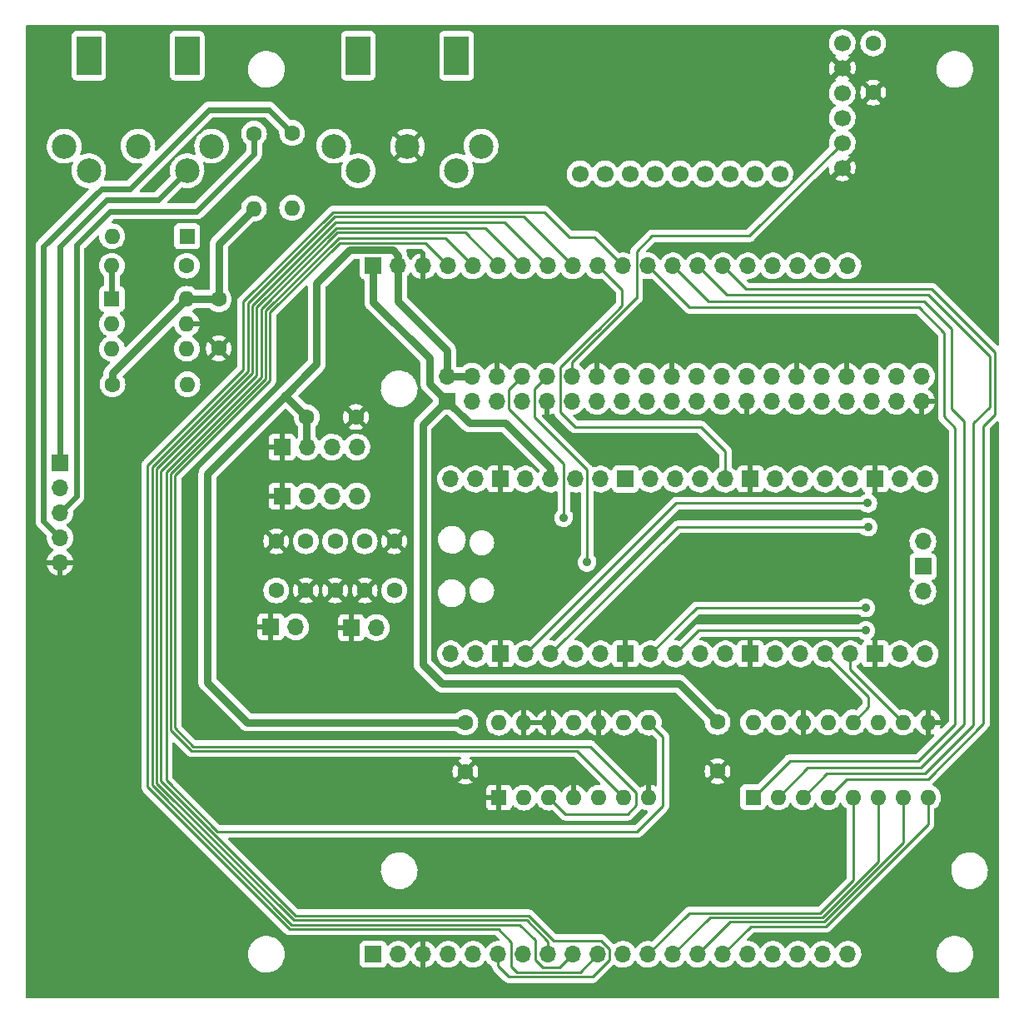
<source format=gbl>
G04 #@! TF.GenerationSoftware,KiCad,Pcbnew,(6.0.5)*
G04 #@! TF.CreationDate,2022-12-29T14:07:14+00:00*
G04 #@! TF.ProjectId,PicoTX816-RPiHat,5069636f-5458-4383-9136-2d5250694861,rev?*
G04 #@! TF.SameCoordinates,Original*
G04 #@! TF.FileFunction,Copper,L2,Bot*
G04 #@! TF.FilePolarity,Positive*
%FSLAX46Y46*%
G04 Gerber Fmt 4.6, Leading zero omitted, Abs format (unit mm)*
G04 Created by KiCad (PCBNEW (6.0.5)) date 2022-12-29 14:07:14*
%MOMM*%
%LPD*%
G01*
G04 APERTURE LIST*
G04 #@! TA.AperFunction,ComponentPad*
%ADD10R,1.700000X1.700000*%
G04 #@! TD*
G04 #@! TA.AperFunction,ComponentPad*
%ADD11O,1.700000X1.700000*%
G04 #@! TD*
G04 #@! TA.AperFunction,ComponentPad*
%ADD12C,1.600000*%
G04 #@! TD*
G04 #@! TA.AperFunction,ComponentPad*
%ADD13R,1.600000X1.600000*%
G04 #@! TD*
G04 #@! TA.AperFunction,ComponentPad*
%ADD14O,1.600000X1.600000*%
G04 #@! TD*
G04 #@! TA.AperFunction,ComponentPad*
%ADD15C,1.700000*%
G04 #@! TD*
G04 #@! TA.AperFunction,WasherPad*
%ADD16R,2.500000X4.000000*%
G04 #@! TD*
G04 #@! TA.AperFunction,ComponentPad*
%ADD17C,2.499360*%
G04 #@! TD*
G04 #@! TA.AperFunction,ViaPad*
%ADD18C,0.900000*%
G04 #@! TD*
G04 #@! TA.AperFunction,Conductor*
%ADD19C,0.600000*%
G04 #@! TD*
G04 #@! TA.AperFunction,Conductor*
%ADD20C,0.800000*%
G04 #@! TD*
G04 #@! TA.AperFunction,Conductor*
%ADD21C,0.250000*%
G04 #@! TD*
G04 APERTURE END LIST*
D10*
X198625000Y-121775000D03*
D11*
X201165000Y-121775000D03*
D12*
X185150000Y-93390000D03*
X185150000Y-88390000D03*
D13*
X213645000Y-139070000D03*
D14*
X216185000Y-139070000D03*
X218725000Y-139070000D03*
X221265000Y-139070000D03*
X223805000Y-139070000D03*
X226345000Y-139070000D03*
X228885000Y-139070000D03*
X228885000Y-131450000D03*
X226345000Y-131450000D03*
X223805000Y-131450000D03*
X221265000Y-131450000D03*
X218725000Y-131450000D03*
X216185000Y-131450000D03*
X213645000Y-131450000D03*
D12*
X200000000Y-113000000D03*
X200000000Y-118000000D03*
X197000000Y-113000000D03*
X197000000Y-118000000D03*
X194100000Y-100375000D03*
X199100000Y-100375000D03*
X203000000Y-118000000D03*
X203000000Y-113000000D03*
D10*
X200870000Y-85000000D03*
D11*
X203410000Y-85000000D03*
X205950000Y-85000000D03*
X208490000Y-85000000D03*
X211030000Y-85000000D03*
X213570000Y-85000000D03*
X216110000Y-85000000D03*
X218650000Y-85000000D03*
X221190000Y-85000000D03*
X223730000Y-85000000D03*
X226270000Y-85000000D03*
X228810000Y-85000000D03*
X231350000Y-85000000D03*
X233890000Y-85000000D03*
X236430000Y-85000000D03*
X238970000Y-85000000D03*
X241510000Y-85000000D03*
X244050000Y-85000000D03*
X246590000Y-85000000D03*
X249130000Y-85000000D03*
D12*
X191000000Y-118000000D03*
X191000000Y-113000000D03*
D10*
X191575000Y-103435000D03*
D11*
X194115000Y-103435000D03*
X196655000Y-103435000D03*
X199195000Y-103435000D03*
D12*
X181900000Y-84980000D03*
D14*
X174280000Y-84980000D03*
D13*
X174280000Y-88350000D03*
D14*
X174280000Y-90890000D03*
X174280000Y-93430000D03*
X181900000Y-93430000D03*
X181900000Y-90890000D03*
X181900000Y-88350000D03*
D13*
X181930000Y-81990000D03*
D14*
X174310000Y-81990000D03*
D13*
X239495000Y-139040000D03*
D14*
X242035000Y-139040000D03*
X244575000Y-139040000D03*
X247115000Y-139040000D03*
X249655000Y-139040000D03*
X252195000Y-139040000D03*
X254735000Y-139040000D03*
X257275000Y-139040000D03*
X257275000Y-131420000D03*
X254735000Y-131420000D03*
X252195000Y-131420000D03*
X249655000Y-131420000D03*
X247115000Y-131420000D03*
X244575000Y-131420000D03*
X242035000Y-131420000D03*
X239495000Y-131420000D03*
D11*
X208730000Y-124460000D03*
X211270000Y-124460000D03*
D10*
X213810000Y-124460000D03*
D11*
X216350000Y-124460000D03*
X218890000Y-124460000D03*
X221430000Y-124460000D03*
X223970000Y-124460000D03*
D10*
X226510000Y-124460000D03*
D11*
X229050000Y-124460000D03*
X231590000Y-124460000D03*
X234130000Y-124460000D03*
X236670000Y-124460000D03*
D10*
X239210000Y-124460000D03*
D11*
X241750000Y-124460000D03*
X244290000Y-124460000D03*
X246830000Y-124460000D03*
X249370000Y-124460000D03*
D10*
X251910000Y-124460000D03*
D11*
X254450000Y-124460000D03*
X256990000Y-124460000D03*
X256990000Y-106680000D03*
X254450000Y-106680000D03*
D10*
X251910000Y-106680000D03*
D11*
X249370000Y-106680000D03*
X246830000Y-106680000D03*
X244290000Y-106680000D03*
X241750000Y-106680000D03*
D10*
X239210000Y-106680000D03*
D11*
X236670000Y-106680000D03*
X234130000Y-106680000D03*
X231590000Y-106680000D03*
X229050000Y-106680000D03*
D10*
X226510000Y-106680000D03*
D11*
X223970000Y-106680000D03*
X221430000Y-106680000D03*
X218890000Y-106680000D03*
X216350000Y-106680000D03*
D10*
X213810000Y-106680000D03*
D11*
X211270000Y-106680000D03*
X208730000Y-106680000D03*
X256760000Y-118110000D03*
D10*
X256760000Y-115570000D03*
D11*
X256760000Y-113030000D03*
D12*
X174340000Y-97040000D03*
D14*
X181960000Y-97040000D03*
D10*
X190435000Y-121700000D03*
D11*
X192975000Y-121700000D03*
D10*
X191575000Y-108425000D03*
D11*
X194115000Y-108425000D03*
X196655000Y-108425000D03*
X199195000Y-108425000D03*
D10*
X169000000Y-105000000D03*
D11*
X169000000Y-107540000D03*
X169000000Y-110080000D03*
X169000000Y-112620000D03*
X169000000Y-115160000D03*
D12*
X192610000Y-71480000D03*
D14*
X192610000Y-79100000D03*
D12*
X210230000Y-131410000D03*
X210230000Y-136410000D03*
D10*
X200870000Y-155000000D03*
D11*
X203410000Y-155000000D03*
X205950000Y-155000000D03*
X208490000Y-155000000D03*
X211030000Y-155000000D03*
X213570000Y-155000000D03*
X216110000Y-155000000D03*
X218650000Y-155000000D03*
X221190000Y-155000000D03*
X223730000Y-155000000D03*
X226270000Y-155000000D03*
X228810000Y-155000000D03*
X231350000Y-155000000D03*
X233890000Y-155000000D03*
X236430000Y-155000000D03*
X238970000Y-155000000D03*
X241510000Y-155000000D03*
X244050000Y-155000000D03*
X246590000Y-155000000D03*
X249130000Y-155000000D03*
D12*
X251710000Y-67360000D03*
X251710000Y-62360000D03*
X235880000Y-136380000D03*
X235880000Y-131380000D03*
D15*
X248555000Y-75020000D03*
X248555000Y-72480000D03*
X248555000Y-69940000D03*
X248555000Y-67400000D03*
X248555000Y-64860000D03*
X248555000Y-62320000D03*
X221885000Y-75655000D03*
X224425000Y-75655000D03*
X226965000Y-75655000D03*
X229505000Y-75655000D03*
X232045000Y-75655000D03*
X234585000Y-75655000D03*
X237125000Y-75655000D03*
X239665000Y-75655000D03*
X242205000Y-75655000D03*
D12*
X188730000Y-71550000D03*
D14*
X188730000Y-79170000D03*
D12*
X194000000Y-113000000D03*
X194000000Y-118000000D03*
D10*
X208370000Y-98770000D03*
D11*
X208370000Y-96230000D03*
X210910000Y-98770000D03*
X210910000Y-96230000D03*
X213450000Y-98770000D03*
X213450000Y-96230000D03*
X215990000Y-98770000D03*
X215990000Y-96230000D03*
X218530000Y-98770000D03*
X218530000Y-96230000D03*
X221070000Y-98770000D03*
X221070000Y-96230000D03*
X223610000Y-98770000D03*
X223610000Y-96230000D03*
X226150000Y-98770000D03*
X226150000Y-96230000D03*
X228690000Y-98770000D03*
X228690000Y-96230000D03*
X231230000Y-98770000D03*
X231230000Y-96230000D03*
X233770000Y-98770000D03*
X233770000Y-96230000D03*
X236310000Y-98770000D03*
X236310000Y-96230000D03*
X238850000Y-98770000D03*
X238850000Y-96230000D03*
X241390000Y-98770000D03*
X241390000Y-96230000D03*
X243930000Y-98770000D03*
X243930000Y-96230000D03*
X246470000Y-98770000D03*
X246470000Y-96230000D03*
X249010000Y-98770000D03*
X249010000Y-96230000D03*
X251550000Y-98770000D03*
X251550000Y-96230000D03*
X254090000Y-98770000D03*
X254090000Y-96230000D03*
X256630000Y-98770000D03*
X256630000Y-96230000D03*
D16*
X199338740Y-63622300D03*
X209341260Y-63622300D03*
D17*
X211838080Y-72817200D03*
X204340000Y-72819740D03*
X196841920Y-72817200D03*
X209336180Y-75319100D03*
X199343820Y-75319100D03*
D16*
X181931260Y-63622300D03*
X171928740Y-63622300D03*
D17*
X184428080Y-72817200D03*
X176930000Y-72819740D03*
X169431920Y-72817200D03*
X181926180Y-75319100D03*
X171933820Y-75319100D03*
D18*
X220230000Y-110600000D03*
X222600000Y-115150000D03*
X251150000Y-109125000D03*
X251175000Y-111550000D03*
X250950000Y-119775000D03*
X250950000Y-122075000D03*
D19*
X182915000Y-79455000D02*
X188730000Y-73640000D01*
X174095000Y-79455000D02*
X182915000Y-79455000D01*
X188730000Y-73640000D02*
X188730000Y-71550000D01*
X170660000Y-82890000D02*
X174095000Y-79455000D01*
X170660000Y-108420000D02*
X170660000Y-82890000D01*
X169000000Y-110080000D02*
X170660000Y-108420000D01*
X167330000Y-83020000D02*
X167330000Y-110950000D01*
X176102634Y-77152634D02*
X173197366Y-77152634D01*
X184155268Y-69100000D02*
X176102634Y-77152634D01*
X190230000Y-69100000D02*
X184155268Y-69100000D01*
X173197366Y-77152634D02*
X167330000Y-83020000D01*
X192610000Y-71480000D02*
X190230000Y-69100000D01*
X167330000Y-110950000D02*
X169000000Y-112620000D01*
X178948126Y-78297154D02*
X181926180Y-75319100D01*
X173732846Y-78297154D02*
X178948126Y-78297154D01*
X169000000Y-105000000D02*
X169000000Y-83030000D01*
X169000000Y-83030000D02*
X173732846Y-78297154D01*
D20*
X208250000Y-98770000D02*
X205880000Y-101140000D01*
X174340000Y-95910000D02*
X181900000Y-88350000D01*
X214330000Y-101010000D02*
X218890000Y-105570000D01*
X206560000Y-94400000D02*
X200870000Y-88710000D01*
X207850000Y-127475000D02*
X231985000Y-127475000D01*
X208370000Y-98770000D02*
X206560000Y-96960000D01*
X218890000Y-105570000D02*
X218890000Y-106680000D01*
X206560000Y-96960000D02*
X206560000Y-94400000D01*
X231985000Y-127485000D02*
X235880000Y-131380000D01*
X210630000Y-101010000D02*
X214330000Y-101010000D01*
X231985000Y-127475000D02*
X231985000Y-127485000D01*
X181900000Y-88350000D02*
X185240000Y-88350000D01*
X185150000Y-88390000D02*
X185150000Y-82750000D01*
X200870000Y-88710000D02*
X200870000Y-85000000D01*
X208390000Y-98770000D02*
X210630000Y-101010000D01*
X208370000Y-98770000D02*
X208390000Y-98770000D01*
X205880000Y-101140000D02*
X205880000Y-125505000D01*
X205880000Y-125505000D02*
X207850000Y-127475000D01*
X185150000Y-82750000D02*
X188730000Y-79170000D01*
X174340000Y-97040000D02*
X174340000Y-95910000D01*
X191400000Y-98700000D02*
X184000000Y-106100000D01*
X191980000Y-98120000D02*
X191400000Y-98700000D01*
X208370000Y-96230000D02*
X208370000Y-93590000D01*
X210910000Y-96230000D02*
X208370000Y-96230000D01*
X203410000Y-88630000D02*
X203410000Y-85000000D01*
X184000000Y-106100000D02*
X184000000Y-127375000D01*
X188035000Y-131410000D02*
X202235000Y-131410000D01*
X191980000Y-98255000D02*
X194100000Y-100375000D01*
X198460000Y-83400000D02*
X202900000Y-83400000D01*
X194100000Y-100375000D02*
X194100000Y-103595000D01*
X191400000Y-98700000D02*
X195117500Y-94982500D01*
X195117500Y-94982500D02*
X195117500Y-86742500D01*
X202900000Y-83400000D02*
X203410000Y-83910000D01*
X203410000Y-83910000D02*
X203410000Y-85000000D01*
X191980000Y-98120000D02*
X191980000Y-98255000D01*
X195117500Y-86742500D02*
X198460000Y-83400000D01*
X202235000Y-131410000D02*
X210230000Y-131410000D01*
X184000000Y-127375000D02*
X188035000Y-131410000D01*
X208370000Y-93590000D02*
X203410000Y-88630000D01*
D21*
X220241147Y-105128853D02*
X214625000Y-99512706D01*
X220241147Y-110588853D02*
X220241147Y-105128853D01*
X214625000Y-97595000D02*
X215990000Y-96230000D01*
X220230000Y-110600000D02*
X220241147Y-110588853D01*
X214625000Y-99512706D02*
X214625000Y-97595000D01*
X222604511Y-115145489D02*
X222604511Y-105744511D01*
X222600000Y-115150000D02*
X222604511Y-115145489D01*
X222604511Y-105744511D02*
X217275000Y-100415000D01*
X217275000Y-100415000D02*
X217275000Y-97485000D01*
X217275000Y-97485000D02*
X218530000Y-96230000D01*
X227614511Y-88235489D02*
X227635489Y-88235489D01*
X221070000Y-96230000D02*
X221070000Y-94780000D01*
X239095978Y-81954022D02*
X229216956Y-81954022D01*
X221070000Y-94780000D02*
X227614511Y-88235489D01*
X229216956Y-81954022D02*
X227635489Y-83535489D01*
X227635489Y-83535489D02*
X227635489Y-88235489D01*
X248555000Y-72480000D02*
X239095978Y-81939022D01*
X239095978Y-81939022D02*
X239095978Y-81954022D01*
D19*
X174280000Y-84980000D02*
X174280000Y-88350000D01*
D21*
X206160000Y-82670000D02*
X197430026Y-82670000D01*
X180697258Y-106320614D02*
X180697258Y-131982742D01*
X197430026Y-82670000D02*
X190356640Y-89743386D01*
X222940000Y-133870000D02*
X227620000Y-138550000D01*
X227620000Y-139855000D02*
X226702500Y-140772500D01*
X227620000Y-138550000D02*
X227620000Y-139855000D01*
X226702500Y-140772500D02*
X220427500Y-140772500D01*
X220427500Y-140772500D02*
X218725000Y-139070000D01*
X180697258Y-131982742D02*
X182584516Y-133870000D01*
X182584516Y-133870000D02*
X222940000Y-133870000D01*
X208490000Y-85000000D02*
X206160000Y-82670000D01*
X190356640Y-96661232D02*
X180697258Y-106320614D01*
X190356640Y-89743386D02*
X190356640Y-96661232D01*
X197324308Y-82140000D02*
X189907120Y-89557188D01*
X208170000Y-82140000D02*
X197324308Y-82140000D01*
X189907120Y-89557188D02*
X189907120Y-96475034D01*
X180247738Y-106134416D02*
X180247738Y-132168939D01*
X221594520Y-134319520D02*
X226345000Y-139070000D01*
X180247738Y-132168939D02*
X182398319Y-134319520D01*
X189907120Y-96475034D02*
X180247738Y-106134416D01*
X182398319Y-134319520D02*
X221594520Y-134319520D01*
X211030000Y-85000000D02*
X208170000Y-82140000D01*
X210190000Y-81620000D02*
X197208590Y-81620000D01*
X179798218Y-137305346D02*
X185017872Y-142525000D01*
X197208590Y-81620000D02*
X189457600Y-89370990D01*
X185017872Y-142525000D02*
X227695000Y-142525000D01*
X213570000Y-85000000D02*
X210190000Y-81620000D01*
X179798218Y-137276782D02*
X179798218Y-137305346D01*
X179798218Y-105948218D02*
X179798218Y-137001782D01*
X230320000Y-139900000D02*
X230320000Y-132885000D01*
X179798218Y-137001782D02*
X179798218Y-137276782D01*
X189457600Y-89370990D02*
X189457600Y-96288836D01*
X189457600Y-96288836D02*
X179798218Y-105948218D01*
X227695000Y-142525000D02*
X230320000Y-139900000D01*
X179798218Y-137305346D02*
X179798218Y-137001782D01*
X230320000Y-132885000D02*
X228885000Y-131450000D01*
X197072872Y-81120000D02*
X200120000Y-81120000D01*
X214657439Y-157289520D02*
X223160480Y-157289520D01*
X212240000Y-81130000D02*
X200130000Y-81130000D01*
X179273560Y-105837158D02*
X189008080Y-96102638D01*
X216686094Y-151088940D02*
X192946094Y-151088940D01*
X192946094Y-151088940D02*
X179273560Y-137416406D01*
X216110000Y-85000000D02*
X212240000Y-81130000D01*
X219212410Y-153615256D02*
X216686094Y-151088940D01*
X224034744Y-153615256D02*
X219212410Y-153615256D01*
X179273560Y-137416406D02*
X179273560Y-105837158D01*
X213570000Y-156202081D02*
X214657439Y-157289520D01*
X189008080Y-89184792D02*
X197072872Y-81120000D01*
X223160480Y-157289520D02*
X224904511Y-155545489D01*
X213570000Y-155000000D02*
X213570000Y-156202081D01*
X224904511Y-154485022D02*
X224034744Y-153615256D01*
X189008080Y-96102638D02*
X189008080Y-89184792D01*
X224904511Y-155545489D02*
X224904511Y-154485022D01*
X178824040Y-105650960D02*
X178824040Y-137602604D01*
X216499896Y-151538460D02*
X218650000Y-153688564D01*
X196997154Y-80560000D02*
X188558560Y-88998594D01*
X218650000Y-153688564D02*
X218650000Y-155000000D01*
X188558560Y-88998594D02*
X188558560Y-95916440D01*
X214210000Y-80560000D02*
X196997154Y-80560000D01*
X218650000Y-85000000D02*
X214210000Y-80560000D01*
X188558560Y-95916440D02*
X178824040Y-105650960D01*
X178824040Y-137602604D02*
X192759896Y-151538460D01*
X192759896Y-151538460D02*
X216499896Y-151538460D01*
X216160000Y-79970000D02*
X221190000Y-85000000D01*
X217342859Y-153582859D02*
X215747980Y-151987980D01*
X192573698Y-151987980D02*
X178374520Y-137788802D01*
X215747980Y-151987980D02*
X192573698Y-151987980D01*
X218140000Y-156370000D02*
X217342859Y-155572859D01*
X178374520Y-105461198D02*
X188109040Y-95726678D01*
X221190000Y-155000000D02*
X219820000Y-156370000D01*
X219820000Y-156370000D02*
X218140000Y-156370000D01*
X178374520Y-137788802D02*
X178374520Y-105461198D01*
X188109040Y-88812396D02*
X196951436Y-79970000D01*
X188109040Y-95726678D02*
X188109040Y-88812396D01*
X196951436Y-79970000D02*
X216160000Y-79970000D01*
X217342859Y-155572859D02*
X217342859Y-153582859D01*
X219875000Y-95275000D02*
X219875000Y-99875000D01*
X226190000Y-89024282D02*
X226190000Y-87460000D01*
X226190000Y-87460000D02*
X223730000Y-85000000D01*
X234190000Y-101390000D02*
X236670000Y-103870000D01*
X219875000Y-99875000D02*
X221390000Y-101390000D01*
X223620000Y-91530000D02*
X223684282Y-91530000D01*
X221390000Y-101390000D02*
X234190000Y-101390000D01*
X223620000Y-91530000D02*
X219875000Y-95275000D01*
X236670000Y-103870000D02*
X236670000Y-106680000D01*
X223684282Y-91530000D02*
X226190000Y-89024282D01*
X192387500Y-152437500D02*
X177925000Y-137975000D01*
X223730000Y-155000000D02*
X221890000Y-156840000D01*
X220825000Y-82075000D02*
X223345000Y-82075000D01*
X218270480Y-79520480D02*
X220825000Y-82075000D01*
X177925000Y-137975000D02*
X177925000Y-105275000D01*
X177925000Y-105275000D02*
X187659520Y-95540480D01*
X187742859Y-88542859D02*
X196765239Y-79520480D01*
X187659520Y-95540480D02*
X187659520Y-88626199D01*
X223345000Y-82075000D02*
X226270000Y-85000000D01*
X221890000Y-156840000D02*
X215510000Y-156840000D01*
X196765239Y-79520480D02*
X218270480Y-79520480D01*
X187659520Y-88626199D02*
X187742859Y-88542859D01*
X214910000Y-156240000D02*
X214910000Y-153765000D01*
X214910000Y-153765000D02*
X213582500Y-152437500D01*
X215510000Y-156840000D02*
X214910000Y-156240000D01*
X213582500Y-152437500D02*
X192387500Y-152437500D01*
X233040000Y-89230000D02*
X256340000Y-89230000D01*
X256300000Y-135320000D02*
X243215000Y-135320000D01*
X258920000Y-91810000D02*
X258920000Y-100330000D01*
X256340000Y-89230000D02*
X258920000Y-91810000D01*
X258920000Y-100330000D02*
X260040000Y-101450000D01*
X243215000Y-135320000D02*
X239495000Y-139040000D01*
X260040000Y-101450000D02*
X260040000Y-131580000D01*
X260040000Y-131580000D02*
X256300000Y-135320000D01*
X228810000Y-85000000D02*
X233040000Y-89230000D01*
X259660000Y-91430000D02*
X259660000Y-99510000D01*
X245035000Y-136040000D02*
X242035000Y-139040000D01*
X231350000Y-85000000D02*
X234970000Y-88620000D01*
X260975000Y-100825000D02*
X260975000Y-131625000D01*
X234970000Y-88620000D02*
X256850000Y-88620000D01*
X256560000Y-136040000D02*
X245035000Y-136040000D01*
X259660000Y-99510000D02*
X260975000Y-100825000D01*
X260975000Y-131625000D02*
X256560000Y-136040000D01*
X256850000Y-88620000D02*
X259660000Y-91430000D01*
X261895000Y-100975000D02*
X261895000Y-131705000D01*
X244575000Y-139040000D02*
X247005000Y-136610000D01*
X256990000Y-136610000D02*
X261895000Y-131705000D01*
X233890000Y-85000000D02*
X236800000Y-87910000D01*
X236800000Y-87910000D02*
X257290000Y-87910000D01*
X263550000Y-99320000D02*
X261895000Y-100975000D01*
X247005000Y-136610000D02*
X256530000Y-136610000D01*
X263550000Y-94170000D02*
X263550000Y-99320000D01*
X257290000Y-87910000D02*
X263550000Y-94170000D01*
X256530000Y-136610000D02*
X256990000Y-136610000D01*
X262930000Y-101280000D02*
X264065000Y-100145000D01*
X257650000Y-87350000D02*
X264065000Y-93765000D01*
X264065000Y-93765000D02*
X264065000Y-100145000D01*
X247115000Y-139040000D02*
X248985000Y-137170000D01*
X238780000Y-87350000D02*
X257650000Y-87350000D01*
X248985000Y-137170000D02*
X257280000Y-137170000D01*
X236430000Y-85000000D02*
X238780000Y-87350000D01*
X257280000Y-137170000D02*
X262930000Y-131520000D01*
X262930000Y-131520000D02*
X262930000Y-101280000D01*
X216350000Y-124460000D02*
X231685000Y-109125000D01*
X231685000Y-109125000D02*
X251150000Y-109125000D01*
X231800000Y-111550000D02*
X251175000Y-111550000D01*
X218890000Y-124460000D02*
X231800000Y-111550000D01*
X233735000Y-119775000D02*
X250950000Y-119775000D01*
X229050000Y-124460000D02*
X233735000Y-119775000D01*
X231590000Y-124460000D02*
X233975000Y-122075000D01*
X233975000Y-122075000D02*
X250950000Y-122075000D01*
X233010000Y-150800000D02*
X233011440Y-150801440D01*
X246338534Y-150801440D02*
X249655000Y-147484974D01*
X233011440Y-150801440D02*
X246338534Y-150801440D01*
X249655000Y-147484974D02*
X249655000Y-139040000D01*
X228810000Y-155000000D02*
X233010000Y-150800000D01*
X246524732Y-151250960D02*
X252195000Y-145580692D01*
X252195000Y-145580692D02*
X252195000Y-139040000D01*
X231350000Y-155000000D02*
X235099040Y-151250960D01*
X235099040Y-151250960D02*
X246524732Y-151250960D01*
X246710930Y-151700480D02*
X254735000Y-143676410D01*
X233890000Y-155000000D02*
X237189520Y-151700480D01*
X237189520Y-151700480D02*
X246710930Y-151700480D01*
X254735000Y-143676410D02*
X254735000Y-139040000D01*
X257275000Y-141772128D02*
X257275000Y-139040000D01*
X246897128Y-152150000D02*
X257275000Y-141772128D01*
X239280000Y-152150000D02*
X246897128Y-152150000D01*
X236430000Y-155000000D02*
X239280000Y-152150000D01*
X249370000Y-126055000D02*
X254735000Y-131420000D01*
X249370000Y-124460000D02*
X249370000Y-126055000D01*
X246830000Y-124460000D02*
X251230000Y-128860000D01*
X251230000Y-128860000D02*
X251230000Y-129845000D01*
X251230000Y-129845000D02*
X249655000Y-131420000D01*
G04 #@! TA.AperFunction,Conductor*
G36*
X264433621Y-60528502D02*
G01*
X264480114Y-60582158D01*
X264491500Y-60634500D01*
X264491500Y-92991406D01*
X264471498Y-93059527D01*
X264417842Y-93106020D01*
X264347568Y-93116124D01*
X264282988Y-93086630D01*
X264276405Y-93080501D01*
X261253885Y-90057980D01*
X258153652Y-86957747D01*
X258146112Y-86949461D01*
X258142000Y-86942982D01*
X258092348Y-86896356D01*
X258089507Y-86893602D01*
X258069770Y-86873865D01*
X258066573Y-86871385D01*
X258057551Y-86863680D01*
X258031100Y-86838841D01*
X258025321Y-86833414D01*
X258018375Y-86829595D01*
X258018372Y-86829593D01*
X258007566Y-86823652D01*
X257991047Y-86812801D01*
X257990583Y-86812441D01*
X257975041Y-86800386D01*
X257967772Y-86797241D01*
X257967768Y-86797238D01*
X257934463Y-86782826D01*
X257923813Y-86777609D01*
X257885060Y-86756305D01*
X257865437Y-86751267D01*
X257846734Y-86744863D01*
X257835420Y-86739967D01*
X257835419Y-86739967D01*
X257828145Y-86736819D01*
X257820322Y-86735580D01*
X257820312Y-86735577D01*
X257784476Y-86729901D01*
X257772856Y-86727495D01*
X257737711Y-86718472D01*
X257737710Y-86718472D01*
X257730030Y-86716500D01*
X257709776Y-86716500D01*
X257690065Y-86714949D01*
X257677886Y-86713020D01*
X257670057Y-86711780D01*
X257662165Y-86712526D01*
X257626039Y-86715941D01*
X257614181Y-86716500D01*
X239094594Y-86716500D01*
X239026473Y-86696498D01*
X239005499Y-86679595D01*
X238901317Y-86575413D01*
X238867291Y-86513101D01*
X238872356Y-86442286D01*
X238914903Y-86385450D01*
X238981423Y-86360639D01*
X238995024Y-86360403D01*
X239010845Y-86360983D01*
X239026674Y-86361564D01*
X239026678Y-86361564D01*
X239031837Y-86361753D01*
X239036957Y-86361097D01*
X239036959Y-86361097D01*
X239248288Y-86334025D01*
X239248289Y-86334025D01*
X239253416Y-86333368D01*
X239258369Y-86331882D01*
X239462429Y-86270661D01*
X239462434Y-86270659D01*
X239467384Y-86269174D01*
X239667994Y-86170896D01*
X239849860Y-86041173D01*
X239905028Y-85986198D01*
X239993616Y-85897918D01*
X240008096Y-85883489D01*
X240138453Y-85702077D01*
X240139776Y-85703028D01*
X240186645Y-85659857D01*
X240256580Y-85647625D01*
X240322026Y-85675144D01*
X240349875Y-85706994D01*
X240409987Y-85805088D01*
X240556250Y-85973938D01*
X240728126Y-86116632D01*
X240921000Y-86229338D01*
X241129692Y-86309030D01*
X241134760Y-86310061D01*
X241134763Y-86310062D01*
X241229862Y-86329410D01*
X241348597Y-86353567D01*
X241353772Y-86353757D01*
X241353774Y-86353757D01*
X241566673Y-86361564D01*
X241566677Y-86361564D01*
X241571837Y-86361753D01*
X241576957Y-86361097D01*
X241576959Y-86361097D01*
X241788288Y-86334025D01*
X241788289Y-86334025D01*
X241793416Y-86333368D01*
X241798369Y-86331882D01*
X242002429Y-86270661D01*
X242002434Y-86270659D01*
X242007384Y-86269174D01*
X242207994Y-86170896D01*
X242389860Y-86041173D01*
X242445028Y-85986198D01*
X242533616Y-85897918D01*
X242548096Y-85883489D01*
X242678453Y-85702077D01*
X242679776Y-85703028D01*
X242726645Y-85659857D01*
X242796580Y-85647625D01*
X242862026Y-85675144D01*
X242889875Y-85706994D01*
X242949987Y-85805088D01*
X243096250Y-85973938D01*
X243268126Y-86116632D01*
X243461000Y-86229338D01*
X243669692Y-86309030D01*
X243674760Y-86310061D01*
X243674763Y-86310062D01*
X243769862Y-86329410D01*
X243888597Y-86353567D01*
X243893772Y-86353757D01*
X243893774Y-86353757D01*
X244106673Y-86361564D01*
X244106677Y-86361564D01*
X244111837Y-86361753D01*
X244116957Y-86361097D01*
X244116959Y-86361097D01*
X244328288Y-86334025D01*
X244328289Y-86334025D01*
X244333416Y-86333368D01*
X244338369Y-86331882D01*
X244542429Y-86270661D01*
X244542434Y-86270659D01*
X244547384Y-86269174D01*
X244747994Y-86170896D01*
X244929860Y-86041173D01*
X244985028Y-85986198D01*
X245073616Y-85897918D01*
X245088096Y-85883489D01*
X245218453Y-85702077D01*
X245219776Y-85703028D01*
X245266645Y-85659857D01*
X245336580Y-85647625D01*
X245402026Y-85675144D01*
X245429875Y-85706994D01*
X245489987Y-85805088D01*
X245636250Y-85973938D01*
X245808126Y-86116632D01*
X246001000Y-86229338D01*
X246209692Y-86309030D01*
X246214760Y-86310061D01*
X246214763Y-86310062D01*
X246309862Y-86329410D01*
X246428597Y-86353567D01*
X246433772Y-86353757D01*
X246433774Y-86353757D01*
X246646673Y-86361564D01*
X246646677Y-86361564D01*
X246651837Y-86361753D01*
X246656957Y-86361097D01*
X246656959Y-86361097D01*
X246868288Y-86334025D01*
X246868289Y-86334025D01*
X246873416Y-86333368D01*
X246878369Y-86331882D01*
X247082429Y-86270661D01*
X247082434Y-86270659D01*
X247087384Y-86269174D01*
X247287994Y-86170896D01*
X247469860Y-86041173D01*
X247525028Y-85986198D01*
X247613616Y-85897918D01*
X247628096Y-85883489D01*
X247758453Y-85702077D01*
X247759776Y-85703028D01*
X247806645Y-85659857D01*
X247876580Y-85647625D01*
X247942026Y-85675144D01*
X247969875Y-85706994D01*
X248029987Y-85805088D01*
X248176250Y-85973938D01*
X248348126Y-86116632D01*
X248541000Y-86229338D01*
X248749692Y-86309030D01*
X248754760Y-86310061D01*
X248754763Y-86310062D01*
X248849862Y-86329410D01*
X248968597Y-86353567D01*
X248973772Y-86353757D01*
X248973774Y-86353757D01*
X249186673Y-86361564D01*
X249186677Y-86361564D01*
X249191837Y-86361753D01*
X249196957Y-86361097D01*
X249196959Y-86361097D01*
X249408288Y-86334025D01*
X249408289Y-86334025D01*
X249413416Y-86333368D01*
X249418369Y-86331882D01*
X249622429Y-86270661D01*
X249622434Y-86270659D01*
X249627384Y-86269174D01*
X249827994Y-86170896D01*
X250009860Y-86041173D01*
X250065028Y-85986198D01*
X250153616Y-85897918D01*
X250168096Y-85883489D01*
X250298453Y-85702077D01*
X250311995Y-85674678D01*
X250395136Y-85506453D01*
X250395137Y-85506451D01*
X250397430Y-85501811D01*
X250462370Y-85288069D01*
X250491529Y-85066590D01*
X250493156Y-85000000D01*
X250474852Y-84777361D01*
X250420431Y-84560702D01*
X250331354Y-84355840D01*
X250210014Y-84168277D01*
X250059670Y-84003051D01*
X250055619Y-83999852D01*
X250055615Y-83999848D01*
X249888414Y-83867800D01*
X249888410Y-83867798D01*
X249884359Y-83864598D01*
X249874429Y-83859116D01*
X249831438Y-83835384D01*
X249688789Y-83756638D01*
X249683920Y-83754914D01*
X249683916Y-83754912D01*
X249483087Y-83683795D01*
X249483083Y-83683794D01*
X249478212Y-83682069D01*
X249473119Y-83681162D01*
X249473116Y-83681161D01*
X249263373Y-83643800D01*
X249263367Y-83643799D01*
X249258284Y-83642894D01*
X249184452Y-83641992D01*
X249040081Y-83640228D01*
X249040079Y-83640228D01*
X249034911Y-83640165D01*
X248814091Y-83673955D01*
X248601756Y-83743357D01*
X248571443Y-83759137D01*
X248411349Y-83842477D01*
X248403607Y-83846507D01*
X248399474Y-83849610D01*
X248399471Y-83849612D01*
X248229100Y-83977530D01*
X248224965Y-83980635D01*
X248070629Y-84142138D01*
X247963201Y-84299621D01*
X247908293Y-84344621D01*
X247837768Y-84352792D01*
X247774021Y-84321538D01*
X247753324Y-84297054D01*
X247672822Y-84172617D01*
X247672820Y-84172614D01*
X247670014Y-84168277D01*
X247519670Y-84003051D01*
X247515619Y-83999852D01*
X247515615Y-83999848D01*
X247348414Y-83867800D01*
X247348410Y-83867798D01*
X247344359Y-83864598D01*
X247334429Y-83859116D01*
X247291438Y-83835384D01*
X247148789Y-83756638D01*
X247143920Y-83754914D01*
X247143916Y-83754912D01*
X246943087Y-83683795D01*
X246943083Y-83683794D01*
X246938212Y-83682069D01*
X246933119Y-83681162D01*
X246933116Y-83681161D01*
X246723373Y-83643800D01*
X246723367Y-83643799D01*
X246718284Y-83642894D01*
X246644452Y-83641992D01*
X246500081Y-83640228D01*
X246500079Y-83640228D01*
X246494911Y-83640165D01*
X246274091Y-83673955D01*
X246061756Y-83743357D01*
X246031443Y-83759137D01*
X245871349Y-83842477D01*
X245863607Y-83846507D01*
X245859474Y-83849610D01*
X245859471Y-83849612D01*
X245689100Y-83977530D01*
X245684965Y-83980635D01*
X245530629Y-84142138D01*
X245423201Y-84299621D01*
X245368293Y-84344621D01*
X245297768Y-84352792D01*
X245234021Y-84321538D01*
X245213324Y-84297054D01*
X245132822Y-84172617D01*
X245132820Y-84172614D01*
X245130014Y-84168277D01*
X244979670Y-84003051D01*
X244975619Y-83999852D01*
X244975615Y-83999848D01*
X244808414Y-83867800D01*
X244808410Y-83867798D01*
X244804359Y-83864598D01*
X244794429Y-83859116D01*
X244751438Y-83835384D01*
X244608789Y-83756638D01*
X244603920Y-83754914D01*
X244603916Y-83754912D01*
X244403087Y-83683795D01*
X244403083Y-83683794D01*
X244398212Y-83682069D01*
X244393119Y-83681162D01*
X244393116Y-83681161D01*
X244183373Y-83643800D01*
X244183367Y-83643799D01*
X244178284Y-83642894D01*
X244104452Y-83641992D01*
X243960081Y-83640228D01*
X243960079Y-83640228D01*
X243954911Y-83640165D01*
X243734091Y-83673955D01*
X243521756Y-83743357D01*
X243491443Y-83759137D01*
X243331349Y-83842477D01*
X243323607Y-83846507D01*
X243319474Y-83849610D01*
X243319471Y-83849612D01*
X243149100Y-83977530D01*
X243144965Y-83980635D01*
X242990629Y-84142138D01*
X242883201Y-84299621D01*
X242828293Y-84344621D01*
X242757768Y-84352792D01*
X242694021Y-84321538D01*
X242673324Y-84297054D01*
X242592822Y-84172617D01*
X242592820Y-84172614D01*
X242590014Y-84168277D01*
X242439670Y-84003051D01*
X242435619Y-83999852D01*
X242435615Y-83999848D01*
X242268414Y-83867800D01*
X242268410Y-83867798D01*
X242264359Y-83864598D01*
X242254429Y-83859116D01*
X242211438Y-83835384D01*
X242068789Y-83756638D01*
X242063920Y-83754914D01*
X242063916Y-83754912D01*
X241863087Y-83683795D01*
X241863083Y-83683794D01*
X241858212Y-83682069D01*
X241853119Y-83681162D01*
X241853116Y-83681161D01*
X241643373Y-83643800D01*
X241643367Y-83643799D01*
X241638284Y-83642894D01*
X241564452Y-83641992D01*
X241420081Y-83640228D01*
X241420079Y-83640228D01*
X241414911Y-83640165D01*
X241194091Y-83673955D01*
X240981756Y-83743357D01*
X240951443Y-83759137D01*
X240791349Y-83842477D01*
X240783607Y-83846507D01*
X240779474Y-83849610D01*
X240779471Y-83849612D01*
X240609100Y-83977530D01*
X240604965Y-83980635D01*
X240450629Y-84142138D01*
X240343201Y-84299621D01*
X240288293Y-84344621D01*
X240217768Y-84352792D01*
X240154021Y-84321538D01*
X240133324Y-84297054D01*
X240052822Y-84172617D01*
X240052820Y-84172614D01*
X240050014Y-84168277D01*
X239899670Y-84003051D01*
X239895619Y-83999852D01*
X239895615Y-83999848D01*
X239728414Y-83867800D01*
X239728410Y-83867798D01*
X239724359Y-83864598D01*
X239714429Y-83859116D01*
X239671438Y-83835384D01*
X239528789Y-83756638D01*
X239523920Y-83754914D01*
X239523916Y-83754912D01*
X239323087Y-83683795D01*
X239323083Y-83683794D01*
X239318212Y-83682069D01*
X239313119Y-83681162D01*
X239313116Y-83681161D01*
X239103373Y-83643800D01*
X239103367Y-83643799D01*
X239098284Y-83642894D01*
X239024452Y-83641992D01*
X238880081Y-83640228D01*
X238880079Y-83640228D01*
X238874911Y-83640165D01*
X238654091Y-83673955D01*
X238441756Y-83743357D01*
X238411443Y-83759137D01*
X238251349Y-83842477D01*
X238243607Y-83846507D01*
X238239474Y-83849610D01*
X238239471Y-83849612D01*
X238069100Y-83977530D01*
X238064965Y-83980635D01*
X237910629Y-84142138D01*
X237803201Y-84299621D01*
X237748293Y-84344621D01*
X237677768Y-84352792D01*
X237614021Y-84321538D01*
X237593324Y-84297054D01*
X237512822Y-84172617D01*
X237512820Y-84172614D01*
X237510014Y-84168277D01*
X237359670Y-84003051D01*
X237355619Y-83999852D01*
X237355615Y-83999848D01*
X237188414Y-83867800D01*
X237188410Y-83867798D01*
X237184359Y-83864598D01*
X237174429Y-83859116D01*
X237131438Y-83835384D01*
X236988789Y-83756638D01*
X236983920Y-83754914D01*
X236983916Y-83754912D01*
X236783087Y-83683795D01*
X236783083Y-83683794D01*
X236778212Y-83682069D01*
X236773119Y-83681162D01*
X236773116Y-83681161D01*
X236563373Y-83643800D01*
X236563367Y-83643799D01*
X236558284Y-83642894D01*
X236484452Y-83641992D01*
X236340081Y-83640228D01*
X236340079Y-83640228D01*
X236334911Y-83640165D01*
X236114091Y-83673955D01*
X235901756Y-83743357D01*
X235871443Y-83759137D01*
X235711349Y-83842477D01*
X235703607Y-83846507D01*
X235699474Y-83849610D01*
X235699471Y-83849612D01*
X235529100Y-83977530D01*
X235524965Y-83980635D01*
X235370629Y-84142138D01*
X235263201Y-84299621D01*
X235208293Y-84344621D01*
X235137768Y-84352792D01*
X235074021Y-84321538D01*
X235053324Y-84297054D01*
X234972822Y-84172617D01*
X234972820Y-84172614D01*
X234970014Y-84168277D01*
X234819670Y-84003051D01*
X234815619Y-83999852D01*
X234815615Y-83999848D01*
X234648414Y-83867800D01*
X234648410Y-83867798D01*
X234644359Y-83864598D01*
X234634429Y-83859116D01*
X234591438Y-83835384D01*
X234448789Y-83756638D01*
X234443920Y-83754914D01*
X234443916Y-83754912D01*
X234243087Y-83683795D01*
X234243083Y-83683794D01*
X234238212Y-83682069D01*
X234233119Y-83681162D01*
X234233116Y-83681161D01*
X234023373Y-83643800D01*
X234023367Y-83643799D01*
X234018284Y-83642894D01*
X233944452Y-83641992D01*
X233800081Y-83640228D01*
X233800079Y-83640228D01*
X233794911Y-83640165D01*
X233574091Y-83673955D01*
X233361756Y-83743357D01*
X233331443Y-83759137D01*
X233171349Y-83842477D01*
X233163607Y-83846507D01*
X233159474Y-83849610D01*
X233159471Y-83849612D01*
X232989100Y-83977530D01*
X232984965Y-83980635D01*
X232830629Y-84142138D01*
X232723201Y-84299621D01*
X232668293Y-84344621D01*
X232597768Y-84352792D01*
X232534021Y-84321538D01*
X232513324Y-84297054D01*
X232432822Y-84172617D01*
X232432820Y-84172614D01*
X232430014Y-84168277D01*
X232279670Y-84003051D01*
X232275619Y-83999852D01*
X232275615Y-83999848D01*
X232108414Y-83867800D01*
X232108410Y-83867798D01*
X232104359Y-83864598D01*
X232094429Y-83859116D01*
X232051438Y-83835384D01*
X231908789Y-83756638D01*
X231903920Y-83754914D01*
X231903916Y-83754912D01*
X231703087Y-83683795D01*
X231703083Y-83683794D01*
X231698212Y-83682069D01*
X231693119Y-83681162D01*
X231693116Y-83681161D01*
X231483373Y-83643800D01*
X231483367Y-83643799D01*
X231478284Y-83642894D01*
X231404452Y-83641992D01*
X231260081Y-83640228D01*
X231260079Y-83640228D01*
X231254911Y-83640165D01*
X231034091Y-83673955D01*
X230821756Y-83743357D01*
X230791443Y-83759137D01*
X230631349Y-83842477D01*
X230623607Y-83846507D01*
X230619474Y-83849610D01*
X230619471Y-83849612D01*
X230449100Y-83977530D01*
X230444965Y-83980635D01*
X230290629Y-84142138D01*
X230183201Y-84299621D01*
X230128293Y-84344621D01*
X230057768Y-84352792D01*
X229994021Y-84321538D01*
X229973324Y-84297054D01*
X229892822Y-84172617D01*
X229892820Y-84172614D01*
X229890014Y-84168277D01*
X229739670Y-84003051D01*
X229735619Y-83999852D01*
X229735615Y-83999848D01*
X229568414Y-83867800D01*
X229568410Y-83867798D01*
X229564359Y-83864598D01*
X229554429Y-83859116D01*
X229511438Y-83835384D01*
X229368789Y-83756638D01*
X229363920Y-83754914D01*
X229363916Y-83754912D01*
X229163087Y-83683795D01*
X229163083Y-83683794D01*
X229158212Y-83682069D01*
X229153119Y-83681162D01*
X229153116Y-83681161D01*
X228943373Y-83643800D01*
X228943367Y-83643799D01*
X228938284Y-83642894D01*
X228894857Y-83642363D01*
X228729185Y-83640339D01*
X228661313Y-83619506D01*
X228615479Y-83565286D01*
X228606235Y-83494894D01*
X228636515Y-83430678D01*
X228641608Y-83425274D01*
X229442458Y-82624425D01*
X229504768Y-82590401D01*
X229531551Y-82587522D01*
X239024185Y-82587522D01*
X239047794Y-82589754D01*
X239048097Y-82589812D01*
X239048101Y-82589812D01*
X239055884Y-82591297D01*
X239111929Y-82587771D01*
X239119840Y-82587522D01*
X239135834Y-82587522D01*
X239151708Y-82585516D01*
X239159568Y-82584774D01*
X239187027Y-82583046D01*
X239207715Y-82581745D01*
X239207716Y-82581745D01*
X239215628Y-82581247D01*
X239223169Y-82578797D01*
X239223465Y-82578701D01*
X239246609Y-82573528D01*
X239246913Y-82573490D01*
X239246918Y-82573489D01*
X239254775Y-82572496D01*
X239262140Y-82569580D01*
X239262144Y-82569579D01*
X239306989Y-82551823D01*
X239314408Y-82549151D01*
X239367853Y-82531786D01*
X239374550Y-82527536D01*
X239374809Y-82527372D01*
X239395936Y-82516607D01*
X239396224Y-82516493D01*
X239396229Y-82516490D01*
X239403595Y-82513574D01*
X239410003Y-82508918D01*
X239410009Y-82508915D01*
X239449030Y-82480564D01*
X239455567Y-82476121D01*
X239502996Y-82446022D01*
X239508637Y-82440015D01*
X239526424Y-82424334D01*
X239526669Y-82424156D01*
X239526671Y-82424154D01*
X239533085Y-82419494D01*
X239538140Y-82413384D01*
X239568881Y-82376226D01*
X239574112Y-82370292D01*
X239607136Y-82335124D01*
X239607138Y-82335121D01*
X239612564Y-82329343D01*
X239616536Y-82322119D01*
X239629858Y-82302517D01*
X239633113Y-82298582D01*
X239641106Y-82289798D01*
X245786051Y-76144853D01*
X247794977Y-76144853D01*
X247800258Y-76151907D01*
X247961756Y-76246279D01*
X247971042Y-76250729D01*
X248170001Y-76326703D01*
X248179899Y-76329579D01*
X248388595Y-76372038D01*
X248398823Y-76373257D01*
X248611650Y-76381062D01*
X248621936Y-76380595D01*
X248833185Y-76353534D01*
X248843262Y-76351392D01*
X249047255Y-76290191D01*
X249056842Y-76286433D01*
X249248098Y-76192738D01*
X249256944Y-76187465D01*
X249304247Y-76153723D01*
X249312648Y-76143023D01*
X249305660Y-76129870D01*
X248567812Y-75392022D01*
X248553868Y-75384408D01*
X248552035Y-75384539D01*
X248545420Y-75388790D01*
X247801737Y-76132473D01*
X247794977Y-76144853D01*
X245786051Y-76144853D01*
X246980493Y-74950411D01*
X247042805Y-74916385D01*
X247113620Y-74921450D01*
X247170456Y-74963997D01*
X247195379Y-75032253D01*
X247205309Y-75204477D01*
X247206745Y-75214697D01*
X247253565Y-75422446D01*
X247256645Y-75432275D01*
X247336770Y-75629603D01*
X247341413Y-75638794D01*
X247421460Y-75769420D01*
X247431916Y-75778880D01*
X247440694Y-75775096D01*
X248194658Y-75021132D01*
X248919408Y-75021132D01*
X248919539Y-75022965D01*
X248923790Y-75029580D01*
X249665474Y-75771264D01*
X249677484Y-75777823D01*
X249689223Y-75768855D01*
X249720004Y-75726019D01*
X249725315Y-75717180D01*
X249819670Y-75526267D01*
X249823469Y-75516672D01*
X249885376Y-75312915D01*
X249887555Y-75302834D01*
X249915590Y-75089887D01*
X249916109Y-75083212D01*
X249917572Y-75023364D01*
X249917378Y-75016646D01*
X249899781Y-74802604D01*
X249898096Y-74792424D01*
X249846214Y-74585875D01*
X249842894Y-74576124D01*
X249757972Y-74380814D01*
X249753105Y-74371739D01*
X249688063Y-74271197D01*
X249677377Y-74261995D01*
X249667812Y-74266398D01*
X248927022Y-75007188D01*
X248919408Y-75021132D01*
X248194658Y-75021132D01*
X249308389Y-73907401D01*
X249315410Y-73894544D01*
X249308611Y-73885213D01*
X249304559Y-73882521D01*
X249267602Y-73862120D01*
X249217631Y-73811687D01*
X249202859Y-73742245D01*
X249227975Y-73675839D01*
X249255327Y-73649232D01*
X249317752Y-73604705D01*
X249434860Y-73521173D01*
X249593096Y-73363489D01*
X249642187Y-73295172D01*
X249720435Y-73186277D01*
X249723453Y-73182077D01*
X249726632Y-73175646D01*
X249820136Y-72986453D01*
X249820137Y-72986451D01*
X249822430Y-72981811D01*
X249867779Y-72832552D01*
X249885865Y-72773023D01*
X249885865Y-72773021D01*
X249887370Y-72768069D01*
X249916529Y-72546590D01*
X249917398Y-72511039D01*
X249918074Y-72483365D01*
X249918074Y-72483361D01*
X249918156Y-72480000D01*
X249899852Y-72257361D01*
X249845431Y-72040702D01*
X249756354Y-71835840D01*
X249635014Y-71648277D01*
X249484670Y-71483051D01*
X249480619Y-71479852D01*
X249480615Y-71479848D01*
X249313414Y-71347800D01*
X249313410Y-71347798D01*
X249309359Y-71344598D01*
X249268053Y-71321796D01*
X249218084Y-71271364D01*
X249203312Y-71201921D01*
X249228428Y-71135516D01*
X249255780Y-71108909D01*
X249324376Y-71059980D01*
X249434860Y-70981173D01*
X249593096Y-70823489D01*
X249652594Y-70740689D01*
X249720435Y-70646277D01*
X249723453Y-70642077D01*
X249773585Y-70540643D01*
X249820136Y-70446453D01*
X249820137Y-70446451D01*
X249822430Y-70441811D01*
X249861173Y-70314293D01*
X249885865Y-70233023D01*
X249885865Y-70233021D01*
X249887370Y-70228069D01*
X249916529Y-70006590D01*
X249918156Y-69940000D01*
X249899852Y-69717361D01*
X249845431Y-69500702D01*
X249756354Y-69295840D01*
X249635014Y-69108277D01*
X249484670Y-68943051D01*
X249480619Y-68939852D01*
X249480615Y-68939848D01*
X249313414Y-68807800D01*
X249313410Y-68807798D01*
X249309359Y-68804598D01*
X249268053Y-68781796D01*
X249218084Y-68731364D01*
X249203312Y-68661921D01*
X249228428Y-68595516D01*
X249255780Y-68568909D01*
X249304852Y-68533906D01*
X249428006Y-68446062D01*
X250988493Y-68446062D01*
X250997789Y-68458077D01*
X251048994Y-68493931D01*
X251058489Y-68499414D01*
X251255947Y-68591490D01*
X251266239Y-68595236D01*
X251476688Y-68651625D01*
X251487481Y-68653528D01*
X251704525Y-68672517D01*
X251715475Y-68672517D01*
X251932519Y-68653528D01*
X251943312Y-68651625D01*
X252153761Y-68595236D01*
X252164053Y-68591490D01*
X252361511Y-68499414D01*
X252371006Y-68493931D01*
X252423048Y-68457491D01*
X252431424Y-68447012D01*
X252424356Y-68433566D01*
X251722812Y-67732022D01*
X251708868Y-67724408D01*
X251707035Y-67724539D01*
X251700420Y-67728790D01*
X250994923Y-68434287D01*
X250988493Y-68446062D01*
X249428006Y-68446062D01*
X249434860Y-68441173D01*
X249460206Y-68415916D01*
X249524900Y-68351447D01*
X249593096Y-68283489D01*
X249652594Y-68200689D01*
X249720435Y-68106277D01*
X249723453Y-68102077D01*
X249733620Y-68081507D01*
X249820136Y-67906453D01*
X249820137Y-67906451D01*
X249822430Y-67901811D01*
X249887370Y-67688069D01*
X249916529Y-67466590D01*
X249918156Y-67400000D01*
X249915318Y-67365475D01*
X250397483Y-67365475D01*
X250416472Y-67582519D01*
X250418375Y-67593312D01*
X250474764Y-67803761D01*
X250478510Y-67814053D01*
X250570586Y-68011511D01*
X250576069Y-68021006D01*
X250612509Y-68073048D01*
X250622988Y-68081424D01*
X250636434Y-68074356D01*
X251337978Y-67372812D01*
X251344356Y-67361132D01*
X252074408Y-67361132D01*
X252074539Y-67362965D01*
X252078790Y-67369580D01*
X252784287Y-68075077D01*
X252796062Y-68081507D01*
X252808077Y-68072211D01*
X252843931Y-68021006D01*
X252849414Y-68011511D01*
X252941490Y-67814053D01*
X252945236Y-67803761D01*
X253001625Y-67593312D01*
X253003528Y-67582519D01*
X253022517Y-67365475D01*
X253022517Y-67354525D01*
X253003528Y-67137481D01*
X253001625Y-67126688D01*
X252945236Y-66916239D01*
X252941490Y-66905947D01*
X252849414Y-66708489D01*
X252843931Y-66698994D01*
X252807491Y-66646952D01*
X252797012Y-66638576D01*
X252783566Y-66645644D01*
X252082022Y-67347188D01*
X252074408Y-67361132D01*
X251344356Y-67361132D01*
X251345592Y-67358868D01*
X251345461Y-67357035D01*
X251341210Y-67350420D01*
X250635713Y-66644923D01*
X250623938Y-66638493D01*
X250611923Y-66647789D01*
X250576069Y-66698994D01*
X250570586Y-66708489D01*
X250478510Y-66905947D01*
X250474764Y-66916239D01*
X250418375Y-67126688D01*
X250416472Y-67137481D01*
X250397483Y-67354525D01*
X250397483Y-67365475D01*
X249915318Y-67365475D01*
X249899852Y-67177361D01*
X249845431Y-66960702D01*
X249756354Y-66755840D01*
X249684599Y-66644923D01*
X249637822Y-66572617D01*
X249637820Y-66572614D01*
X249635014Y-66568277D01*
X249484670Y-66403051D01*
X249480619Y-66399852D01*
X249480615Y-66399848D01*
X249319983Y-66272988D01*
X250988576Y-66272988D01*
X250995644Y-66286434D01*
X251697188Y-66987978D01*
X251711132Y-66995592D01*
X251712965Y-66995461D01*
X251719580Y-66991210D01*
X252425077Y-66285713D01*
X252431507Y-66273938D01*
X252422211Y-66261923D01*
X252371006Y-66226069D01*
X252361511Y-66220586D01*
X252164053Y-66128510D01*
X252153761Y-66124764D01*
X251943312Y-66068375D01*
X251932519Y-66066472D01*
X251715475Y-66047483D01*
X251704525Y-66047483D01*
X251487481Y-66066472D01*
X251476688Y-66068375D01*
X251266239Y-66124764D01*
X251255947Y-66128510D01*
X251058489Y-66220586D01*
X251048994Y-66226069D01*
X250996952Y-66262509D01*
X250988576Y-66272988D01*
X249319983Y-66272988D01*
X249313414Y-66267800D01*
X249313410Y-66267798D01*
X249309359Y-66264598D01*
X249304514Y-66261923D01*
X249267569Y-66241529D01*
X249217598Y-66191097D01*
X249202826Y-66121654D01*
X249227942Y-66055248D01*
X249255293Y-66028642D01*
X249304247Y-65993723D01*
X249312648Y-65983023D01*
X249305660Y-65969870D01*
X248567812Y-65232022D01*
X248553868Y-65224408D01*
X248552035Y-65224539D01*
X248545420Y-65228790D01*
X247801737Y-65972473D01*
X247794977Y-65984853D01*
X247800258Y-65991907D01*
X247846969Y-66019203D01*
X247895693Y-66070841D01*
X247908764Y-66140624D01*
X247882033Y-66206396D01*
X247841584Y-66239752D01*
X247828607Y-66246507D01*
X247824474Y-66249610D01*
X247824471Y-66249612D01*
X247792072Y-66273938D01*
X247649965Y-66380635D01*
X247495629Y-66542138D01*
X247369743Y-66726680D01*
X247275688Y-66929305D01*
X247215989Y-67144570D01*
X247192251Y-67366695D01*
X247192548Y-67371848D01*
X247192548Y-67371851D01*
X247198011Y-67466590D01*
X247205110Y-67589715D01*
X247206247Y-67594761D01*
X247206248Y-67594767D01*
X247226119Y-67682939D01*
X247254222Y-67807639D01*
X247338266Y-68014616D01*
X247454987Y-68205088D01*
X247601250Y-68373938D01*
X247773126Y-68516632D01*
X247843595Y-68557811D01*
X247846445Y-68559476D01*
X247895169Y-68611114D01*
X247908240Y-68680897D01*
X247881509Y-68746669D01*
X247841055Y-68780027D01*
X247828607Y-68786507D01*
X247824474Y-68789610D01*
X247824471Y-68789612D01*
X247800247Y-68807800D01*
X247649965Y-68920635D01*
X247495629Y-69082138D01*
X247369743Y-69266680D01*
X247275688Y-69469305D01*
X247215989Y-69684570D01*
X247192251Y-69906695D01*
X247192548Y-69911848D01*
X247192548Y-69911851D01*
X247198011Y-70006590D01*
X247205110Y-70129715D01*
X247206247Y-70134761D01*
X247206248Y-70134767D01*
X247218218Y-70187881D01*
X247254222Y-70347639D01*
X247338266Y-70554616D01*
X247454987Y-70745088D01*
X247601250Y-70913938D01*
X247773126Y-71056632D01*
X247841297Y-71096468D01*
X247846445Y-71099476D01*
X247895169Y-71151114D01*
X247908240Y-71220897D01*
X247881509Y-71286669D01*
X247841055Y-71320027D01*
X247834232Y-71323579D01*
X247828607Y-71326507D01*
X247824474Y-71329610D01*
X247824471Y-71329612D01*
X247654100Y-71457530D01*
X247649965Y-71460635D01*
X247646393Y-71464373D01*
X247518142Y-71598580D01*
X247495629Y-71622138D01*
X247369743Y-71806680D01*
X247355261Y-71837879D01*
X247280359Y-71999243D01*
X247275688Y-72009305D01*
X247215989Y-72224570D01*
X247192251Y-72446695D01*
X247192548Y-72451848D01*
X247192548Y-72451851D01*
X247198476Y-72554656D01*
X247205110Y-72669715D01*
X247206247Y-72674761D01*
X247206248Y-72674767D01*
X247232609Y-72791735D01*
X247238348Y-72817200D01*
X247238453Y-72817668D01*
X247233917Y-72888520D01*
X247204631Y-72934464D01*
X238855478Y-81283617D01*
X238793166Y-81317643D01*
X238766383Y-81320522D01*
X229295723Y-81320522D01*
X229284540Y-81319995D01*
X229277047Y-81318320D01*
X229269121Y-81318569D01*
X229269120Y-81318569D01*
X229208970Y-81320460D01*
X229205011Y-81320522D01*
X229177100Y-81320522D01*
X229173166Y-81321019D01*
X229173165Y-81321019D01*
X229173100Y-81321027D01*
X229161263Y-81321960D01*
X229129005Y-81322974D01*
X229124986Y-81323100D01*
X229117067Y-81323349D01*
X229097613Y-81329001D01*
X229078256Y-81333009D01*
X229066026Y-81334554D01*
X229066025Y-81334554D01*
X229058159Y-81335548D01*
X229050788Y-81338467D01*
X229050786Y-81338467D01*
X229017044Y-81351826D01*
X229005814Y-81355671D01*
X228970973Y-81365793D01*
X228970972Y-81365793D01*
X228963363Y-81368004D01*
X228956544Y-81372037D01*
X228956539Y-81372039D01*
X228945928Y-81378315D01*
X228928180Y-81387010D01*
X228909339Y-81394470D01*
X228902923Y-81399132D01*
X228902922Y-81399132D01*
X228873569Y-81420458D01*
X228863649Y-81426974D01*
X228832421Y-81445442D01*
X228832418Y-81445444D01*
X228825594Y-81449480D01*
X228811273Y-81463801D01*
X228796240Y-81476641D01*
X228779849Y-81488550D01*
X228751980Y-81522238D01*
X228751658Y-81522627D01*
X228743668Y-81531406D01*
X227243236Y-83031837D01*
X227234950Y-83039377D01*
X227228471Y-83043489D01*
X227223046Y-83049266D01*
X227181846Y-83093140D01*
X227179091Y-83095982D01*
X227159354Y-83115719D01*
X227156874Y-83118916D01*
X227149171Y-83127936D01*
X227118903Y-83160168D01*
X227115084Y-83167114D01*
X227115082Y-83167117D01*
X227109141Y-83177923D01*
X227098290Y-83194442D01*
X227085875Y-83210448D01*
X227082730Y-83217717D01*
X227082727Y-83217721D01*
X227068315Y-83251026D01*
X227063098Y-83261676D01*
X227041794Y-83300429D01*
X227039823Y-83308104D01*
X227039823Y-83308105D01*
X227036756Y-83320051D01*
X227030352Y-83338755D01*
X227022308Y-83357344D01*
X227021069Y-83365167D01*
X227021066Y-83365177D01*
X227015390Y-83401013D01*
X227012984Y-83412633D01*
X227009555Y-83425990D01*
X227001989Y-83455459D01*
X227001989Y-83475713D01*
X227000438Y-83495423D01*
X226997269Y-83515432D01*
X227001399Y-83559117D01*
X227001430Y-83559450D01*
X227001989Y-83571308D01*
X227001989Y-83640175D01*
X226981987Y-83708296D01*
X226928331Y-83754789D01*
X226858057Y-83764893D01*
X226828867Y-83756417D01*
X226828789Y-83756638D01*
X226824964Y-83755283D01*
X226824956Y-83755281D01*
X226823568Y-83754789D01*
X226623087Y-83683795D01*
X226623083Y-83683794D01*
X226618212Y-83682069D01*
X226613119Y-83681162D01*
X226613116Y-83681161D01*
X226403373Y-83643800D01*
X226403367Y-83643799D01*
X226398284Y-83642894D01*
X226324452Y-83641992D01*
X226180081Y-83640228D01*
X226180079Y-83640228D01*
X226174911Y-83640165D01*
X225954091Y-83673955D01*
X225941532Y-83678060D01*
X225870568Y-83680210D01*
X225813294Y-83647389D01*
X223848652Y-81682747D01*
X223841112Y-81674461D01*
X223837000Y-81667982D01*
X223787348Y-81621356D01*
X223784507Y-81618602D01*
X223764770Y-81598865D01*
X223761573Y-81596385D01*
X223752551Y-81588680D01*
X223726100Y-81563841D01*
X223720321Y-81558414D01*
X223713375Y-81554595D01*
X223713372Y-81554593D01*
X223702566Y-81548652D01*
X223686047Y-81537801D01*
X223677802Y-81531406D01*
X223670041Y-81525386D01*
X223662772Y-81522241D01*
X223662768Y-81522238D01*
X223629463Y-81507826D01*
X223618813Y-81502609D01*
X223580060Y-81481305D01*
X223560437Y-81476267D01*
X223541734Y-81469863D01*
X223530420Y-81464967D01*
X223530419Y-81464967D01*
X223523145Y-81461819D01*
X223515322Y-81460580D01*
X223515312Y-81460577D01*
X223479476Y-81454901D01*
X223467856Y-81452495D01*
X223432711Y-81443472D01*
X223432710Y-81443472D01*
X223425030Y-81441500D01*
X223404776Y-81441500D01*
X223385065Y-81439949D01*
X223372886Y-81438020D01*
X223365057Y-81436780D01*
X223357165Y-81437526D01*
X223321039Y-81440941D01*
X223309181Y-81441500D01*
X221139594Y-81441500D01*
X221071473Y-81421498D01*
X221050499Y-81404595D01*
X218774132Y-79128227D01*
X218766592Y-79119941D01*
X218762480Y-79113462D01*
X218712828Y-79066836D01*
X218709987Y-79064082D01*
X218690250Y-79044345D01*
X218687053Y-79041865D01*
X218678031Y-79034160D01*
X218664596Y-79021544D01*
X218645801Y-79003894D01*
X218638855Y-79000075D01*
X218638852Y-79000073D01*
X218628046Y-78994132D01*
X218611527Y-78983281D01*
X218611063Y-78982921D01*
X218595521Y-78970866D01*
X218588252Y-78967721D01*
X218588248Y-78967718D01*
X218554943Y-78953306D01*
X218544293Y-78948089D01*
X218505540Y-78926785D01*
X218485917Y-78921747D01*
X218467214Y-78915343D01*
X218455900Y-78910447D01*
X218455899Y-78910447D01*
X218448625Y-78907299D01*
X218440802Y-78906060D01*
X218440792Y-78906057D01*
X218404956Y-78900381D01*
X218393336Y-78897975D01*
X218358191Y-78888952D01*
X218358190Y-78888952D01*
X218350510Y-78886980D01*
X218330256Y-78886980D01*
X218310545Y-78885429D01*
X218308014Y-78885028D01*
X218290537Y-78882260D01*
X218282645Y-78883006D01*
X218246519Y-78886421D01*
X218234661Y-78886980D01*
X196844002Y-78886980D01*
X196832818Y-78886453D01*
X196825330Y-78884779D01*
X196817407Y-78885028D01*
X196757272Y-78886918D01*
X196753314Y-78886980D01*
X196725383Y-78886980D01*
X196721468Y-78887475D01*
X196721464Y-78887475D01*
X196721406Y-78887483D01*
X196721377Y-78887486D01*
X196709535Y-78888419D01*
X196665349Y-78889807D01*
X196647983Y-78894852D01*
X196645897Y-78895458D01*
X196626545Y-78899466D01*
X196614307Y-78901012D01*
X196614305Y-78901013D01*
X196606442Y-78902006D01*
X196565325Y-78918286D01*
X196554124Y-78922121D01*
X196511645Y-78934462D01*
X196504826Y-78938495D01*
X196504821Y-78938497D01*
X196494210Y-78944773D01*
X196476460Y-78953470D01*
X196457622Y-78960928D01*
X196451206Y-78965589D01*
X196451205Y-78965590D01*
X196421864Y-78986908D01*
X196411940Y-78993427D01*
X196380699Y-79011902D01*
X196380694Y-79011906D01*
X196373876Y-79015938D01*
X196359552Y-79030262D01*
X196344520Y-79043101D01*
X196328132Y-79055008D01*
X196299951Y-79089073D01*
X196291961Y-79097853D01*
X187267261Y-88122552D01*
X187258983Y-88130086D01*
X187252502Y-88134199D01*
X187247075Y-88139979D01*
X187247073Y-88139980D01*
X187205865Y-88183863D01*
X187203109Y-88186706D01*
X187183383Y-88206432D01*
X187180903Y-88209630D01*
X187173201Y-88218647D01*
X187142934Y-88250878D01*
X187139116Y-88257823D01*
X187139113Y-88257827D01*
X187133173Y-88268632D01*
X187122319Y-88285156D01*
X187118103Y-88290592D01*
X187109904Y-88301162D01*
X187092340Y-88341750D01*
X187087125Y-88352394D01*
X187065825Y-88391139D01*
X187063852Y-88398823D01*
X187060785Y-88410765D01*
X187054384Y-88429462D01*
X187049486Y-88440781D01*
X187049484Y-88440787D01*
X187046338Y-88448058D01*
X187045099Y-88455883D01*
X187045098Y-88455885D01*
X187039422Y-88491722D01*
X187037015Y-88503343D01*
X187027992Y-88538488D01*
X187026020Y-88546169D01*
X187026020Y-88566427D01*
X187024469Y-88586137D01*
X187021300Y-88606146D01*
X187022046Y-88614037D01*
X187025461Y-88650162D01*
X187026020Y-88662020D01*
X187026020Y-95225885D01*
X187006018Y-95294006D01*
X186989115Y-95314980D01*
X177532747Y-104771348D01*
X177524461Y-104778888D01*
X177517982Y-104783000D01*
X177512557Y-104788777D01*
X177471357Y-104832651D01*
X177468602Y-104835493D01*
X177448865Y-104855230D01*
X177446385Y-104858427D01*
X177438682Y-104867447D01*
X177408414Y-104899679D01*
X177404595Y-104906625D01*
X177404593Y-104906628D01*
X177398652Y-104917434D01*
X177387801Y-104933953D01*
X177375386Y-104949959D01*
X177372241Y-104957228D01*
X177372238Y-104957232D01*
X177357826Y-104990537D01*
X177352609Y-105001187D01*
X177331305Y-105039940D01*
X177329334Y-105047615D01*
X177329334Y-105047616D01*
X177326267Y-105059562D01*
X177319863Y-105078266D01*
X177311819Y-105096855D01*
X177310580Y-105104678D01*
X177310577Y-105104688D01*
X177304901Y-105140524D01*
X177302495Y-105152144D01*
X177291500Y-105194970D01*
X177291500Y-105215224D01*
X177289949Y-105234934D01*
X177286780Y-105254943D01*
X177287526Y-105262835D01*
X177290941Y-105298961D01*
X177291500Y-105310819D01*
X177291500Y-137896233D01*
X177290973Y-137907416D01*
X177289298Y-137914909D01*
X177289547Y-137922835D01*
X177289547Y-137922836D01*
X177291438Y-137982986D01*
X177291500Y-137986945D01*
X177291500Y-138014856D01*
X177291997Y-138018790D01*
X177291997Y-138018791D01*
X177292005Y-138018856D01*
X177292938Y-138030693D01*
X177294327Y-138074889D01*
X177299978Y-138094339D01*
X177303987Y-138113700D01*
X177306526Y-138133797D01*
X177309445Y-138141168D01*
X177309445Y-138141170D01*
X177322804Y-138174912D01*
X177326649Y-138186142D01*
X177338982Y-138228593D01*
X177343015Y-138235412D01*
X177343017Y-138235417D01*
X177349293Y-138246028D01*
X177357988Y-138263776D01*
X177365448Y-138282617D01*
X177370110Y-138289033D01*
X177370110Y-138289034D01*
X177391436Y-138318387D01*
X177397952Y-138328307D01*
X177420458Y-138366362D01*
X177434779Y-138380683D01*
X177447619Y-138395716D01*
X177459528Y-138412107D01*
X177472039Y-138422457D01*
X177493605Y-138440298D01*
X177502384Y-138448288D01*
X191883843Y-152829747D01*
X191891387Y-152838037D01*
X191895500Y-152844518D01*
X191901277Y-152849943D01*
X191945167Y-152891158D01*
X191948009Y-152893913D01*
X191967731Y-152913635D01*
X191970855Y-152916058D01*
X191970859Y-152916062D01*
X191970924Y-152916112D01*
X191979945Y-152923817D01*
X192012179Y-152954086D01*
X192019127Y-152957905D01*
X192019129Y-152957907D01*
X192029932Y-152963846D01*
X192046459Y-152974702D01*
X192056198Y-152982257D01*
X192056200Y-152982258D01*
X192062460Y-152987114D01*
X192103040Y-153004674D01*
X192113688Y-153009891D01*
X192134916Y-153021561D01*
X192152440Y-153031195D01*
X192160116Y-153033166D01*
X192160119Y-153033167D01*
X192172062Y-153036233D01*
X192190767Y-153042637D01*
X192209355Y-153050681D01*
X192217178Y-153051920D01*
X192217188Y-153051923D01*
X192253024Y-153057599D01*
X192264644Y-153060005D01*
X192299789Y-153069028D01*
X192307470Y-153071000D01*
X192327724Y-153071000D01*
X192347434Y-153072551D01*
X192367443Y-153075720D01*
X192375335Y-153074974D01*
X192411461Y-153071559D01*
X192423319Y-153071000D01*
X213267906Y-153071000D01*
X213336027Y-153091002D01*
X213357001Y-153107905D01*
X213675519Y-153426423D01*
X213709545Y-153488735D01*
X213704480Y-153559550D01*
X213661933Y-153616386D01*
X213595413Y-153641197D01*
X213584894Y-153641509D01*
X213507105Y-153640558D01*
X213480080Y-153640228D01*
X213480078Y-153640228D01*
X213474911Y-153640165D01*
X213254091Y-153673955D01*
X213041756Y-153743357D01*
X212843607Y-153846507D01*
X212839474Y-153849610D01*
X212839471Y-153849612D01*
X212679854Y-153969456D01*
X212664965Y-153980635D01*
X212661393Y-153984373D01*
X212553729Y-154097037D01*
X212510629Y-154142138D01*
X212403201Y-154299621D01*
X212348293Y-154344621D01*
X212277768Y-154352792D01*
X212214021Y-154321538D01*
X212193324Y-154297054D01*
X212112822Y-154172617D01*
X212112820Y-154172614D01*
X212110014Y-154168277D01*
X211959670Y-154003051D01*
X211955619Y-153999852D01*
X211955615Y-153999848D01*
X211788414Y-153867800D01*
X211788410Y-153867798D01*
X211784359Y-153864598D01*
X211748028Y-153844542D01*
X211668968Y-153800899D01*
X211588789Y-153756638D01*
X211583920Y-153754914D01*
X211583916Y-153754912D01*
X211383087Y-153683795D01*
X211383083Y-153683794D01*
X211378212Y-153682069D01*
X211373119Y-153681162D01*
X211373116Y-153681161D01*
X211163373Y-153643800D01*
X211163367Y-153643799D01*
X211158284Y-153642894D01*
X211084452Y-153641992D01*
X210940081Y-153640228D01*
X210940079Y-153640228D01*
X210934911Y-153640165D01*
X210714091Y-153673955D01*
X210501756Y-153743357D01*
X210303607Y-153846507D01*
X210299474Y-153849610D01*
X210299471Y-153849612D01*
X210139854Y-153969456D01*
X210124965Y-153980635D01*
X210121393Y-153984373D01*
X210013729Y-154097037D01*
X209970629Y-154142138D01*
X209863201Y-154299621D01*
X209808293Y-154344621D01*
X209737768Y-154352792D01*
X209674021Y-154321538D01*
X209653324Y-154297054D01*
X209572822Y-154172617D01*
X209572820Y-154172614D01*
X209570014Y-154168277D01*
X209419670Y-154003051D01*
X209415619Y-153999852D01*
X209415615Y-153999848D01*
X209248414Y-153867800D01*
X209248410Y-153867798D01*
X209244359Y-153864598D01*
X209208028Y-153844542D01*
X209128968Y-153800899D01*
X209048789Y-153756638D01*
X209043920Y-153754914D01*
X209043916Y-153754912D01*
X208843087Y-153683795D01*
X208843083Y-153683794D01*
X208838212Y-153682069D01*
X208833119Y-153681162D01*
X208833116Y-153681161D01*
X208623373Y-153643800D01*
X208623367Y-153643799D01*
X208618284Y-153642894D01*
X208544452Y-153641992D01*
X208400081Y-153640228D01*
X208400079Y-153640228D01*
X208394911Y-153640165D01*
X208174091Y-153673955D01*
X207961756Y-153743357D01*
X207763607Y-153846507D01*
X207759474Y-153849610D01*
X207759471Y-153849612D01*
X207599854Y-153969456D01*
X207584965Y-153980635D01*
X207581393Y-153984373D01*
X207473729Y-154097037D01*
X207430629Y-154142138D01*
X207323204Y-154299618D01*
X207322898Y-154300066D01*
X207267987Y-154345069D01*
X207197462Y-154353240D01*
X207133715Y-154321986D01*
X207113018Y-154297502D01*
X207032426Y-154172926D01*
X207026136Y-154164757D01*
X206882806Y-154007240D01*
X206875273Y-154000215D01*
X206708139Y-153868222D01*
X206699552Y-153862517D01*
X206513117Y-153759599D01*
X206503705Y-153755369D01*
X206302959Y-153684280D01*
X206292988Y-153681646D01*
X206221837Y-153668972D01*
X206208540Y-153670432D01*
X206204000Y-153684989D01*
X206204000Y-156318517D01*
X206208064Y-156332359D01*
X206221478Y-156334393D01*
X206228184Y-156333534D01*
X206238262Y-156331392D01*
X206442255Y-156270191D01*
X206451842Y-156266433D01*
X206643095Y-156172739D01*
X206651945Y-156167464D01*
X206825328Y-156043792D01*
X206833200Y-156037139D01*
X206984052Y-155886812D01*
X206990730Y-155878965D01*
X207118022Y-155701819D01*
X207119279Y-155702722D01*
X207166373Y-155659362D01*
X207236311Y-155647145D01*
X207301751Y-155674678D01*
X207329579Y-155706511D01*
X207389987Y-155805088D01*
X207536250Y-155973938D01*
X207708126Y-156116632D01*
X207901000Y-156229338D01*
X208109692Y-156309030D01*
X208114760Y-156310061D01*
X208114763Y-156310062D01*
X208170590Y-156321420D01*
X208328597Y-156353567D01*
X208333772Y-156353757D01*
X208333774Y-156353757D01*
X208546673Y-156361564D01*
X208546677Y-156361564D01*
X208551837Y-156361753D01*
X208556957Y-156361097D01*
X208556959Y-156361097D01*
X208768288Y-156334025D01*
X208768289Y-156334025D01*
X208773416Y-156333368D01*
X208778366Y-156331883D01*
X208982429Y-156270661D01*
X208982434Y-156270659D01*
X208987384Y-156269174D01*
X209187994Y-156170896D01*
X209369860Y-156041173D01*
X209528096Y-155883489D01*
X209658453Y-155702077D01*
X209659776Y-155703028D01*
X209706645Y-155659857D01*
X209776580Y-155647625D01*
X209842026Y-155675144D01*
X209869875Y-155706994D01*
X209929987Y-155805088D01*
X210076250Y-155973938D01*
X210248126Y-156116632D01*
X210441000Y-156229338D01*
X210649692Y-156309030D01*
X210654760Y-156310061D01*
X210654763Y-156310062D01*
X210710590Y-156321420D01*
X210868597Y-156353567D01*
X210873772Y-156353757D01*
X210873774Y-156353757D01*
X211086673Y-156361564D01*
X211086677Y-156361564D01*
X211091837Y-156361753D01*
X211096957Y-156361097D01*
X211096959Y-156361097D01*
X211308288Y-156334025D01*
X211308289Y-156334025D01*
X211313416Y-156333368D01*
X211318366Y-156331883D01*
X211522429Y-156270661D01*
X211522434Y-156270659D01*
X211527384Y-156269174D01*
X211727994Y-156170896D01*
X211909860Y-156041173D01*
X212068096Y-155883489D01*
X212198453Y-155702077D01*
X212199776Y-155703028D01*
X212246645Y-155659857D01*
X212316580Y-155647625D01*
X212382026Y-155675144D01*
X212409875Y-155706994D01*
X212469987Y-155805088D01*
X212616250Y-155973938D01*
X212788126Y-156116632D01*
X212792583Y-156119236D01*
X212792588Y-156119240D01*
X212876043Y-156168007D01*
X212924767Y-156219646D01*
X212938411Y-156272835D01*
X212939327Y-156301970D01*
X212944978Y-156321420D01*
X212948987Y-156340781D01*
X212951526Y-156360878D01*
X212954445Y-156368249D01*
X212954445Y-156368251D01*
X212967804Y-156401993D01*
X212971649Y-156413223D01*
X212983982Y-156455674D01*
X212988015Y-156462493D01*
X212988017Y-156462498D01*
X212994293Y-156473109D01*
X213002988Y-156490857D01*
X213010448Y-156509698D01*
X213015110Y-156516114D01*
X213015110Y-156516115D01*
X213036436Y-156545468D01*
X213042952Y-156555388D01*
X213065458Y-156593443D01*
X213079779Y-156607764D01*
X213092619Y-156622797D01*
X213104528Y-156639188D01*
X213110634Y-156644239D01*
X213138605Y-156667379D01*
X213147384Y-156675369D01*
X214153787Y-157681773D01*
X214161327Y-157690059D01*
X214165439Y-157696538D01*
X214171216Y-157701963D01*
X214215090Y-157743163D01*
X214217932Y-157745918D01*
X214237669Y-157765655D01*
X214240866Y-157768135D01*
X214249886Y-157775838D01*
X214282118Y-157806106D01*
X214289064Y-157809925D01*
X214289067Y-157809927D01*
X214299873Y-157815868D01*
X214316392Y-157826719D01*
X214332398Y-157839134D01*
X214339667Y-157842279D01*
X214339671Y-157842282D01*
X214372976Y-157856694D01*
X214383626Y-157861911D01*
X214422379Y-157883215D01*
X214430054Y-157885186D01*
X214430055Y-157885186D01*
X214442001Y-157888253D01*
X214460706Y-157894657D01*
X214479294Y-157902701D01*
X214487117Y-157903940D01*
X214487127Y-157903943D01*
X214522963Y-157909619D01*
X214534583Y-157912025D01*
X214566398Y-157920193D01*
X214577409Y-157923020D01*
X214597663Y-157923020D01*
X214617373Y-157924571D01*
X214637382Y-157927740D01*
X214645274Y-157926994D01*
X214664019Y-157925222D01*
X214681401Y-157923579D01*
X214693258Y-157923020D01*
X223081713Y-157923020D01*
X223092896Y-157923547D01*
X223100389Y-157925222D01*
X223108315Y-157924973D01*
X223108316Y-157924973D01*
X223168466Y-157923082D01*
X223172425Y-157923020D01*
X223200336Y-157923020D01*
X223204271Y-157922523D01*
X223204336Y-157922515D01*
X223216173Y-157921582D01*
X223248431Y-157920568D01*
X223252450Y-157920442D01*
X223260369Y-157920193D01*
X223279823Y-157914541D01*
X223299180Y-157910533D01*
X223311410Y-157908988D01*
X223311411Y-157908988D01*
X223319277Y-157907994D01*
X223326648Y-157905075D01*
X223326650Y-157905075D01*
X223360392Y-157891716D01*
X223371622Y-157887871D01*
X223406463Y-157877749D01*
X223406464Y-157877749D01*
X223414073Y-157875538D01*
X223420892Y-157871505D01*
X223420897Y-157871503D01*
X223431508Y-157865227D01*
X223449256Y-157856532D01*
X223468097Y-157849072D01*
X223503867Y-157823084D01*
X223513787Y-157816568D01*
X223545015Y-157798100D01*
X223545018Y-157798098D01*
X223551842Y-157794062D01*
X223566163Y-157779741D01*
X223581197Y-157766900D01*
X223591174Y-157759651D01*
X223597587Y-157754992D01*
X223625778Y-157720915D01*
X223633768Y-157712136D01*
X225265480Y-156080424D01*
X225327792Y-156046398D01*
X225398607Y-156051463D01*
X225435054Y-156072571D01*
X225488126Y-156116632D01*
X225681000Y-156229338D01*
X225889692Y-156309030D01*
X225894760Y-156310061D01*
X225894763Y-156310062D01*
X225950590Y-156321420D01*
X226108597Y-156353567D01*
X226113772Y-156353757D01*
X226113774Y-156353757D01*
X226326673Y-156361564D01*
X226326677Y-156361564D01*
X226331837Y-156361753D01*
X226336957Y-156361097D01*
X226336959Y-156361097D01*
X226548288Y-156334025D01*
X226548289Y-156334025D01*
X226553416Y-156333368D01*
X226558366Y-156331883D01*
X226762429Y-156270661D01*
X226762434Y-156270659D01*
X226767384Y-156269174D01*
X226967994Y-156170896D01*
X227149860Y-156041173D01*
X227308096Y-155883489D01*
X227438453Y-155702077D01*
X227439776Y-155703028D01*
X227486645Y-155659857D01*
X227556580Y-155647625D01*
X227622026Y-155675144D01*
X227649875Y-155706994D01*
X227709987Y-155805088D01*
X227856250Y-155973938D01*
X228028126Y-156116632D01*
X228221000Y-156229338D01*
X228429692Y-156309030D01*
X228434760Y-156310061D01*
X228434763Y-156310062D01*
X228490590Y-156321420D01*
X228648597Y-156353567D01*
X228653772Y-156353757D01*
X228653774Y-156353757D01*
X228866673Y-156361564D01*
X228866677Y-156361564D01*
X228871837Y-156361753D01*
X228876957Y-156361097D01*
X228876959Y-156361097D01*
X229088288Y-156334025D01*
X229088289Y-156334025D01*
X229093416Y-156333368D01*
X229098366Y-156331883D01*
X229302429Y-156270661D01*
X229302434Y-156270659D01*
X229307384Y-156269174D01*
X229507994Y-156170896D01*
X229689860Y-156041173D01*
X229848096Y-155883489D01*
X229978453Y-155702077D01*
X229979776Y-155703028D01*
X230026645Y-155659857D01*
X230096580Y-155647625D01*
X230162026Y-155675144D01*
X230189875Y-155706994D01*
X230249987Y-155805088D01*
X230396250Y-155973938D01*
X230568126Y-156116632D01*
X230761000Y-156229338D01*
X230969692Y-156309030D01*
X230974760Y-156310061D01*
X230974763Y-156310062D01*
X231030590Y-156321420D01*
X231188597Y-156353567D01*
X231193772Y-156353757D01*
X231193774Y-156353757D01*
X231406673Y-156361564D01*
X231406677Y-156361564D01*
X231411837Y-156361753D01*
X231416957Y-156361097D01*
X231416959Y-156361097D01*
X231628288Y-156334025D01*
X231628289Y-156334025D01*
X231633416Y-156333368D01*
X231638366Y-156331883D01*
X231842429Y-156270661D01*
X231842434Y-156270659D01*
X231847384Y-156269174D01*
X232047994Y-156170896D01*
X232229860Y-156041173D01*
X232388096Y-155883489D01*
X232518453Y-155702077D01*
X232519776Y-155703028D01*
X232566645Y-155659857D01*
X232636580Y-155647625D01*
X232702026Y-155675144D01*
X232729875Y-155706994D01*
X232789987Y-155805088D01*
X232936250Y-155973938D01*
X233108126Y-156116632D01*
X233301000Y-156229338D01*
X233509692Y-156309030D01*
X233514760Y-156310061D01*
X233514763Y-156310062D01*
X233570590Y-156321420D01*
X233728597Y-156353567D01*
X233733772Y-156353757D01*
X233733774Y-156353757D01*
X233946673Y-156361564D01*
X233946677Y-156361564D01*
X233951837Y-156361753D01*
X233956957Y-156361097D01*
X233956959Y-156361097D01*
X234168288Y-156334025D01*
X234168289Y-156334025D01*
X234173416Y-156333368D01*
X234178366Y-156331883D01*
X234382429Y-156270661D01*
X234382434Y-156270659D01*
X234387384Y-156269174D01*
X234587994Y-156170896D01*
X234769860Y-156041173D01*
X234928096Y-155883489D01*
X235058453Y-155702077D01*
X235059776Y-155703028D01*
X235106645Y-155659857D01*
X235176580Y-155647625D01*
X235242026Y-155675144D01*
X235269875Y-155706994D01*
X235329987Y-155805088D01*
X235476250Y-155973938D01*
X235648126Y-156116632D01*
X235841000Y-156229338D01*
X236049692Y-156309030D01*
X236054760Y-156310061D01*
X236054763Y-156310062D01*
X236110590Y-156321420D01*
X236268597Y-156353567D01*
X236273772Y-156353757D01*
X236273774Y-156353757D01*
X236486673Y-156361564D01*
X236486677Y-156361564D01*
X236491837Y-156361753D01*
X236496957Y-156361097D01*
X236496959Y-156361097D01*
X236708288Y-156334025D01*
X236708289Y-156334025D01*
X236713416Y-156333368D01*
X236718366Y-156331883D01*
X236922429Y-156270661D01*
X236922434Y-156270659D01*
X236927384Y-156269174D01*
X237127994Y-156170896D01*
X237309860Y-156041173D01*
X237468096Y-155883489D01*
X237598453Y-155702077D01*
X237599776Y-155703028D01*
X237646645Y-155659857D01*
X237716580Y-155647625D01*
X237782026Y-155675144D01*
X237809875Y-155706994D01*
X237869987Y-155805088D01*
X238016250Y-155973938D01*
X238188126Y-156116632D01*
X238381000Y-156229338D01*
X238589692Y-156309030D01*
X238594760Y-156310061D01*
X238594763Y-156310062D01*
X238650590Y-156321420D01*
X238808597Y-156353567D01*
X238813772Y-156353757D01*
X238813774Y-156353757D01*
X239026673Y-156361564D01*
X239026677Y-156361564D01*
X239031837Y-156361753D01*
X239036957Y-156361097D01*
X239036959Y-156361097D01*
X239248288Y-156334025D01*
X239248289Y-156334025D01*
X239253416Y-156333368D01*
X239258366Y-156331883D01*
X239462429Y-156270661D01*
X239462434Y-156270659D01*
X239467384Y-156269174D01*
X239667994Y-156170896D01*
X239849860Y-156041173D01*
X240008096Y-155883489D01*
X240138453Y-155702077D01*
X240139776Y-155703028D01*
X240186645Y-155659857D01*
X240256580Y-155647625D01*
X240322026Y-155675144D01*
X240349875Y-155706994D01*
X240409987Y-155805088D01*
X240556250Y-155973938D01*
X240728126Y-156116632D01*
X240921000Y-156229338D01*
X241129692Y-156309030D01*
X241134760Y-156310061D01*
X241134763Y-156310062D01*
X241190590Y-156321420D01*
X241348597Y-156353567D01*
X241353772Y-156353757D01*
X241353774Y-156353757D01*
X241566673Y-156361564D01*
X241566677Y-156361564D01*
X241571837Y-156361753D01*
X241576957Y-156361097D01*
X241576959Y-156361097D01*
X241788288Y-156334025D01*
X241788289Y-156334025D01*
X241793416Y-156333368D01*
X241798366Y-156331883D01*
X242002429Y-156270661D01*
X242002434Y-156270659D01*
X242007384Y-156269174D01*
X242207994Y-156170896D01*
X242389860Y-156041173D01*
X242548096Y-155883489D01*
X242678453Y-155702077D01*
X242679776Y-155703028D01*
X242726645Y-155659857D01*
X242796580Y-155647625D01*
X242862026Y-155675144D01*
X242889875Y-155706994D01*
X242949987Y-155805088D01*
X243096250Y-155973938D01*
X243268126Y-156116632D01*
X243461000Y-156229338D01*
X243669692Y-156309030D01*
X243674760Y-156310061D01*
X243674763Y-156310062D01*
X243730590Y-156321420D01*
X243888597Y-156353567D01*
X243893772Y-156353757D01*
X243893774Y-156353757D01*
X244106673Y-156361564D01*
X244106677Y-156361564D01*
X244111837Y-156361753D01*
X244116957Y-156361097D01*
X244116959Y-156361097D01*
X244328288Y-156334025D01*
X244328289Y-156334025D01*
X244333416Y-156333368D01*
X244338366Y-156331883D01*
X244542429Y-156270661D01*
X244542434Y-156270659D01*
X244547384Y-156269174D01*
X244747994Y-156170896D01*
X244929860Y-156041173D01*
X245088096Y-155883489D01*
X245218453Y-155702077D01*
X245219776Y-155703028D01*
X245266645Y-155659857D01*
X245336580Y-155647625D01*
X245402026Y-155675144D01*
X245429875Y-155706994D01*
X245489987Y-155805088D01*
X245636250Y-155973938D01*
X245808126Y-156116632D01*
X246001000Y-156229338D01*
X246209692Y-156309030D01*
X246214760Y-156310061D01*
X246214763Y-156310062D01*
X246270590Y-156321420D01*
X246428597Y-156353567D01*
X246433772Y-156353757D01*
X246433774Y-156353757D01*
X246646673Y-156361564D01*
X246646677Y-156361564D01*
X246651837Y-156361753D01*
X246656957Y-156361097D01*
X246656959Y-156361097D01*
X246868288Y-156334025D01*
X246868289Y-156334025D01*
X246873416Y-156333368D01*
X246878366Y-156331883D01*
X247082429Y-156270661D01*
X247082434Y-156270659D01*
X247087384Y-156269174D01*
X247287994Y-156170896D01*
X247469860Y-156041173D01*
X247628096Y-155883489D01*
X247758453Y-155702077D01*
X247759776Y-155703028D01*
X247806645Y-155659857D01*
X247876580Y-155647625D01*
X247942026Y-155675144D01*
X247969875Y-155706994D01*
X248029987Y-155805088D01*
X248176250Y-155973938D01*
X248348126Y-156116632D01*
X248541000Y-156229338D01*
X248749692Y-156309030D01*
X248754760Y-156310061D01*
X248754763Y-156310062D01*
X248810590Y-156321420D01*
X248968597Y-156353567D01*
X248973772Y-156353757D01*
X248973774Y-156353757D01*
X249186673Y-156361564D01*
X249186677Y-156361564D01*
X249191837Y-156361753D01*
X249196957Y-156361097D01*
X249196959Y-156361097D01*
X249408288Y-156334025D01*
X249408289Y-156334025D01*
X249413416Y-156333368D01*
X249418366Y-156331883D01*
X249622429Y-156270661D01*
X249622434Y-156270659D01*
X249627384Y-156269174D01*
X249827994Y-156170896D01*
X250009860Y-156041173D01*
X250168096Y-155883489D01*
X250298453Y-155702077D01*
X250311995Y-155674678D01*
X250395136Y-155506453D01*
X250395137Y-155506451D01*
X250397430Y-155501811D01*
X250462370Y-155288069D01*
X250491529Y-155066590D01*
X250492123Y-155042277D01*
X258137009Y-155042277D01*
X258162625Y-155310769D01*
X258163710Y-155315203D01*
X258163711Y-155315209D01*
X258208160Y-155496857D01*
X258226731Y-155572750D01*
X258327985Y-155822733D01*
X258464265Y-156055482D01*
X258554162Y-156167892D01*
X258621298Y-156251841D01*
X258632716Y-156266119D01*
X258829809Y-156450234D01*
X259051416Y-156603968D01*
X259055499Y-156605999D01*
X259055502Y-156606001D01*
X259122211Y-156639188D01*
X259292894Y-156724101D01*
X259297228Y-156725522D01*
X259297231Y-156725523D01*
X259544853Y-156806698D01*
X259544859Y-156806699D01*
X259549186Y-156808118D01*
X259553677Y-156808898D01*
X259553678Y-156808898D01*
X259811140Y-156853601D01*
X259811148Y-156853602D01*
X259814921Y-156854257D01*
X259818758Y-156854448D01*
X259898578Y-156858422D01*
X259898586Y-156858422D01*
X259900149Y-156858500D01*
X260068512Y-156858500D01*
X260070780Y-156858335D01*
X260070792Y-156858335D01*
X260201884Y-156848823D01*
X260269004Y-156843953D01*
X260273459Y-156842969D01*
X260273462Y-156842969D01*
X260527912Y-156786791D01*
X260527916Y-156786790D01*
X260532372Y-156785806D01*
X260658480Y-156738028D01*
X260780318Y-156691868D01*
X260780321Y-156691867D01*
X260784588Y-156690250D01*
X261020368Y-156559286D01*
X261163260Y-156450234D01*
X261231141Y-156398429D01*
X261231142Y-156398428D01*
X261234773Y-156395657D01*
X261261565Y-156368251D01*
X261395560Y-156231181D01*
X261423312Y-156202792D01*
X261582034Y-155984730D01*
X261637507Y-155879292D01*
X261705490Y-155750079D01*
X261705493Y-155750073D01*
X261707615Y-155746039D01*
X261721404Y-155706994D01*
X261795902Y-155496033D01*
X261795902Y-155496032D01*
X261797425Y-155491720D01*
X261837564Y-155288069D01*
X261848700Y-155231572D01*
X261848701Y-155231566D01*
X261849581Y-155227100D01*
X261851442Y-155189715D01*
X261862764Y-154962292D01*
X261862764Y-154962286D01*
X261862991Y-154957723D01*
X261837375Y-154689231D01*
X261805925Y-154560702D01*
X261774355Y-154431688D01*
X261773269Y-154427250D01*
X261672015Y-154177267D01*
X261535735Y-153944518D01*
X261417928Y-153797208D01*
X261370136Y-153737447D01*
X261370135Y-153737445D01*
X261367284Y-153733881D01*
X261170191Y-153549766D01*
X260948584Y-153396032D01*
X260944501Y-153394001D01*
X260944498Y-153393999D01*
X260824509Y-153334306D01*
X260707106Y-153275899D01*
X260702772Y-153274478D01*
X260702769Y-153274477D01*
X260455147Y-153193302D01*
X260455141Y-153193301D01*
X260450814Y-153191882D01*
X260446322Y-153191102D01*
X260188860Y-153146399D01*
X260188852Y-153146398D01*
X260185079Y-153145743D01*
X260173817Y-153145182D01*
X260101422Y-153141578D01*
X260101414Y-153141578D01*
X260099851Y-153141500D01*
X259931488Y-153141500D01*
X259929220Y-153141665D01*
X259929208Y-153141665D01*
X259798116Y-153151177D01*
X259730996Y-153156047D01*
X259726541Y-153157031D01*
X259726538Y-153157031D01*
X259472088Y-153213209D01*
X259472084Y-153213210D01*
X259467628Y-153214194D01*
X259341520Y-153261972D01*
X259219682Y-153308132D01*
X259219679Y-153308133D01*
X259215412Y-153309750D01*
X259110490Y-153368029D01*
X259031882Y-153411692D01*
X258979632Y-153440714D01*
X258765227Y-153604343D01*
X258762034Y-153607609D01*
X258762032Y-153607611D01*
X258728869Y-153641535D01*
X258576688Y-153797208D01*
X258417966Y-154015270D01*
X258374193Y-154098469D01*
X258294510Y-154249921D01*
X258294507Y-154249927D01*
X258292385Y-154253961D01*
X258290865Y-154258266D01*
X258290863Y-154258270D01*
X258204098Y-154503967D01*
X258202575Y-154508280D01*
X258201692Y-154512762D01*
X258156003Y-154744570D01*
X258150419Y-154772900D01*
X258150192Y-154777453D01*
X258150192Y-154777456D01*
X258139114Y-155000000D01*
X258137009Y-155042277D01*
X250492123Y-155042277D01*
X250493156Y-155000000D01*
X250474852Y-154777361D01*
X250420431Y-154560702D01*
X250331354Y-154355840D01*
X250268233Y-154258270D01*
X250212822Y-154172617D01*
X250212820Y-154172614D01*
X250210014Y-154168277D01*
X250059670Y-154003051D01*
X250055619Y-153999852D01*
X250055615Y-153999848D01*
X249888414Y-153867800D01*
X249888410Y-153867798D01*
X249884359Y-153864598D01*
X249848028Y-153844542D01*
X249768968Y-153800899D01*
X249688789Y-153756638D01*
X249683920Y-153754914D01*
X249683916Y-153754912D01*
X249483087Y-153683795D01*
X249483083Y-153683794D01*
X249478212Y-153682069D01*
X249473119Y-153681162D01*
X249473116Y-153681161D01*
X249263373Y-153643800D01*
X249263367Y-153643799D01*
X249258284Y-153642894D01*
X249184452Y-153641992D01*
X249040081Y-153640228D01*
X249040079Y-153640228D01*
X249034911Y-153640165D01*
X248814091Y-153673955D01*
X248601756Y-153743357D01*
X248403607Y-153846507D01*
X248399474Y-153849610D01*
X248399471Y-153849612D01*
X248239854Y-153969456D01*
X248224965Y-153980635D01*
X248221393Y-153984373D01*
X248113729Y-154097037D01*
X248070629Y-154142138D01*
X247963201Y-154299621D01*
X247908293Y-154344621D01*
X247837768Y-154352792D01*
X247774021Y-154321538D01*
X247753324Y-154297054D01*
X247672822Y-154172617D01*
X247672820Y-154172614D01*
X247670014Y-154168277D01*
X247519670Y-154003051D01*
X247515619Y-153999852D01*
X247515615Y-153999848D01*
X247348414Y-153867800D01*
X247348410Y-153867798D01*
X247344359Y-153864598D01*
X247308028Y-153844542D01*
X247228968Y-153800899D01*
X247148789Y-153756638D01*
X247143920Y-153754914D01*
X247143916Y-153754912D01*
X246943087Y-153683795D01*
X246943083Y-153683794D01*
X246938212Y-153682069D01*
X246933119Y-153681162D01*
X246933116Y-153681161D01*
X246723373Y-153643800D01*
X246723367Y-153643799D01*
X246718284Y-153642894D01*
X246644452Y-153641992D01*
X246500081Y-153640228D01*
X246500079Y-153640228D01*
X246494911Y-153640165D01*
X246274091Y-153673955D01*
X246061756Y-153743357D01*
X245863607Y-153846507D01*
X245859474Y-153849610D01*
X245859471Y-153849612D01*
X245699854Y-153969456D01*
X245684965Y-153980635D01*
X245681393Y-153984373D01*
X245573729Y-154097037D01*
X245530629Y-154142138D01*
X245423201Y-154299621D01*
X245368293Y-154344621D01*
X245297768Y-154352792D01*
X245234021Y-154321538D01*
X245213324Y-154297054D01*
X245132822Y-154172617D01*
X245132820Y-154172614D01*
X245130014Y-154168277D01*
X244979670Y-154003051D01*
X244975619Y-153999852D01*
X244975615Y-153999848D01*
X244808414Y-153867800D01*
X244808410Y-153867798D01*
X244804359Y-153864598D01*
X244768028Y-153844542D01*
X244688968Y-153800899D01*
X244608789Y-153756638D01*
X244603920Y-153754914D01*
X244603916Y-153754912D01*
X244403087Y-153683795D01*
X244403083Y-153683794D01*
X244398212Y-153682069D01*
X244393119Y-153681162D01*
X244393116Y-153681161D01*
X244183373Y-153643800D01*
X244183367Y-153643799D01*
X244178284Y-153642894D01*
X244104452Y-153641992D01*
X243960081Y-153640228D01*
X243960079Y-153640228D01*
X243954911Y-153640165D01*
X243734091Y-153673955D01*
X243521756Y-153743357D01*
X243323607Y-153846507D01*
X243319474Y-153849610D01*
X243319471Y-153849612D01*
X243159854Y-153969456D01*
X243144965Y-153980635D01*
X243141393Y-153984373D01*
X243033729Y-154097037D01*
X242990629Y-154142138D01*
X242883201Y-154299621D01*
X242828293Y-154344621D01*
X242757768Y-154352792D01*
X242694021Y-154321538D01*
X242673324Y-154297054D01*
X242592822Y-154172617D01*
X242592820Y-154172614D01*
X242590014Y-154168277D01*
X242439670Y-154003051D01*
X242435619Y-153999852D01*
X242435615Y-153999848D01*
X242268414Y-153867800D01*
X242268410Y-153867798D01*
X242264359Y-153864598D01*
X242228028Y-153844542D01*
X242148968Y-153800899D01*
X242068789Y-153756638D01*
X242063920Y-153754914D01*
X242063916Y-153754912D01*
X241863087Y-153683795D01*
X241863083Y-153683794D01*
X241858212Y-153682069D01*
X241853119Y-153681162D01*
X241853116Y-153681161D01*
X241643373Y-153643800D01*
X241643367Y-153643799D01*
X241638284Y-153642894D01*
X241564452Y-153641992D01*
X241420081Y-153640228D01*
X241420079Y-153640228D01*
X241414911Y-153640165D01*
X241194091Y-153673955D01*
X240981756Y-153743357D01*
X240783607Y-153846507D01*
X240779474Y-153849610D01*
X240779471Y-153849612D01*
X240619854Y-153969456D01*
X240604965Y-153980635D01*
X240601393Y-153984373D01*
X240493729Y-154097037D01*
X240450629Y-154142138D01*
X240343201Y-154299621D01*
X240288293Y-154344621D01*
X240217768Y-154352792D01*
X240154021Y-154321538D01*
X240133324Y-154297054D01*
X240052822Y-154172617D01*
X240052820Y-154172614D01*
X240050014Y-154168277D01*
X239899670Y-154003051D01*
X239895619Y-153999852D01*
X239895615Y-153999848D01*
X239728414Y-153867800D01*
X239728410Y-153867798D01*
X239724359Y-153864598D01*
X239688028Y-153844542D01*
X239608968Y-153800899D01*
X239528789Y-153756638D01*
X239523920Y-153754914D01*
X239523916Y-153754912D01*
X239323087Y-153683795D01*
X239323083Y-153683794D01*
X239318212Y-153682069D01*
X239313119Y-153681162D01*
X239313116Y-153681161D01*
X239103373Y-153643800D01*
X239103367Y-153643799D01*
X239098284Y-153642894D01*
X238987009Y-153641535D01*
X238919140Y-153620702D01*
X238873306Y-153566483D01*
X238864061Y-153496091D01*
X238894340Y-153431875D01*
X238899455Y-153426449D01*
X239505499Y-152820405D01*
X239567811Y-152786379D01*
X239594594Y-152783500D01*
X246818361Y-152783500D01*
X246829544Y-152784027D01*
X246837037Y-152785702D01*
X246844963Y-152785453D01*
X246844964Y-152785453D01*
X246905114Y-152783562D01*
X246909073Y-152783500D01*
X246936984Y-152783500D01*
X246940919Y-152783003D01*
X246940984Y-152782995D01*
X246952821Y-152782062D01*
X246985079Y-152781048D01*
X246989098Y-152780922D01*
X246997017Y-152780673D01*
X247016471Y-152775021D01*
X247035828Y-152771013D01*
X247048058Y-152769468D01*
X247048059Y-152769468D01*
X247055925Y-152768474D01*
X247063296Y-152765555D01*
X247063298Y-152765555D01*
X247097040Y-152752196D01*
X247108270Y-152748351D01*
X247143111Y-152738229D01*
X247143112Y-152738229D01*
X247150721Y-152736018D01*
X247157540Y-152731985D01*
X247157545Y-152731983D01*
X247168156Y-152725707D01*
X247185904Y-152717012D01*
X247204745Y-152709552D01*
X247240515Y-152683564D01*
X247250435Y-152677048D01*
X247281663Y-152658580D01*
X247281666Y-152658578D01*
X247288490Y-152654542D01*
X247302811Y-152640221D01*
X247317845Y-152627380D01*
X247325524Y-152621801D01*
X247334235Y-152615472D01*
X247362426Y-152581395D01*
X247370416Y-152572616D01*
X253400755Y-146542277D01*
X259637009Y-146542277D01*
X259662625Y-146810769D01*
X259663710Y-146815203D01*
X259663711Y-146815209D01*
X259725645Y-147068312D01*
X259726731Y-147072750D01*
X259827985Y-147322733D01*
X259964265Y-147555482D01*
X259967118Y-147559049D01*
X260084686Y-147706060D01*
X260132716Y-147766119D01*
X260329809Y-147950234D01*
X260551416Y-148103968D01*
X260555499Y-148105999D01*
X260555502Y-148106001D01*
X260671013Y-148163466D01*
X260792894Y-148224101D01*
X260797228Y-148225522D01*
X260797231Y-148225523D01*
X261044853Y-148306698D01*
X261044859Y-148306699D01*
X261049186Y-148308118D01*
X261053677Y-148308898D01*
X261053678Y-148308898D01*
X261311140Y-148353601D01*
X261311148Y-148353602D01*
X261314921Y-148354257D01*
X261318758Y-148354448D01*
X261398578Y-148358422D01*
X261398586Y-148358422D01*
X261400149Y-148358500D01*
X261568512Y-148358500D01*
X261570780Y-148358335D01*
X261570792Y-148358335D01*
X261701884Y-148348823D01*
X261769004Y-148343953D01*
X261773459Y-148342969D01*
X261773462Y-148342969D01*
X262027912Y-148286791D01*
X262027916Y-148286790D01*
X262032372Y-148285806D01*
X262158480Y-148238028D01*
X262280318Y-148191868D01*
X262280321Y-148191867D01*
X262284588Y-148190250D01*
X262520368Y-148059286D01*
X262734773Y-147895657D01*
X262923312Y-147702792D01*
X263082034Y-147484730D01*
X263165190Y-147326676D01*
X263205490Y-147250079D01*
X263205493Y-147250073D01*
X263207615Y-147246039D01*
X263210278Y-147238500D01*
X263295902Y-146996033D01*
X263295902Y-146996032D01*
X263297425Y-146991720D01*
X263349581Y-146727100D01*
X263358782Y-146542277D01*
X263362764Y-146462292D01*
X263362764Y-146462286D01*
X263362991Y-146457723D01*
X263337375Y-146189231D01*
X263292042Y-146003967D01*
X263274355Y-145931688D01*
X263273269Y-145927250D01*
X263172015Y-145677267D01*
X263035735Y-145444518D01*
X262917928Y-145297208D01*
X262870136Y-145237447D01*
X262870135Y-145237445D01*
X262867284Y-145233881D01*
X262670191Y-145049766D01*
X262448584Y-144896032D01*
X262444501Y-144894001D01*
X262444498Y-144893999D01*
X262279606Y-144811967D01*
X262207106Y-144775899D01*
X262202772Y-144774478D01*
X262202769Y-144774477D01*
X261955147Y-144693302D01*
X261955141Y-144693301D01*
X261950814Y-144691882D01*
X261946322Y-144691102D01*
X261688860Y-144646399D01*
X261688852Y-144646398D01*
X261685079Y-144645743D01*
X261673817Y-144645182D01*
X261601422Y-144641578D01*
X261601414Y-144641578D01*
X261599851Y-144641500D01*
X261431488Y-144641500D01*
X261429220Y-144641665D01*
X261429208Y-144641665D01*
X261298116Y-144651177D01*
X261230996Y-144656047D01*
X261226541Y-144657031D01*
X261226538Y-144657031D01*
X260972088Y-144713209D01*
X260972084Y-144713210D01*
X260967628Y-144714194D01*
X260841520Y-144761972D01*
X260719682Y-144808132D01*
X260719679Y-144808133D01*
X260715412Y-144809750D01*
X260479632Y-144940714D01*
X260265227Y-145104343D01*
X260076688Y-145297208D01*
X259917966Y-145515270D01*
X259915844Y-145519304D01*
X259794510Y-145749921D01*
X259794507Y-145749927D01*
X259792385Y-145753961D01*
X259790865Y-145758266D01*
X259790863Y-145758270D01*
X259704098Y-146003967D01*
X259702575Y-146008280D01*
X259650419Y-146272900D01*
X259650192Y-146277453D01*
X259650192Y-146277456D01*
X259640991Y-146462292D01*
X259637009Y-146542277D01*
X253400755Y-146542277D01*
X257667247Y-142275785D01*
X257675537Y-142268241D01*
X257682018Y-142264128D01*
X257728659Y-142214460D01*
X257731413Y-142211619D01*
X257751134Y-142191898D01*
X257753612Y-142188703D01*
X257761318Y-142179681D01*
X257786158Y-142153229D01*
X257791586Y-142147449D01*
X257801346Y-142129696D01*
X257812199Y-142113173D01*
X257819753Y-142103434D01*
X257824613Y-142097169D01*
X257842176Y-142056585D01*
X257847383Y-142045955D01*
X257868695Y-142007188D01*
X257870666Y-141999511D01*
X257870668Y-141999506D01*
X257873732Y-141987570D01*
X257880138Y-141968858D01*
X257885034Y-141957545D01*
X257888181Y-141950273D01*
X257895097Y-141906609D01*
X257897504Y-141894988D01*
X257906528Y-141859839D01*
X257906528Y-141859838D01*
X257908500Y-141852158D01*
X257908500Y-141831897D01*
X257910051Y-141812186D01*
X257911979Y-141800013D01*
X257913219Y-141792185D01*
X257909059Y-141748174D01*
X257908500Y-141736317D01*
X257908500Y-140259394D01*
X257928502Y-140191273D01*
X257962229Y-140156181D01*
X258114789Y-140049357D01*
X258114792Y-140049355D01*
X258119300Y-140046198D01*
X258281198Y-139884300D01*
X258286983Y-139876039D01*
X258388535Y-139731007D01*
X258412523Y-139696749D01*
X258414846Y-139691767D01*
X258414849Y-139691762D01*
X258506961Y-139494225D01*
X258506961Y-139494224D01*
X258509284Y-139489243D01*
X258536962Y-139385950D01*
X258567119Y-139273402D01*
X258567119Y-139273400D01*
X258568543Y-139268087D01*
X258588498Y-139040000D01*
X258568543Y-138811913D01*
X258532712Y-138678192D01*
X258510707Y-138596067D01*
X258510706Y-138596065D01*
X258509284Y-138590757D01*
X258455148Y-138474661D01*
X258414849Y-138388238D01*
X258414846Y-138388233D01*
X258412523Y-138383251D01*
X258328873Y-138263787D01*
X258284357Y-138200211D01*
X258284355Y-138200208D01*
X258281198Y-138195700D01*
X258119300Y-138033802D01*
X258114792Y-138030645D01*
X258114789Y-138030643D01*
X257974593Y-137932477D01*
X257931749Y-137902477D01*
X257926767Y-137900154D01*
X257926762Y-137900151D01*
X257765213Y-137824820D01*
X257711928Y-137777903D01*
X257692467Y-137709625D01*
X257713009Y-137641666D01*
X257721379Y-137630309D01*
X257745299Y-137601395D01*
X257753288Y-137592616D01*
X263322247Y-132023657D01*
X263330537Y-132016113D01*
X263337018Y-132012000D01*
X263353729Y-131994205D01*
X263383658Y-131962333D01*
X263386413Y-131959491D01*
X263406135Y-131939769D01*
X263408612Y-131936576D01*
X263416317Y-131927555D01*
X263441159Y-131901100D01*
X263446586Y-131895321D01*
X263450407Y-131888371D01*
X263456346Y-131877568D01*
X263467202Y-131861041D01*
X263474757Y-131851302D01*
X263474758Y-131851300D01*
X263479614Y-131845040D01*
X263497174Y-131804460D01*
X263502391Y-131793812D01*
X263519875Y-131762009D01*
X263519876Y-131762007D01*
X263523695Y-131755060D01*
X263528733Y-131735437D01*
X263535137Y-131716734D01*
X263540033Y-131705420D01*
X263540033Y-131705419D01*
X263543181Y-131698145D01*
X263544420Y-131690322D01*
X263544423Y-131690312D01*
X263550099Y-131654476D01*
X263552505Y-131642856D01*
X263561528Y-131607711D01*
X263561528Y-131607710D01*
X263563500Y-131600030D01*
X263563500Y-131579776D01*
X263565051Y-131560065D01*
X263566980Y-131547886D01*
X263568220Y-131540057D01*
X263564059Y-131496038D01*
X263563500Y-131484181D01*
X263563500Y-101594594D01*
X263583502Y-101526473D01*
X263600405Y-101505499D01*
X264276405Y-100829499D01*
X264338717Y-100795473D01*
X264409532Y-100800538D01*
X264466368Y-100843085D01*
X264491179Y-100909605D01*
X264491500Y-100918594D01*
X264491500Y-159365500D01*
X264471498Y-159433621D01*
X264417842Y-159480114D01*
X264365500Y-159491500D01*
X165634500Y-159491500D01*
X165566379Y-159471498D01*
X165519886Y-159417842D01*
X165508500Y-159365500D01*
X165508500Y-155042277D01*
X188137009Y-155042277D01*
X188162625Y-155310769D01*
X188163710Y-155315203D01*
X188163711Y-155315209D01*
X188208160Y-155496857D01*
X188226731Y-155572750D01*
X188327985Y-155822733D01*
X188464265Y-156055482D01*
X188554162Y-156167892D01*
X188621298Y-156251841D01*
X188632716Y-156266119D01*
X188829809Y-156450234D01*
X189051416Y-156603968D01*
X189055499Y-156605999D01*
X189055502Y-156606001D01*
X189122211Y-156639188D01*
X189292894Y-156724101D01*
X189297228Y-156725522D01*
X189297231Y-156725523D01*
X189544853Y-156806698D01*
X189544859Y-156806699D01*
X189549186Y-156808118D01*
X189553677Y-156808898D01*
X189553678Y-156808898D01*
X189811140Y-156853601D01*
X189811148Y-156853602D01*
X189814921Y-156854257D01*
X189818758Y-156854448D01*
X189898578Y-156858422D01*
X189898586Y-156858422D01*
X189900149Y-156858500D01*
X190068512Y-156858500D01*
X190070780Y-156858335D01*
X190070792Y-156858335D01*
X190201884Y-156848823D01*
X190269004Y-156843953D01*
X190273459Y-156842969D01*
X190273462Y-156842969D01*
X190527912Y-156786791D01*
X190527916Y-156786790D01*
X190532372Y-156785806D01*
X190658480Y-156738028D01*
X190780318Y-156691868D01*
X190780321Y-156691867D01*
X190784588Y-156690250D01*
X191020368Y-156559286D01*
X191163260Y-156450234D01*
X191231141Y-156398429D01*
X191231142Y-156398428D01*
X191234773Y-156395657D01*
X191261565Y-156368251D01*
X191395560Y-156231181D01*
X191423312Y-156202792D01*
X191582034Y-155984730D01*
X191627594Y-155898134D01*
X199511500Y-155898134D01*
X199518255Y-155960316D01*
X199569385Y-156096705D01*
X199656739Y-156213261D01*
X199773295Y-156300615D01*
X199909684Y-156351745D01*
X199971866Y-156358500D01*
X201768134Y-156358500D01*
X201830316Y-156351745D01*
X201966705Y-156300615D01*
X202083261Y-156213261D01*
X202170615Y-156096705D01*
X202187548Y-156051537D01*
X202214598Y-155979382D01*
X202257240Y-155922618D01*
X202323802Y-155897918D01*
X202393150Y-155913126D01*
X202427817Y-155941114D01*
X202456250Y-155973938D01*
X202628126Y-156116632D01*
X202821000Y-156229338D01*
X203029692Y-156309030D01*
X203034760Y-156310061D01*
X203034763Y-156310062D01*
X203090590Y-156321420D01*
X203248597Y-156353567D01*
X203253772Y-156353757D01*
X203253774Y-156353757D01*
X203466673Y-156361564D01*
X203466677Y-156361564D01*
X203471837Y-156361753D01*
X203476957Y-156361097D01*
X203476959Y-156361097D01*
X203688288Y-156334025D01*
X203688289Y-156334025D01*
X203693416Y-156333368D01*
X203698366Y-156331883D01*
X203902429Y-156270661D01*
X203902434Y-156270659D01*
X203907384Y-156269174D01*
X204107994Y-156170896D01*
X204289860Y-156041173D01*
X204448096Y-155883489D01*
X204578453Y-155702077D01*
X204579640Y-155702930D01*
X204626960Y-155659362D01*
X204696897Y-155647145D01*
X204762338Y-155674678D01*
X204790166Y-155706511D01*
X204847694Y-155800388D01*
X204853777Y-155808699D01*
X204993213Y-155969667D01*
X205000580Y-155976883D01*
X205164434Y-156112916D01*
X205172881Y-156118831D01*
X205356756Y-156226279D01*
X205366042Y-156230729D01*
X205565001Y-156306703D01*
X205574899Y-156309579D01*
X205678250Y-156330606D01*
X205692299Y-156329410D01*
X205696000Y-156319065D01*
X205696000Y-153683102D01*
X205692082Y-153669758D01*
X205677806Y-153667771D01*
X205639324Y-153673660D01*
X205629288Y-153676051D01*
X205426868Y-153742212D01*
X205417359Y-153746209D01*
X205228463Y-153844542D01*
X205219738Y-153850036D01*
X205049433Y-153977905D01*
X205041726Y-153984748D01*
X204894590Y-154138717D01*
X204888109Y-154146722D01*
X204783498Y-154300074D01*
X204728587Y-154345076D01*
X204658062Y-154353247D01*
X204594315Y-154321993D01*
X204573618Y-154297509D01*
X204492822Y-154172617D01*
X204492820Y-154172614D01*
X204490014Y-154168277D01*
X204339670Y-154003051D01*
X204335619Y-153999852D01*
X204335615Y-153999848D01*
X204168414Y-153867800D01*
X204168410Y-153867798D01*
X204164359Y-153864598D01*
X204128028Y-153844542D01*
X204048968Y-153800899D01*
X203968789Y-153756638D01*
X203963920Y-153754914D01*
X203963916Y-153754912D01*
X203763087Y-153683795D01*
X203763083Y-153683794D01*
X203758212Y-153682069D01*
X203753119Y-153681162D01*
X203753116Y-153681161D01*
X203543373Y-153643800D01*
X203543367Y-153643799D01*
X203538284Y-153642894D01*
X203464452Y-153641992D01*
X203320081Y-153640228D01*
X203320079Y-153640228D01*
X203314911Y-153640165D01*
X203094091Y-153673955D01*
X202881756Y-153743357D01*
X202683607Y-153846507D01*
X202679474Y-153849610D01*
X202679471Y-153849612D01*
X202519854Y-153969456D01*
X202504965Y-153980635D01*
X202448537Y-154039684D01*
X202424283Y-154065064D01*
X202362759Y-154100494D01*
X202291846Y-154097037D01*
X202234060Y-154055791D01*
X202215207Y-154022243D01*
X202173767Y-153911703D01*
X202170615Y-153903295D01*
X202083261Y-153786739D01*
X201966705Y-153699385D01*
X201830316Y-153648255D01*
X201768134Y-153641500D01*
X199971866Y-153641500D01*
X199909684Y-153648255D01*
X199773295Y-153699385D01*
X199656739Y-153786739D01*
X199569385Y-153903295D01*
X199518255Y-154039684D01*
X199511500Y-154101866D01*
X199511500Y-155898134D01*
X191627594Y-155898134D01*
X191637507Y-155879292D01*
X191705490Y-155750079D01*
X191705493Y-155750073D01*
X191707615Y-155746039D01*
X191721404Y-155706994D01*
X191795902Y-155496033D01*
X191795902Y-155496032D01*
X191797425Y-155491720D01*
X191837564Y-155288069D01*
X191848700Y-155231572D01*
X191848701Y-155231566D01*
X191849581Y-155227100D01*
X191851442Y-155189715D01*
X191862764Y-154962292D01*
X191862764Y-154962286D01*
X191862991Y-154957723D01*
X191837375Y-154689231D01*
X191805925Y-154560702D01*
X191774355Y-154431688D01*
X191773269Y-154427250D01*
X191672015Y-154177267D01*
X191535735Y-153944518D01*
X191417928Y-153797208D01*
X191370136Y-153737447D01*
X191370135Y-153737445D01*
X191367284Y-153733881D01*
X191170191Y-153549766D01*
X190948584Y-153396032D01*
X190944501Y-153394001D01*
X190944498Y-153393999D01*
X190824509Y-153334306D01*
X190707106Y-153275899D01*
X190702772Y-153274478D01*
X190702769Y-153274477D01*
X190455147Y-153193302D01*
X190455141Y-153193301D01*
X190450814Y-153191882D01*
X190446322Y-153191102D01*
X190188860Y-153146399D01*
X190188852Y-153146398D01*
X190185079Y-153145743D01*
X190173817Y-153145182D01*
X190101422Y-153141578D01*
X190101414Y-153141578D01*
X190099851Y-153141500D01*
X189931488Y-153141500D01*
X189929220Y-153141665D01*
X189929208Y-153141665D01*
X189798116Y-153151177D01*
X189730996Y-153156047D01*
X189726541Y-153157031D01*
X189726538Y-153157031D01*
X189472088Y-153213209D01*
X189472084Y-153213210D01*
X189467628Y-153214194D01*
X189341520Y-153261972D01*
X189219682Y-153308132D01*
X189219679Y-153308133D01*
X189215412Y-153309750D01*
X189110490Y-153368029D01*
X189031882Y-153411692D01*
X188979632Y-153440714D01*
X188765227Y-153604343D01*
X188762034Y-153607609D01*
X188762032Y-153607611D01*
X188728869Y-153641535D01*
X188576688Y-153797208D01*
X188417966Y-154015270D01*
X188374193Y-154098469D01*
X188294510Y-154249921D01*
X188294507Y-154249927D01*
X188292385Y-154253961D01*
X188290865Y-154258266D01*
X188290863Y-154258270D01*
X188204098Y-154503967D01*
X188202575Y-154508280D01*
X188201692Y-154512762D01*
X188156003Y-154744570D01*
X188150419Y-154772900D01*
X188150192Y-154777453D01*
X188150192Y-154777456D01*
X188139114Y-155000000D01*
X188137009Y-155042277D01*
X165508500Y-155042277D01*
X165508500Y-115427966D01*
X167668257Y-115427966D01*
X167698565Y-115562446D01*
X167701645Y-115572275D01*
X167781770Y-115769603D01*
X167786413Y-115778794D01*
X167897694Y-115960388D01*
X167903777Y-115968699D01*
X168043213Y-116129667D01*
X168050580Y-116136883D01*
X168214434Y-116272916D01*
X168222881Y-116278831D01*
X168406756Y-116386279D01*
X168416042Y-116390729D01*
X168615001Y-116466703D01*
X168624899Y-116469579D01*
X168728250Y-116490606D01*
X168742299Y-116489410D01*
X168746000Y-116479065D01*
X168746000Y-116478517D01*
X169254000Y-116478517D01*
X169258064Y-116492359D01*
X169271478Y-116494393D01*
X169278184Y-116493534D01*
X169288262Y-116491392D01*
X169492255Y-116430191D01*
X169501842Y-116426433D01*
X169693095Y-116332739D01*
X169701945Y-116327464D01*
X169875328Y-116203792D01*
X169883200Y-116197139D01*
X170034052Y-116046812D01*
X170040730Y-116038965D01*
X170165003Y-115866020D01*
X170170313Y-115857183D01*
X170264670Y-115666267D01*
X170268469Y-115656672D01*
X170330377Y-115452910D01*
X170332555Y-115442837D01*
X170333986Y-115431962D01*
X170331775Y-115417778D01*
X170318617Y-115414000D01*
X169272115Y-115414000D01*
X169256876Y-115418475D01*
X169255671Y-115419865D01*
X169254000Y-115427548D01*
X169254000Y-116478517D01*
X168746000Y-116478517D01*
X168746000Y-115432115D01*
X168741525Y-115416876D01*
X168740135Y-115415671D01*
X168732452Y-115414000D01*
X167683225Y-115414000D01*
X167669694Y-115417973D01*
X167668257Y-115427966D01*
X165508500Y-115427966D01*
X165508500Y-111032221D01*
X166520549Y-111032221D01*
X166529711Y-111074597D01*
X166531769Y-111087163D01*
X166536603Y-111130255D01*
X166538919Y-111136906D01*
X166538920Y-111136910D01*
X166547633Y-111161930D01*
X166551796Y-111176742D01*
X166551968Y-111177535D01*
X166558881Y-111209510D01*
X166577208Y-111248813D01*
X166581990Y-111260589D01*
X166596255Y-111301552D01*
X166599989Y-111307527D01*
X166599990Y-111307530D01*
X166614027Y-111329995D01*
X166621366Y-111343512D01*
X166632559Y-111367514D01*
X166635538Y-111373902D01*
X166639855Y-111379467D01*
X166639856Y-111379469D01*
X166662106Y-111408153D01*
X166669402Y-111418612D01*
X166679715Y-111435116D01*
X166692374Y-111455376D01*
X166697334Y-111460371D01*
X166697335Y-111460372D01*
X166720976Y-111484179D01*
X166721561Y-111484804D01*
X166722078Y-111485470D01*
X166748066Y-111511458D01*
X166820185Y-111584082D01*
X166821222Y-111584740D01*
X166822451Y-111585843D01*
X167612622Y-112376014D01*
X167646648Y-112438326D01*
X167648814Y-112478495D01*
X167637251Y-112586695D01*
X167637548Y-112591848D01*
X167637548Y-112591851D01*
X167643011Y-112686590D01*
X167650110Y-112809715D01*
X167651247Y-112814761D01*
X167651248Y-112814767D01*
X167657306Y-112841646D01*
X167699222Y-113027639D01*
X167783266Y-113234616D01*
X167899987Y-113425088D01*
X168046250Y-113593938D01*
X168218126Y-113736632D01*
X168278080Y-113771666D01*
X168291955Y-113779774D01*
X168340679Y-113831412D01*
X168353750Y-113901195D01*
X168327019Y-113966967D01*
X168286562Y-114000327D01*
X168278457Y-114004546D01*
X168269738Y-114010036D01*
X168099433Y-114137905D01*
X168091726Y-114144748D01*
X167944590Y-114298717D01*
X167938104Y-114306727D01*
X167818098Y-114482649D01*
X167813000Y-114491623D01*
X167723338Y-114684783D01*
X167719775Y-114694470D01*
X167664389Y-114894183D01*
X167665912Y-114902607D01*
X167678292Y-114906000D01*
X170318344Y-114906000D01*
X170331875Y-114902027D01*
X170333180Y-114892947D01*
X170291214Y-114725875D01*
X170287894Y-114716124D01*
X170202972Y-114520814D01*
X170198105Y-114511739D01*
X170082426Y-114332926D01*
X170076136Y-114324757D01*
X169932806Y-114167240D01*
X169925273Y-114160215D01*
X169758139Y-114028222D01*
X169749556Y-114022520D01*
X169712602Y-114002120D01*
X169662631Y-113951687D01*
X169647859Y-113882245D01*
X169672975Y-113815839D01*
X169700327Y-113789232D01*
X169724954Y-113771666D01*
X169879860Y-113661173D01*
X169884300Y-113656749D01*
X169973080Y-113568278D01*
X170038096Y-113503489D01*
X170050203Y-113486641D01*
X170165435Y-113326277D01*
X170168453Y-113322077D01*
X170172970Y-113312939D01*
X170265136Y-113126453D01*
X170265137Y-113126451D01*
X170267430Y-113121811D01*
X170300547Y-113012812D01*
X170330865Y-112913023D01*
X170330865Y-112913021D01*
X170332370Y-112908069D01*
X170361529Y-112686590D01*
X170363156Y-112620000D01*
X170344852Y-112397361D01*
X170290431Y-112180702D01*
X170201354Y-111975840D01*
X170147181Y-111892101D01*
X170082822Y-111792617D01*
X170082820Y-111792614D01*
X170080014Y-111788277D01*
X169929670Y-111623051D01*
X169925619Y-111619852D01*
X169925615Y-111619848D01*
X169758414Y-111487800D01*
X169758410Y-111487798D01*
X169754359Y-111484598D01*
X169713053Y-111461796D01*
X169663084Y-111411364D01*
X169648312Y-111341921D01*
X169673428Y-111275516D01*
X169700780Y-111248909D01*
X169800843Y-111177535D01*
X169879860Y-111121173D01*
X170038096Y-110963489D01*
X170048773Y-110948631D01*
X170165435Y-110786277D01*
X170168453Y-110782077D01*
X170185324Y-110747942D01*
X170265136Y-110586453D01*
X170265137Y-110586451D01*
X170267430Y-110581811D01*
X170332370Y-110368069D01*
X170361529Y-110146590D01*
X170361611Y-110143240D01*
X170363074Y-110083365D01*
X170363074Y-110083361D01*
X170363156Y-110080000D01*
X170351242Y-109935088D01*
X170365595Y-109865559D01*
X170387722Y-109835670D01*
X171225110Y-108998281D01*
X171226048Y-108997353D01*
X171285471Y-108939162D01*
X171285477Y-108939155D01*
X171290507Y-108934229D01*
X171294322Y-108928310D01*
X171294328Y-108928302D01*
X171313994Y-108897786D01*
X171321427Y-108887441D01*
X171348476Y-108853557D01*
X171363075Y-108823357D01*
X171370602Y-108809945D01*
X171384948Y-108787684D01*
X171388765Y-108781762D01*
X171391173Y-108775145D01*
X171391176Y-108775140D01*
X171403592Y-108741027D01*
X171408553Y-108729284D01*
X171424353Y-108696600D01*
X171424356Y-108696591D01*
X171427421Y-108690251D01*
X171434966Y-108657572D01*
X171439334Y-108642825D01*
X171439710Y-108641793D01*
X171450803Y-108611315D01*
X171451685Y-108604330D01*
X171451687Y-108604323D01*
X171456237Y-108568308D01*
X171458472Y-108555757D01*
X171465576Y-108524988D01*
X171468225Y-108513515D01*
X171468259Y-108503988D01*
X171468367Y-108472926D01*
X171468396Y-108472057D01*
X171468500Y-108471231D01*
X171468500Y-108434714D01*
X171468858Y-108332130D01*
X171468589Y-108330927D01*
X171468500Y-108329283D01*
X171468500Y-93430000D01*
X172966502Y-93430000D01*
X172986457Y-93658087D01*
X172987881Y-93663400D01*
X172987881Y-93663402D01*
X173041379Y-93863056D01*
X173045716Y-93879243D01*
X173048039Y-93884224D01*
X173048039Y-93884225D01*
X173140151Y-94081762D01*
X173140154Y-94081767D01*
X173142477Y-94086749D01*
X173215902Y-94191611D01*
X173259778Y-94254271D01*
X173273802Y-94274300D01*
X173435700Y-94436198D01*
X173440208Y-94439355D01*
X173440211Y-94439357D01*
X173493988Y-94477012D01*
X173623251Y-94567523D01*
X173628233Y-94569846D01*
X173628238Y-94569849D01*
X173785310Y-94643092D01*
X173830757Y-94664284D01*
X173836064Y-94665706D01*
X173990748Y-94707154D01*
X174051370Y-94744106D01*
X174082392Y-94807967D01*
X174073963Y-94878461D01*
X174047231Y-94917956D01*
X173755168Y-95210019D01*
X173740135Y-95222860D01*
X173735972Y-95225885D01*
X173728747Y-95231134D01*
X173724327Y-95236043D01*
X173682984Y-95281959D01*
X173678443Y-95286744D01*
X173663928Y-95301259D01*
X173661852Y-95303823D01*
X173651006Y-95317216D01*
X173646722Y-95322231D01*
X173605381Y-95368145D01*
X173605377Y-95368150D01*
X173600960Y-95373056D01*
X173597660Y-95378772D01*
X173597657Y-95378776D01*
X173593927Y-95385237D01*
X173582727Y-95401533D01*
X173573871Y-95412470D01*
X173542815Y-95473421D01*
X173539667Y-95479218D01*
X173516443Y-95519444D01*
X173505473Y-95538444D01*
X173503432Y-95544726D01*
X173503431Y-95544728D01*
X173501125Y-95551826D01*
X173493560Y-95570092D01*
X173487171Y-95582630D01*
X173485463Y-95589003D01*
X173485463Y-95589004D01*
X173469469Y-95648695D01*
X173467600Y-95655003D01*
X173446458Y-95720072D01*
X173445768Y-95726637D01*
X173445766Y-95726646D01*
X173444985Y-95734075D01*
X173441383Y-95753509D01*
X173439453Y-95760714D01*
X173437743Y-95767097D01*
X173437398Y-95773688D01*
X173437397Y-95773692D01*
X173434164Y-95835384D01*
X173433647Y-95841958D01*
X173431844Y-95859116D01*
X173431500Y-95862390D01*
X173431500Y-95882926D01*
X173431327Y-95889520D01*
X173428499Y-95943486D01*
X173427748Y-95957810D01*
X173428780Y-95964325D01*
X173429949Y-95971705D01*
X173431500Y-95991417D01*
X173431500Y-96045812D01*
X173411498Y-96113933D01*
X173394595Y-96134907D01*
X173333802Y-96195700D01*
X173330645Y-96200208D01*
X173330643Y-96200211D01*
X173307067Y-96233881D01*
X173202477Y-96383251D01*
X173200154Y-96388233D01*
X173200151Y-96388238D01*
X173108039Y-96585775D01*
X173105716Y-96590757D01*
X173104294Y-96596065D01*
X173104293Y-96596067D01*
X173065388Y-96741262D01*
X173046457Y-96811913D01*
X173026502Y-97040000D01*
X173046457Y-97268087D01*
X173047881Y-97273400D01*
X173047881Y-97273402D01*
X173100517Y-97469839D01*
X173105716Y-97489243D01*
X173108039Y-97494224D01*
X173108039Y-97494225D01*
X173200151Y-97691762D01*
X173200154Y-97691767D01*
X173202477Y-97696749D01*
X173258838Y-97777240D01*
X173325096Y-97871866D01*
X173333802Y-97884300D01*
X173495700Y-98046198D01*
X173500208Y-98049355D01*
X173500211Y-98049357D01*
X173570259Y-98098405D01*
X173683251Y-98177523D01*
X173688233Y-98179846D01*
X173688238Y-98179849D01*
X173885775Y-98271961D01*
X173890757Y-98274284D01*
X173896065Y-98275706D01*
X173896067Y-98275707D01*
X174106598Y-98332119D01*
X174106600Y-98332119D01*
X174111913Y-98333543D01*
X174340000Y-98353498D01*
X174568087Y-98333543D01*
X174573400Y-98332119D01*
X174573402Y-98332119D01*
X174783933Y-98275707D01*
X174783935Y-98275706D01*
X174789243Y-98274284D01*
X174794225Y-98271961D01*
X174991762Y-98179849D01*
X174991767Y-98179846D01*
X174996749Y-98177523D01*
X175109741Y-98098405D01*
X175179789Y-98049357D01*
X175179792Y-98049355D01*
X175184300Y-98046198D01*
X175346198Y-97884300D01*
X175354905Y-97871866D01*
X175421162Y-97777240D01*
X175477523Y-97696749D01*
X175479846Y-97691767D01*
X175479849Y-97691762D01*
X175571961Y-97494225D01*
X175571961Y-97494224D01*
X175574284Y-97489243D01*
X175579484Y-97469839D01*
X175632119Y-97273402D01*
X175632119Y-97273400D01*
X175633543Y-97268087D01*
X175653498Y-97040000D01*
X180646502Y-97040000D01*
X180666457Y-97268087D01*
X180667881Y-97273400D01*
X180667881Y-97273402D01*
X180720517Y-97469839D01*
X180725716Y-97489243D01*
X180728039Y-97494224D01*
X180728039Y-97494225D01*
X180820151Y-97691762D01*
X180820154Y-97691767D01*
X180822477Y-97696749D01*
X180878838Y-97777240D01*
X180945096Y-97871866D01*
X180953802Y-97884300D01*
X181115700Y-98046198D01*
X181120208Y-98049355D01*
X181120211Y-98049357D01*
X181190259Y-98098405D01*
X181303251Y-98177523D01*
X181308233Y-98179846D01*
X181308238Y-98179849D01*
X181505775Y-98271961D01*
X181510757Y-98274284D01*
X181516065Y-98275706D01*
X181516067Y-98275707D01*
X181726598Y-98332119D01*
X181726600Y-98332119D01*
X181731913Y-98333543D01*
X181960000Y-98353498D01*
X182188087Y-98333543D01*
X182193400Y-98332119D01*
X182193402Y-98332119D01*
X182403933Y-98275707D01*
X182403935Y-98275706D01*
X182409243Y-98274284D01*
X182414225Y-98271961D01*
X182611762Y-98179849D01*
X182611767Y-98179846D01*
X182616749Y-98177523D01*
X182729741Y-98098405D01*
X182799789Y-98049357D01*
X182799792Y-98049355D01*
X182804300Y-98046198D01*
X182966198Y-97884300D01*
X182974905Y-97871866D01*
X183041162Y-97777240D01*
X183097523Y-97696749D01*
X183099846Y-97691767D01*
X183099849Y-97691762D01*
X183191961Y-97494225D01*
X183191961Y-97494224D01*
X183194284Y-97489243D01*
X183199484Y-97469839D01*
X183252119Y-97273402D01*
X183252119Y-97273400D01*
X183253543Y-97268087D01*
X183273498Y-97040000D01*
X183253543Y-96811913D01*
X183234612Y-96741262D01*
X183195707Y-96596067D01*
X183195706Y-96596065D01*
X183194284Y-96590757D01*
X183191961Y-96585775D01*
X183099849Y-96388238D01*
X183099846Y-96388233D01*
X183097523Y-96383251D01*
X182992933Y-96233881D01*
X182969357Y-96200211D01*
X182969355Y-96200208D01*
X182966198Y-96195700D01*
X182804300Y-96033802D01*
X182799792Y-96030645D01*
X182799789Y-96030643D01*
X182686358Y-95951218D01*
X182616749Y-95902477D01*
X182611767Y-95900154D01*
X182611762Y-95900151D01*
X182414225Y-95808039D01*
X182414224Y-95808039D01*
X182409243Y-95805716D01*
X182403935Y-95804294D01*
X182403933Y-95804293D01*
X182193402Y-95747881D01*
X182193400Y-95747881D01*
X182188087Y-95746457D01*
X181960000Y-95726502D01*
X181731913Y-95746457D01*
X181726600Y-95747881D01*
X181726598Y-95747881D01*
X181516067Y-95804293D01*
X181516065Y-95804294D01*
X181510757Y-95805716D01*
X181505776Y-95808039D01*
X181505775Y-95808039D01*
X181308238Y-95900151D01*
X181308233Y-95900154D01*
X181303251Y-95902477D01*
X181233642Y-95951218D01*
X181120211Y-96030643D01*
X181120208Y-96030645D01*
X181115700Y-96033802D01*
X180953802Y-96195700D01*
X180950645Y-96200208D01*
X180950643Y-96200211D01*
X180927067Y-96233881D01*
X180822477Y-96383251D01*
X180820154Y-96388233D01*
X180820151Y-96388238D01*
X180728039Y-96585775D01*
X180725716Y-96590757D01*
X180724294Y-96596065D01*
X180724293Y-96596067D01*
X180685388Y-96741262D01*
X180666457Y-96811913D01*
X180646502Y-97040000D01*
X175653498Y-97040000D01*
X175633543Y-96811913D01*
X175614612Y-96741262D01*
X175575707Y-96596067D01*
X175575706Y-96596065D01*
X175574284Y-96590757D01*
X175571961Y-96585775D01*
X175479849Y-96388238D01*
X175479846Y-96388233D01*
X175477523Y-96383251D01*
X175474367Y-96378743D01*
X175474363Y-96378737D01*
X175403923Y-96278138D01*
X175381235Y-96210865D01*
X175398520Y-96142004D01*
X175418041Y-96116773D01*
X180412453Y-91122361D01*
X180474765Y-91088335D01*
X180545580Y-91093400D01*
X180602416Y-91135947D01*
X180623255Y-91178845D01*
X180664764Y-91333761D01*
X180668510Y-91344053D01*
X180760586Y-91541511D01*
X180766069Y-91551007D01*
X180891028Y-91729467D01*
X180898084Y-91737875D01*
X181052125Y-91891916D01*
X181060533Y-91898972D01*
X181238993Y-92023931D01*
X181248489Y-92029414D01*
X181283049Y-92045529D01*
X181336334Y-92092446D01*
X181355795Y-92160723D01*
X181335253Y-92228683D01*
X181283049Y-92273919D01*
X181248238Y-92290151D01*
X181248233Y-92290154D01*
X181243251Y-92292477D01*
X181210067Y-92315713D01*
X181060211Y-92420643D01*
X181060208Y-92420645D01*
X181055700Y-92423802D01*
X180893802Y-92585700D01*
X180762477Y-92773251D01*
X180760154Y-92778233D01*
X180760151Y-92778238D01*
X180673339Y-92964409D01*
X180665716Y-92980757D01*
X180664294Y-92986064D01*
X180664293Y-92986067D01*
X180629444Y-93116124D01*
X180606457Y-93201913D01*
X180586502Y-93430000D01*
X180606457Y-93658087D01*
X180607881Y-93663400D01*
X180607881Y-93663402D01*
X180661379Y-93863056D01*
X180665716Y-93879243D01*
X180668039Y-93884224D01*
X180668039Y-93884225D01*
X180760151Y-94081762D01*
X180760154Y-94081767D01*
X180762477Y-94086749D01*
X180835902Y-94191611D01*
X180879778Y-94254271D01*
X180893802Y-94274300D01*
X181055700Y-94436198D01*
X181060208Y-94439355D01*
X181060211Y-94439357D01*
X181113988Y-94477012D01*
X181243251Y-94567523D01*
X181248233Y-94569846D01*
X181248238Y-94569849D01*
X181405310Y-94643092D01*
X181450757Y-94664284D01*
X181456065Y-94665706D01*
X181456067Y-94665707D01*
X181666598Y-94722119D01*
X181666600Y-94722119D01*
X181671913Y-94723543D01*
X181900000Y-94743498D01*
X182128087Y-94723543D01*
X182133400Y-94722119D01*
X182133402Y-94722119D01*
X182343933Y-94665707D01*
X182343935Y-94665706D01*
X182349243Y-94664284D01*
X182394690Y-94643092D01*
X182551762Y-94569849D01*
X182551767Y-94569846D01*
X182556749Y-94567523D01*
X182686012Y-94477012D01*
X182687369Y-94476062D01*
X184428493Y-94476062D01*
X184437789Y-94488077D01*
X184488994Y-94523931D01*
X184498489Y-94529414D01*
X184695947Y-94621490D01*
X184706239Y-94625236D01*
X184916688Y-94681625D01*
X184927481Y-94683528D01*
X185144525Y-94702517D01*
X185155475Y-94702517D01*
X185372519Y-94683528D01*
X185383312Y-94681625D01*
X185593761Y-94625236D01*
X185604053Y-94621490D01*
X185801511Y-94529414D01*
X185811006Y-94523931D01*
X185863048Y-94487491D01*
X185871424Y-94477012D01*
X185864356Y-94463566D01*
X185162812Y-93762022D01*
X185148868Y-93754408D01*
X185147035Y-93754539D01*
X185140420Y-93758790D01*
X184434923Y-94464287D01*
X184428493Y-94476062D01*
X182687369Y-94476062D01*
X182739789Y-94439357D01*
X182739792Y-94439355D01*
X182744300Y-94436198D01*
X182906198Y-94274300D01*
X182920223Y-94254271D01*
X182964098Y-94191611D01*
X183037523Y-94086749D01*
X183039846Y-94081767D01*
X183039849Y-94081762D01*
X183131961Y-93884225D01*
X183131961Y-93884224D01*
X183134284Y-93879243D01*
X183138622Y-93863056D01*
X183192119Y-93663402D01*
X183192119Y-93663400D01*
X183193543Y-93658087D01*
X183213498Y-93430000D01*
X183210477Y-93395475D01*
X183837483Y-93395475D01*
X183856472Y-93612519D01*
X183858375Y-93623312D01*
X183914764Y-93833761D01*
X183918510Y-93844053D01*
X184010586Y-94041511D01*
X184016069Y-94051006D01*
X184052509Y-94103048D01*
X184062988Y-94111424D01*
X184076434Y-94104356D01*
X184777978Y-93402812D01*
X184784356Y-93391132D01*
X185514408Y-93391132D01*
X185514539Y-93392965D01*
X185518790Y-93399580D01*
X186224287Y-94105077D01*
X186236062Y-94111507D01*
X186248077Y-94102211D01*
X186283931Y-94051006D01*
X186289414Y-94041511D01*
X186381490Y-93844053D01*
X186385236Y-93833761D01*
X186441625Y-93623312D01*
X186443528Y-93612519D01*
X186462517Y-93395475D01*
X186462517Y-93384525D01*
X186443528Y-93167481D01*
X186441625Y-93156688D01*
X186385236Y-92946239D01*
X186381490Y-92935947D01*
X186289414Y-92738489D01*
X186283931Y-92728994D01*
X186247491Y-92676952D01*
X186237012Y-92668576D01*
X186223566Y-92675644D01*
X185522022Y-93377188D01*
X185514408Y-93391132D01*
X184784356Y-93391132D01*
X184785592Y-93388868D01*
X184785461Y-93387035D01*
X184781210Y-93380420D01*
X184075713Y-92674923D01*
X184063938Y-92668493D01*
X184051923Y-92677789D01*
X184016069Y-92728994D01*
X184010586Y-92738489D01*
X183918510Y-92935947D01*
X183914764Y-92946239D01*
X183858375Y-93156688D01*
X183856472Y-93167481D01*
X183837483Y-93384525D01*
X183837483Y-93395475D01*
X183210477Y-93395475D01*
X183193543Y-93201913D01*
X183170556Y-93116124D01*
X183135707Y-92986067D01*
X183135706Y-92986064D01*
X183134284Y-92980757D01*
X183126661Y-92964409D01*
X183039849Y-92778238D01*
X183039846Y-92778233D01*
X183037523Y-92773251D01*
X182906198Y-92585700D01*
X182744300Y-92423802D01*
X182739792Y-92420645D01*
X182739789Y-92420643D01*
X182589933Y-92315713D01*
X182571760Y-92302988D01*
X184428576Y-92302988D01*
X184435644Y-92316434D01*
X185137188Y-93017978D01*
X185151132Y-93025592D01*
X185152965Y-93025461D01*
X185159580Y-93021210D01*
X185865077Y-92315713D01*
X185871507Y-92303938D01*
X185862211Y-92291923D01*
X185811006Y-92256069D01*
X185801511Y-92250586D01*
X185604053Y-92158510D01*
X185593761Y-92154764D01*
X185383312Y-92098375D01*
X185372519Y-92096472D01*
X185155475Y-92077483D01*
X185144525Y-92077483D01*
X184927481Y-92096472D01*
X184916688Y-92098375D01*
X184706239Y-92154764D01*
X184695947Y-92158510D01*
X184498489Y-92250586D01*
X184488994Y-92256069D01*
X184436952Y-92292509D01*
X184428576Y-92302988D01*
X182571760Y-92302988D01*
X182556749Y-92292477D01*
X182551767Y-92290154D01*
X182551762Y-92290151D01*
X182516951Y-92273919D01*
X182463666Y-92227002D01*
X182444205Y-92158725D01*
X182464747Y-92090765D01*
X182516951Y-92045529D01*
X182551511Y-92029414D01*
X182561007Y-92023931D01*
X182739467Y-91898972D01*
X182747875Y-91891916D01*
X182901916Y-91737875D01*
X182908972Y-91729467D01*
X183033931Y-91551007D01*
X183039414Y-91541511D01*
X183131490Y-91344053D01*
X183135236Y-91333761D01*
X183181394Y-91161497D01*
X183181058Y-91147401D01*
X183173116Y-91144000D01*
X181772000Y-91144000D01*
X181703879Y-91123998D01*
X181657386Y-91070342D01*
X181646000Y-91018000D01*
X181646000Y-90762000D01*
X181666002Y-90693879D01*
X181719658Y-90647386D01*
X181772000Y-90636000D01*
X183167967Y-90636000D01*
X183181498Y-90632027D01*
X183182727Y-90623478D01*
X183135236Y-90446239D01*
X183131490Y-90435947D01*
X183039414Y-90238489D01*
X183033931Y-90228993D01*
X182908972Y-90050533D01*
X182901916Y-90042125D01*
X182747875Y-89888084D01*
X182739467Y-89881028D01*
X182561007Y-89756069D01*
X182551511Y-89750586D01*
X182516951Y-89734471D01*
X182463666Y-89687554D01*
X182444205Y-89619277D01*
X182464747Y-89551317D01*
X182516951Y-89506081D01*
X182551762Y-89489849D01*
X182551767Y-89489846D01*
X182556749Y-89487523D01*
X182676188Y-89403891D01*
X182739789Y-89359357D01*
X182739792Y-89359355D01*
X182744300Y-89356198D01*
X182805093Y-89295405D01*
X182867405Y-89261379D01*
X182894188Y-89258500D01*
X184115812Y-89258500D01*
X184183933Y-89278502D01*
X184204907Y-89295405D01*
X184305700Y-89396198D01*
X184310208Y-89399355D01*
X184310211Y-89399357D01*
X184325384Y-89409981D01*
X184493251Y-89527523D01*
X184498233Y-89529846D01*
X184498238Y-89529849D01*
X184690019Y-89619277D01*
X184700757Y-89624284D01*
X184706065Y-89625706D01*
X184706067Y-89625707D01*
X184916598Y-89682119D01*
X184916600Y-89682119D01*
X184921913Y-89683543D01*
X185150000Y-89703498D01*
X185378087Y-89683543D01*
X185383400Y-89682119D01*
X185383402Y-89682119D01*
X185593933Y-89625707D01*
X185593935Y-89625706D01*
X185599243Y-89624284D01*
X185609981Y-89619277D01*
X185801762Y-89529849D01*
X185801767Y-89529846D01*
X185806749Y-89527523D01*
X185974616Y-89409981D01*
X185989789Y-89399357D01*
X185989792Y-89399355D01*
X185994300Y-89396198D01*
X186156198Y-89234300D01*
X186166057Y-89220221D01*
X186259147Y-89087274D01*
X186287523Y-89046749D01*
X186289846Y-89041767D01*
X186289849Y-89041762D01*
X186381961Y-88844225D01*
X186381961Y-88844224D01*
X186384284Y-88839243D01*
X186389373Y-88820253D01*
X186442119Y-88623402D01*
X186442119Y-88623400D01*
X186443543Y-88618087D01*
X186463498Y-88390000D01*
X186443543Y-88161913D01*
X186396455Y-87986179D01*
X186385707Y-87946067D01*
X186385706Y-87946065D01*
X186384284Y-87940757D01*
X186334371Y-87833717D01*
X186289849Y-87738238D01*
X186289846Y-87738233D01*
X186287523Y-87733251D01*
X186156198Y-87545700D01*
X186095405Y-87484907D01*
X186061379Y-87422595D01*
X186058500Y-87395812D01*
X186058500Y-83178503D01*
X186078502Y-83110382D01*
X186095405Y-83089408D01*
X188666136Y-80518677D01*
X188728448Y-80484651D01*
X188744246Y-80482252D01*
X188822904Y-80475370D01*
X188952606Y-80464023D01*
X188952611Y-80464022D01*
X188958087Y-80463543D01*
X188963400Y-80462119D01*
X188963402Y-80462119D01*
X189173933Y-80405707D01*
X189173935Y-80405706D01*
X189179243Y-80404284D01*
X189201250Y-80394022D01*
X189381762Y-80309849D01*
X189381767Y-80309846D01*
X189386749Y-80307523D01*
X189556381Y-80188745D01*
X189569789Y-80179357D01*
X189569792Y-80179355D01*
X189574300Y-80176198D01*
X189736198Y-80014300D01*
X189867523Y-79826749D01*
X189869846Y-79821767D01*
X189869849Y-79821762D01*
X189961961Y-79624225D01*
X189961961Y-79624224D01*
X189964284Y-79619243D01*
X189984464Y-79543933D01*
X190022119Y-79403402D01*
X190022119Y-79403400D01*
X190023543Y-79398087D01*
X190043498Y-79170000D01*
X190037374Y-79100000D01*
X191296502Y-79100000D01*
X191316457Y-79328087D01*
X191317881Y-79333400D01*
X191317881Y-79333402D01*
X191335214Y-79398087D01*
X191375716Y-79549243D01*
X191378039Y-79554224D01*
X191378039Y-79554225D01*
X191470151Y-79751762D01*
X191470154Y-79751767D01*
X191472477Y-79756749D01*
X191603802Y-79944300D01*
X191765700Y-80106198D01*
X191770208Y-80109355D01*
X191770211Y-80109357D01*
X191834398Y-80154301D01*
X191953251Y-80237523D01*
X191958233Y-80239846D01*
X191958238Y-80239849D01*
X192155775Y-80331961D01*
X192160757Y-80334284D01*
X192166065Y-80335706D01*
X192166067Y-80335707D01*
X192376598Y-80392119D01*
X192376600Y-80392119D01*
X192381913Y-80393543D01*
X192610000Y-80413498D01*
X192838087Y-80393543D01*
X192843400Y-80392119D01*
X192843402Y-80392119D01*
X193053933Y-80335707D01*
X193053935Y-80335706D01*
X193059243Y-80334284D01*
X193064225Y-80331961D01*
X193261762Y-80239849D01*
X193261767Y-80239846D01*
X193266749Y-80237523D01*
X193385602Y-80154301D01*
X193449789Y-80109357D01*
X193449792Y-80109355D01*
X193454300Y-80106198D01*
X193616198Y-79944300D01*
X193747523Y-79756749D01*
X193749846Y-79751767D01*
X193749849Y-79751762D01*
X193841961Y-79554225D01*
X193841961Y-79554224D01*
X193844284Y-79549243D01*
X193884787Y-79398087D01*
X193902119Y-79333402D01*
X193902119Y-79333400D01*
X193903543Y-79328087D01*
X193923498Y-79100000D01*
X193903543Y-78871913D01*
X193902119Y-78866598D01*
X193845707Y-78656067D01*
X193845706Y-78656065D01*
X193844284Y-78650757D01*
X193841961Y-78645775D01*
X193749849Y-78448238D01*
X193749846Y-78448233D01*
X193747523Y-78443251D01*
X193616198Y-78255700D01*
X193454300Y-78093802D01*
X193449792Y-78090645D01*
X193449789Y-78090643D01*
X193363397Y-78030151D01*
X193266749Y-77962477D01*
X193261767Y-77960154D01*
X193261762Y-77960151D01*
X193064225Y-77868039D01*
X193064224Y-77868039D01*
X193059243Y-77865716D01*
X193053935Y-77864294D01*
X193053933Y-77864293D01*
X192843402Y-77807881D01*
X192843400Y-77807881D01*
X192838087Y-77806457D01*
X192610000Y-77786502D01*
X192381913Y-77806457D01*
X192376600Y-77807881D01*
X192376598Y-77807881D01*
X192166067Y-77864293D01*
X192166065Y-77864294D01*
X192160757Y-77865716D01*
X192155776Y-77868039D01*
X192155775Y-77868039D01*
X191958238Y-77960151D01*
X191958233Y-77960154D01*
X191953251Y-77962477D01*
X191856603Y-78030151D01*
X191770211Y-78090643D01*
X191770208Y-78090645D01*
X191765700Y-78093802D01*
X191603802Y-78255700D01*
X191472477Y-78443251D01*
X191470154Y-78448233D01*
X191470151Y-78448238D01*
X191378039Y-78645775D01*
X191375716Y-78650757D01*
X191374294Y-78656065D01*
X191374293Y-78656067D01*
X191317881Y-78866598D01*
X191316457Y-78871913D01*
X191296502Y-79100000D01*
X190037374Y-79100000D01*
X190023543Y-78941913D01*
X190022119Y-78936598D01*
X189965707Y-78726067D01*
X189965706Y-78726065D01*
X189964284Y-78720757D01*
X189895311Y-78572842D01*
X189869849Y-78518238D01*
X189869846Y-78518233D01*
X189867523Y-78513251D01*
X189736198Y-78325700D01*
X189574300Y-78163802D01*
X189569792Y-78160645D01*
X189569789Y-78160643D01*
X189469818Y-78090643D01*
X189386749Y-78032477D01*
X189381767Y-78030154D01*
X189381762Y-78030151D01*
X189184225Y-77938039D01*
X189184224Y-77938039D01*
X189179243Y-77935716D01*
X189173935Y-77934294D01*
X189173933Y-77934293D01*
X188963402Y-77877881D01*
X188963400Y-77877881D01*
X188958087Y-77876457D01*
X188730000Y-77856502D01*
X188501913Y-77876457D01*
X188496600Y-77877881D01*
X188496598Y-77877881D01*
X188286067Y-77934293D01*
X188286065Y-77934294D01*
X188280757Y-77935716D01*
X188275776Y-77938039D01*
X188275775Y-77938039D01*
X188078238Y-78030151D01*
X188078233Y-78030154D01*
X188073251Y-78032477D01*
X187990182Y-78090643D01*
X187890211Y-78160643D01*
X187890208Y-78160645D01*
X187885700Y-78163802D01*
X187723802Y-78325700D01*
X187592477Y-78513251D01*
X187590154Y-78518233D01*
X187590151Y-78518238D01*
X187564689Y-78572842D01*
X187495716Y-78720757D01*
X187494294Y-78726065D01*
X187494293Y-78726067D01*
X187437881Y-78936598D01*
X187436457Y-78941913D01*
X187435978Y-78947389D01*
X187435977Y-78947394D01*
X187429490Y-79021544D01*
X187421449Y-79113462D01*
X187417749Y-79155750D01*
X187391886Y-79221869D01*
X187381323Y-79233864D01*
X184565168Y-82050019D01*
X184550135Y-82062860D01*
X184538747Y-82071134D01*
X184534327Y-82076043D01*
X184492984Y-82121959D01*
X184488443Y-82126744D01*
X184473928Y-82141259D01*
X184471852Y-82143823D01*
X184461006Y-82157216D01*
X184456722Y-82162231D01*
X184415381Y-82208145D01*
X184415377Y-82208150D01*
X184410960Y-82213056D01*
X184407660Y-82218772D01*
X184407657Y-82218776D01*
X184403927Y-82225237D01*
X184392727Y-82241533D01*
X184383871Y-82252470D01*
X184352815Y-82313421D01*
X184349667Y-82319218D01*
X184320180Y-82370292D01*
X184315473Y-82378444D01*
X184313432Y-82384726D01*
X184313431Y-82384728D01*
X184311125Y-82391826D01*
X184303560Y-82410092D01*
X184297171Y-82422630D01*
X184295463Y-82429003D01*
X184295463Y-82429004D01*
X184279469Y-82488695D01*
X184277600Y-82495003D01*
X184256458Y-82560072D01*
X184255768Y-82566637D01*
X184255766Y-82566646D01*
X184254985Y-82574075D01*
X184251383Y-82593509D01*
X184250875Y-82595407D01*
X184247743Y-82607097D01*
X184247398Y-82613688D01*
X184247397Y-82613692D01*
X184244164Y-82675384D01*
X184243647Y-82681958D01*
X184243324Y-82685033D01*
X184241500Y-82702390D01*
X184241500Y-82722926D01*
X184241327Y-82729520D01*
X184238161Y-82789932D01*
X184237748Y-82797810D01*
X184238780Y-82804325D01*
X184239949Y-82811705D01*
X184241500Y-82831417D01*
X184241500Y-87315500D01*
X184221498Y-87383621D01*
X184167842Y-87430114D01*
X184115500Y-87441500D01*
X182894188Y-87441500D01*
X182826067Y-87421498D01*
X182805093Y-87404595D01*
X182744300Y-87343802D01*
X182739792Y-87340645D01*
X182739789Y-87340643D01*
X182595477Y-87239595D01*
X182556749Y-87212477D01*
X182551767Y-87210154D01*
X182551762Y-87210151D01*
X182354225Y-87118039D01*
X182354224Y-87118039D01*
X182349243Y-87115716D01*
X182343935Y-87114294D01*
X182343933Y-87114293D01*
X182133402Y-87057881D01*
X182133400Y-87057881D01*
X182128087Y-87056457D01*
X181900000Y-87036502D01*
X181671913Y-87056457D01*
X181666600Y-87057881D01*
X181666598Y-87057881D01*
X181456067Y-87114293D01*
X181456065Y-87114294D01*
X181450757Y-87115716D01*
X181445776Y-87118039D01*
X181445775Y-87118039D01*
X181248238Y-87210151D01*
X181248233Y-87210154D01*
X181243251Y-87212477D01*
X181204523Y-87239595D01*
X181060211Y-87340643D01*
X181060208Y-87340645D01*
X181055700Y-87343802D01*
X180893802Y-87505700D01*
X180890645Y-87510208D01*
X180890643Y-87510211D01*
X180862635Y-87550211D01*
X180762477Y-87693251D01*
X180760154Y-87698233D01*
X180760151Y-87698238D01*
X180741499Y-87738238D01*
X180665716Y-87900757D01*
X180664294Y-87906065D01*
X180664293Y-87906067D01*
X180642827Y-87986179D01*
X180606457Y-88121913D01*
X180605978Y-88127389D01*
X180605977Y-88127394D01*
X180598608Y-88211627D01*
X180590240Y-88307282D01*
X180587749Y-88335750D01*
X180561886Y-88401869D01*
X180551323Y-88413864D01*
X175767956Y-93197231D01*
X175705644Y-93231257D01*
X175634829Y-93226192D01*
X175577993Y-93183645D01*
X175557154Y-93140748D01*
X175515706Y-92986064D01*
X175514284Y-92980757D01*
X175506661Y-92964409D01*
X175419849Y-92778238D01*
X175419846Y-92778233D01*
X175417523Y-92773251D01*
X175286198Y-92585700D01*
X175124300Y-92423802D01*
X175119792Y-92420645D01*
X175119789Y-92420643D01*
X174969933Y-92315713D01*
X174936749Y-92292477D01*
X174931767Y-92290154D01*
X174931762Y-92290151D01*
X174897543Y-92274195D01*
X174844258Y-92227278D01*
X174824797Y-92159001D01*
X174845339Y-92091041D01*
X174897543Y-92045805D01*
X174931762Y-92029849D01*
X174931767Y-92029846D01*
X174936749Y-92027523D01*
X175041611Y-91954098D01*
X175119789Y-91899357D01*
X175119792Y-91899355D01*
X175124300Y-91896198D01*
X175286198Y-91734300D01*
X175417523Y-91546749D01*
X175419846Y-91541767D01*
X175419849Y-91541762D01*
X175511961Y-91344225D01*
X175511961Y-91344224D01*
X175514284Y-91339243D01*
X175568758Y-91135947D01*
X175572119Y-91123402D01*
X175572119Y-91123400D01*
X175573543Y-91118087D01*
X175593498Y-90890000D01*
X175573543Y-90661913D01*
X175572119Y-90656598D01*
X175515707Y-90446067D01*
X175515706Y-90446065D01*
X175514284Y-90440757D01*
X175419966Y-90238489D01*
X175419849Y-90238238D01*
X175419846Y-90238233D01*
X175417523Y-90233251D01*
X175286198Y-90045700D01*
X175124300Y-89883802D01*
X175119789Y-89880643D01*
X175115576Y-89877108D01*
X175116527Y-89875974D01*
X175076529Y-89825929D01*
X175069224Y-89755310D01*
X175101258Y-89691951D01*
X175162462Y-89655970D01*
X175179517Y-89652918D01*
X175190316Y-89651745D01*
X175326705Y-89600615D01*
X175443261Y-89513261D01*
X175530615Y-89396705D01*
X175581745Y-89260316D01*
X175588500Y-89198134D01*
X175588500Y-87501866D01*
X175581745Y-87439684D01*
X175530615Y-87303295D01*
X175443261Y-87186739D01*
X175326705Y-87099385D01*
X175280085Y-87081908D01*
X175197714Y-87051028D01*
X175197711Y-87051027D01*
X175190316Y-87048255D01*
X175184547Y-87047628D01*
X175123709Y-87012874D01*
X175090887Y-86949919D01*
X175088500Y-86925507D01*
X175088500Y-86074188D01*
X175108502Y-86006067D01*
X175125405Y-85985093D01*
X175286198Y-85824300D01*
X175296919Y-85808990D01*
X175390638Y-85675144D01*
X175417523Y-85636749D01*
X175419846Y-85631767D01*
X175419849Y-85631762D01*
X175511961Y-85434225D01*
X175511961Y-85434224D01*
X175514284Y-85429243D01*
X175573543Y-85208087D01*
X175593498Y-84980000D01*
X180586502Y-84980000D01*
X180606457Y-85208087D01*
X180665716Y-85429243D01*
X180668039Y-85434224D01*
X180668039Y-85434225D01*
X180760151Y-85631762D01*
X180760154Y-85631767D01*
X180762477Y-85636749D01*
X180789362Y-85675144D01*
X180883082Y-85808990D01*
X180893802Y-85824300D01*
X181055700Y-85986198D01*
X181060208Y-85989355D01*
X181060211Y-85989357D01*
X181091842Y-86011505D01*
X181243251Y-86117523D01*
X181248233Y-86119846D01*
X181248238Y-86119849D01*
X181433165Y-86206081D01*
X181450757Y-86214284D01*
X181456065Y-86215706D01*
X181456067Y-86215707D01*
X181666598Y-86272119D01*
X181666600Y-86272119D01*
X181671913Y-86273543D01*
X181900000Y-86293498D01*
X182128087Y-86273543D01*
X182133400Y-86272119D01*
X182133402Y-86272119D01*
X182343933Y-86215707D01*
X182343935Y-86215706D01*
X182349243Y-86214284D01*
X182366835Y-86206081D01*
X182551762Y-86119849D01*
X182551767Y-86119846D01*
X182556749Y-86117523D01*
X182708158Y-86011505D01*
X182739789Y-85989357D01*
X182739792Y-85989355D01*
X182744300Y-85986198D01*
X182906198Y-85824300D01*
X182916919Y-85808990D01*
X183010638Y-85675144D01*
X183037523Y-85636749D01*
X183039846Y-85631767D01*
X183039849Y-85631762D01*
X183131961Y-85434225D01*
X183131961Y-85434224D01*
X183134284Y-85429243D01*
X183193543Y-85208087D01*
X183213498Y-84980000D01*
X183193543Y-84751913D01*
X183192119Y-84746598D01*
X183135707Y-84536067D01*
X183135706Y-84536065D01*
X183134284Y-84530757D01*
X183064992Y-84382158D01*
X183039849Y-84328238D01*
X183039846Y-84328233D01*
X183037523Y-84323251D01*
X182913916Y-84146722D01*
X182909357Y-84140211D01*
X182909355Y-84140208D01*
X182906198Y-84135700D01*
X182744300Y-83973802D01*
X182739792Y-83970645D01*
X182739789Y-83970643D01*
X182661611Y-83915902D01*
X182556749Y-83842477D01*
X182551767Y-83840154D01*
X182551762Y-83840151D01*
X182354225Y-83748039D01*
X182354224Y-83748039D01*
X182349243Y-83745716D01*
X182343935Y-83744294D01*
X182343933Y-83744293D01*
X182133402Y-83687881D01*
X182133400Y-83687881D01*
X182128087Y-83686457D01*
X181900000Y-83666502D01*
X181671913Y-83686457D01*
X181666600Y-83687881D01*
X181666598Y-83687881D01*
X181456067Y-83744293D01*
X181456065Y-83744294D01*
X181450757Y-83745716D01*
X181445776Y-83748039D01*
X181445775Y-83748039D01*
X181248238Y-83840151D01*
X181248233Y-83840154D01*
X181243251Y-83842477D01*
X181138389Y-83915902D01*
X181060211Y-83970643D01*
X181060208Y-83970645D01*
X181055700Y-83973802D01*
X180893802Y-84135700D01*
X180890645Y-84140208D01*
X180890643Y-84140211D01*
X180886084Y-84146722D01*
X180762477Y-84323251D01*
X180760154Y-84328233D01*
X180760151Y-84328238D01*
X180735008Y-84382158D01*
X180665716Y-84530757D01*
X180664294Y-84536065D01*
X180664293Y-84536067D01*
X180607881Y-84746598D01*
X180606457Y-84751913D01*
X180586502Y-84980000D01*
X175593498Y-84980000D01*
X175573543Y-84751913D01*
X175572119Y-84746598D01*
X175515707Y-84536067D01*
X175515706Y-84536065D01*
X175514284Y-84530757D01*
X175444992Y-84382158D01*
X175419849Y-84328238D01*
X175419846Y-84328233D01*
X175417523Y-84323251D01*
X175293916Y-84146722D01*
X175289357Y-84140211D01*
X175289355Y-84140208D01*
X175286198Y-84135700D01*
X175124300Y-83973802D01*
X175119792Y-83970645D01*
X175119789Y-83970643D01*
X175041611Y-83915902D01*
X174936749Y-83842477D01*
X174931767Y-83840154D01*
X174931762Y-83840151D01*
X174734225Y-83748039D01*
X174734224Y-83748039D01*
X174729243Y-83745716D01*
X174723935Y-83744294D01*
X174723933Y-83744293D01*
X174513402Y-83687881D01*
X174513400Y-83687881D01*
X174508087Y-83686457D01*
X174280000Y-83666502D01*
X174051913Y-83686457D01*
X174046600Y-83687881D01*
X174046598Y-83687881D01*
X173836067Y-83744293D01*
X173836065Y-83744294D01*
X173830757Y-83745716D01*
X173825776Y-83748039D01*
X173825775Y-83748039D01*
X173628238Y-83840151D01*
X173628233Y-83840154D01*
X173623251Y-83842477D01*
X173518389Y-83915902D01*
X173440211Y-83970643D01*
X173440208Y-83970645D01*
X173435700Y-83973802D01*
X173273802Y-84135700D01*
X173270645Y-84140208D01*
X173270643Y-84140211D01*
X173266084Y-84146722D01*
X173142477Y-84323251D01*
X173140154Y-84328233D01*
X173140151Y-84328238D01*
X173115008Y-84382158D01*
X173045716Y-84530757D01*
X173044294Y-84536065D01*
X173044293Y-84536067D01*
X172987881Y-84746598D01*
X172986457Y-84751913D01*
X172966502Y-84980000D01*
X172986457Y-85208087D01*
X173045716Y-85429243D01*
X173048039Y-85434224D01*
X173048039Y-85434225D01*
X173140151Y-85631762D01*
X173140154Y-85631767D01*
X173142477Y-85636749D01*
X173169362Y-85675144D01*
X173263082Y-85808990D01*
X173273802Y-85824300D01*
X173434595Y-85985093D01*
X173468621Y-86047405D01*
X173471500Y-86074188D01*
X173471500Y-86925507D01*
X173451498Y-86993628D01*
X173397842Y-87040121D01*
X173376237Y-87047543D01*
X173369684Y-87048255D01*
X173362289Y-87051027D01*
X173362286Y-87051028D01*
X173279915Y-87081908D01*
X173233295Y-87099385D01*
X173116739Y-87186739D01*
X173029385Y-87303295D01*
X172978255Y-87439684D01*
X172971500Y-87501866D01*
X172971500Y-89198134D01*
X172978255Y-89260316D01*
X173029385Y-89396705D01*
X173116739Y-89513261D01*
X173233295Y-89600615D01*
X173369684Y-89651745D01*
X173380474Y-89652917D01*
X173382606Y-89653803D01*
X173385222Y-89654425D01*
X173385121Y-89654848D01*
X173446035Y-89680155D01*
X173486463Y-89738517D01*
X173488922Y-89809471D01*
X173452629Y-89870490D01*
X173443969Y-89877489D01*
X173440207Y-89880646D01*
X173435700Y-89883802D01*
X173273802Y-90045700D01*
X173142477Y-90233251D01*
X173140154Y-90238233D01*
X173140151Y-90238238D01*
X173140034Y-90238489D01*
X173045716Y-90440757D01*
X173044294Y-90446065D01*
X173044293Y-90446067D01*
X172987881Y-90656598D01*
X172986457Y-90661913D01*
X172966502Y-90890000D01*
X172986457Y-91118087D01*
X172987881Y-91123400D01*
X172987881Y-91123402D01*
X172991243Y-91135947D01*
X173045716Y-91339243D01*
X173048039Y-91344224D01*
X173048039Y-91344225D01*
X173140151Y-91541762D01*
X173140154Y-91541767D01*
X173142477Y-91546749D01*
X173273802Y-91734300D01*
X173435700Y-91896198D01*
X173440208Y-91899355D01*
X173440211Y-91899357D01*
X173518389Y-91954098D01*
X173623251Y-92027523D01*
X173628233Y-92029846D01*
X173628238Y-92029849D01*
X173662457Y-92045805D01*
X173715742Y-92092722D01*
X173735203Y-92160999D01*
X173714661Y-92228959D01*
X173662457Y-92274195D01*
X173628238Y-92290151D01*
X173628233Y-92290154D01*
X173623251Y-92292477D01*
X173590067Y-92315713D01*
X173440211Y-92420643D01*
X173440208Y-92420645D01*
X173435700Y-92423802D01*
X173273802Y-92585700D01*
X173142477Y-92773251D01*
X173140154Y-92778233D01*
X173140151Y-92778238D01*
X173053339Y-92964409D01*
X173045716Y-92980757D01*
X173044294Y-92986064D01*
X173044293Y-92986067D01*
X173009444Y-93116124D01*
X172986457Y-93201913D01*
X172966502Y-93430000D01*
X171468500Y-93430000D01*
X171468500Y-83277082D01*
X171488502Y-83208961D01*
X171505405Y-83187987D01*
X172781886Y-81911506D01*
X172844198Y-81877480D01*
X172915013Y-81882545D01*
X172971849Y-81925092D01*
X172996073Y-81990038D01*
X172996502Y-81990000D01*
X173016457Y-82218087D01*
X173017881Y-82223400D01*
X173017881Y-82223402D01*
X173071265Y-82422630D01*
X173075716Y-82439243D01*
X173078039Y-82444224D01*
X173078039Y-82444225D01*
X173170151Y-82641762D01*
X173170154Y-82641767D01*
X173172477Y-82646749D01*
X173218498Y-82712474D01*
X173294839Y-82821499D01*
X173303802Y-82834300D01*
X173465700Y-82996198D01*
X173470208Y-82999355D01*
X173470211Y-82999357D01*
X173523550Y-83036705D01*
X173653251Y-83127523D01*
X173658233Y-83129846D01*
X173658238Y-83129849D01*
X173855775Y-83221961D01*
X173860757Y-83224284D01*
X173866065Y-83225706D01*
X173866067Y-83225707D01*
X174076598Y-83282119D01*
X174076600Y-83282119D01*
X174081913Y-83283543D01*
X174310000Y-83303498D01*
X174538087Y-83283543D01*
X174543400Y-83282119D01*
X174543402Y-83282119D01*
X174753933Y-83225707D01*
X174753935Y-83225706D01*
X174759243Y-83224284D01*
X174764225Y-83221961D01*
X174961762Y-83129849D01*
X174961767Y-83129846D01*
X174966749Y-83127523D01*
X175096450Y-83036705D01*
X175149789Y-82999357D01*
X175149792Y-82999355D01*
X175154300Y-82996198D01*
X175312364Y-82838134D01*
X180621500Y-82838134D01*
X180628255Y-82900316D01*
X180679385Y-83036705D01*
X180766739Y-83153261D01*
X180883295Y-83240615D01*
X181019684Y-83291745D01*
X181081866Y-83298500D01*
X182778134Y-83298500D01*
X182840316Y-83291745D01*
X182976705Y-83240615D01*
X183093261Y-83153261D01*
X183180615Y-83036705D01*
X183231745Y-82900316D01*
X183238500Y-82838134D01*
X183238500Y-81141866D01*
X183231745Y-81079684D01*
X183180615Y-80943295D01*
X183093261Y-80826739D01*
X182976705Y-80739385D01*
X182840316Y-80688255D01*
X182778134Y-80681500D01*
X181081866Y-80681500D01*
X181019684Y-80688255D01*
X180883295Y-80739385D01*
X180766739Y-80826739D01*
X180679385Y-80943295D01*
X180628255Y-81079684D01*
X180621500Y-81141866D01*
X180621500Y-82838134D01*
X175312364Y-82838134D01*
X175316198Y-82834300D01*
X175325162Y-82821499D01*
X175401502Y-82712474D01*
X175447523Y-82646749D01*
X175449846Y-82641767D01*
X175449849Y-82641762D01*
X175541961Y-82444225D01*
X175541961Y-82444224D01*
X175544284Y-82439243D01*
X175548736Y-82422630D01*
X175602119Y-82223402D01*
X175602119Y-82223400D01*
X175603543Y-82218087D01*
X175623498Y-81990000D01*
X175603543Y-81761913D01*
X175602119Y-81756598D01*
X175545707Y-81546067D01*
X175545706Y-81546065D01*
X175544284Y-81540757D01*
X175537960Y-81527195D01*
X175449849Y-81338238D01*
X175449846Y-81338233D01*
X175447523Y-81333251D01*
X175316198Y-81145700D01*
X175154300Y-80983802D01*
X175149792Y-80980645D01*
X175149789Y-80980643D01*
X175071611Y-80925902D01*
X174966749Y-80852477D01*
X174961767Y-80850154D01*
X174961762Y-80850151D01*
X174764225Y-80758039D01*
X174764224Y-80758039D01*
X174759243Y-80755716D01*
X174753935Y-80754294D01*
X174753933Y-80754293D01*
X174543402Y-80697881D01*
X174543400Y-80697881D01*
X174538087Y-80696457D01*
X174310000Y-80676502D01*
X174310225Y-80673934D01*
X174252480Y-80656979D01*
X174205987Y-80603323D01*
X174195883Y-80533049D01*
X174225377Y-80468469D01*
X174231506Y-80461886D01*
X174392987Y-80300405D01*
X174455299Y-80266379D01*
X174482082Y-80263500D01*
X182905786Y-80263500D01*
X182907106Y-80263507D01*
X182997221Y-80264451D01*
X183039597Y-80255289D01*
X183052163Y-80253231D01*
X183095255Y-80248397D01*
X183101906Y-80246081D01*
X183101910Y-80246080D01*
X183126930Y-80237367D01*
X183141742Y-80233204D01*
X183167619Y-80227609D01*
X183174510Y-80226119D01*
X183213813Y-80207792D01*
X183225589Y-80203010D01*
X183266552Y-80188745D01*
X183272527Y-80185011D01*
X183272530Y-80185010D01*
X183294995Y-80170973D01*
X183308512Y-80163634D01*
X183332514Y-80152441D01*
X183332515Y-80152440D01*
X183338902Y-80149462D01*
X183373153Y-80122894D01*
X183383612Y-80115598D01*
X183414404Y-80096358D01*
X183414407Y-80096356D01*
X183420376Y-80092626D01*
X183449179Y-80064024D01*
X183449804Y-80063439D01*
X183450470Y-80062922D01*
X183476460Y-80036932D01*
X183549082Y-79964815D01*
X183549740Y-79963778D01*
X183550843Y-79962549D01*
X189295158Y-74218234D01*
X189296095Y-74217306D01*
X189355475Y-74159157D01*
X189355476Y-74159156D01*
X189360507Y-74154229D01*
X189383998Y-74117779D01*
X189391417Y-74107454D01*
X189418476Y-74073557D01*
X189433073Y-74043362D01*
X189440602Y-74029945D01*
X189454948Y-74007684D01*
X189458765Y-74001762D01*
X189461173Y-73995145D01*
X189461176Y-73995140D01*
X189473592Y-73961027D01*
X189478553Y-73949284D01*
X189494353Y-73916600D01*
X189494356Y-73916591D01*
X189497421Y-73910251D01*
X189504966Y-73877572D01*
X189509334Y-73862825D01*
X189509591Y-73862120D01*
X189520803Y-73831315D01*
X189521685Y-73824330D01*
X189521687Y-73824323D01*
X189526237Y-73788308D01*
X189528472Y-73775757D01*
X189532018Y-73760398D01*
X189538225Y-73733515D01*
X189538257Y-73724529D01*
X189538367Y-73692928D01*
X189538396Y-73692058D01*
X189538500Y-73691231D01*
X189538500Y-73654590D01*
X189538532Y-73645370D01*
X189538845Y-73555657D01*
X189538845Y-73555652D01*
X189538857Y-73552130D01*
X189538589Y-73550930D01*
X189538500Y-73549292D01*
X189538500Y-72644188D01*
X189558502Y-72576067D01*
X189575405Y-72555093D01*
X189736198Y-72394300D01*
X189867523Y-72206749D01*
X189869846Y-72201767D01*
X189869849Y-72201762D01*
X189961961Y-72004225D01*
X189961961Y-72004224D01*
X189964284Y-71999243D01*
X189984464Y-71923933D01*
X190022119Y-71783402D01*
X190022119Y-71783400D01*
X190023543Y-71778087D01*
X190043498Y-71550000D01*
X190023543Y-71321913D01*
X190017393Y-71298960D01*
X189965707Y-71106067D01*
X189965706Y-71106065D01*
X189964284Y-71100757D01*
X189946836Y-71063339D01*
X189869849Y-70898238D01*
X189869846Y-70898233D01*
X189867523Y-70893251D01*
X189736198Y-70705700D01*
X189574300Y-70543802D01*
X189569792Y-70540645D01*
X189569789Y-70540643D01*
X189469818Y-70470643D01*
X189386749Y-70412477D01*
X189381767Y-70410154D01*
X189381762Y-70410151D01*
X189184225Y-70318039D01*
X189184224Y-70318039D01*
X189179243Y-70315716D01*
X189173935Y-70314294D01*
X189173933Y-70314293D01*
X188963402Y-70257881D01*
X188963400Y-70257881D01*
X188958087Y-70256457D01*
X188730000Y-70236502D01*
X188501913Y-70256457D01*
X188496600Y-70257881D01*
X188496598Y-70257881D01*
X188286067Y-70314293D01*
X188286065Y-70314294D01*
X188280757Y-70315716D01*
X188275776Y-70318039D01*
X188275775Y-70318039D01*
X188078238Y-70410151D01*
X188078233Y-70410154D01*
X188073251Y-70412477D01*
X187990182Y-70470643D01*
X187890211Y-70540643D01*
X187890208Y-70540645D01*
X187885700Y-70543802D01*
X187723802Y-70705700D01*
X187592477Y-70893251D01*
X187590154Y-70898233D01*
X187590151Y-70898238D01*
X187513164Y-71063339D01*
X187495716Y-71100757D01*
X187494294Y-71106065D01*
X187494293Y-71106067D01*
X187442607Y-71298960D01*
X187436457Y-71321913D01*
X187416502Y-71550000D01*
X187436457Y-71778087D01*
X187437881Y-71783400D01*
X187437881Y-71783402D01*
X187475537Y-71923933D01*
X187495716Y-71999243D01*
X187498039Y-72004224D01*
X187498039Y-72004225D01*
X187590151Y-72201762D01*
X187590154Y-72201767D01*
X187592477Y-72206749D01*
X187723802Y-72394300D01*
X187884595Y-72555093D01*
X187918621Y-72617405D01*
X187921500Y-72644188D01*
X187921500Y-73252918D01*
X187901498Y-73321039D01*
X187884595Y-73342013D01*
X182617013Y-78609595D01*
X182554701Y-78643621D01*
X182527918Y-78646500D01*
X180046362Y-78646500D01*
X179978241Y-78626498D01*
X179931748Y-78572842D01*
X179921644Y-78502568D01*
X179951138Y-78437988D01*
X179957267Y-78431405D01*
X181337336Y-77051336D01*
X181399648Y-77017310D01*
X181460489Y-77021016D01*
X181460927Y-77019382D01*
X181465438Y-77020591D01*
X181469854Y-77022133D01*
X181474447Y-77023005D01*
X181722001Y-77070005D01*
X181722004Y-77070005D01*
X181726590Y-77070876D01*
X181857151Y-77076006D01*
X181983044Y-77080953D01*
X181983050Y-77080953D01*
X181987712Y-77081136D01*
X182079726Y-77071059D01*
X182242828Y-77053197D01*
X182242834Y-77053196D01*
X182247481Y-77052687D01*
X182252613Y-77051336D01*
X182363532Y-77022133D01*
X182500192Y-76986153D01*
X182740294Y-76882998D01*
X182744274Y-76880535D01*
X182744278Y-76880533D01*
X182958537Y-76747945D01*
X182958541Y-76747942D01*
X182962510Y-76745486D01*
X183067635Y-76656491D01*
X183158394Y-76579658D01*
X183158395Y-76579657D01*
X183161960Y-76576639D01*
X183253668Y-76472066D01*
X183331180Y-76383681D01*
X183331183Y-76383676D01*
X183334262Y-76380166D01*
X183349114Y-76357077D01*
X183450019Y-76200202D01*
X183475631Y-76160383D01*
X183582961Y-75922119D01*
X183601539Y-75856246D01*
X183652625Y-75675112D01*
X183652626Y-75675109D01*
X183653895Y-75670608D01*
X183684843Y-75427342D01*
X183686476Y-75414505D01*
X183686476Y-75414499D01*
X183686874Y-75411374D01*
X183687466Y-75388790D01*
X183689207Y-75322260D01*
X183689290Y-75319100D01*
X183681532Y-75214697D01*
X183670270Y-75063148D01*
X183670269Y-75063144D01*
X183669924Y-75058496D01*
X183661975Y-75023364D01*
X183613281Y-74808174D01*
X183612250Y-74803617D01*
X183609731Y-74797138D01*
X183548379Y-74639373D01*
X183524708Y-74578502D01*
X183518661Y-74507765D01*
X183551817Y-74444986D01*
X183613651Y-74410099D01*
X183684530Y-74414180D01*
X183700798Y-74421323D01*
X183725042Y-74434078D01*
X183729465Y-74435623D01*
X183729466Y-74435623D01*
X183967337Y-74518691D01*
X183967343Y-74518693D01*
X183971754Y-74520233D01*
X183976347Y-74521105D01*
X184223901Y-74568105D01*
X184223904Y-74568105D01*
X184228490Y-74568976D01*
X184359051Y-74574106D01*
X184484944Y-74579053D01*
X184484950Y-74579053D01*
X184489612Y-74579236D01*
X184581626Y-74569159D01*
X184744728Y-74551297D01*
X184744734Y-74551296D01*
X184749381Y-74550787D01*
X185002092Y-74484253D01*
X185242194Y-74381098D01*
X185246174Y-74378635D01*
X185246178Y-74378633D01*
X185460437Y-74246045D01*
X185460441Y-74246042D01*
X185464410Y-74243586D01*
X185562651Y-74160419D01*
X185660294Y-74077758D01*
X185660295Y-74077757D01*
X185663860Y-74074739D01*
X185727859Y-74001762D01*
X185833080Y-73881781D01*
X185833083Y-73881776D01*
X185836162Y-73878266D01*
X185841437Y-73870066D01*
X185975003Y-73662413D01*
X185977531Y-73658483D01*
X186084861Y-73420219D01*
X186117326Y-73305108D01*
X186154525Y-73173212D01*
X186154526Y-73173209D01*
X186155795Y-73168708D01*
X186160744Y-73129805D01*
X186188376Y-72912605D01*
X186188376Y-72912599D01*
X186188774Y-72909474D01*
X186191190Y-72817200D01*
X186183542Y-72714284D01*
X186172170Y-72561248D01*
X186172169Y-72561244D01*
X186171824Y-72556596D01*
X186163145Y-72518237D01*
X186115181Y-72306274D01*
X186114150Y-72301717D01*
X186098908Y-72262522D01*
X186021130Y-72062515D01*
X186021129Y-72062513D01*
X186019437Y-72058162D01*
X185997229Y-72019305D01*
X185942719Y-71923933D01*
X185889764Y-71831281D01*
X185727981Y-71626060D01*
X185566895Y-71474525D01*
X185541042Y-71450205D01*
X185541039Y-71450203D01*
X185537641Y-71447006D01*
X185368418Y-71329612D01*
X185326762Y-71300714D01*
X185326761Y-71300713D01*
X185322926Y-71298053D01*
X185290439Y-71282032D01*
X185092741Y-71184538D01*
X185092738Y-71184537D01*
X185088553Y-71182473D01*
X185050347Y-71170243D01*
X184864946Y-71110896D01*
X184839670Y-71102805D01*
X184835063Y-71102055D01*
X184835060Y-71102054D01*
X184597341Y-71063339D01*
X184581745Y-71060799D01*
X184455060Y-71059141D01*
X184325122Y-71057440D01*
X184325119Y-71057440D01*
X184320445Y-71057379D01*
X184061509Y-71092618D01*
X184057019Y-71093927D01*
X184057013Y-71093928D01*
X183998800Y-71110896D01*
X183810626Y-71165744D01*
X183806379Y-71167702D01*
X183806376Y-71167703D01*
X183763344Y-71187541D01*
X183573307Y-71275149D01*
X183538373Y-71298053D01*
X183358680Y-71415865D01*
X183358675Y-71415868D01*
X183354767Y-71418431D01*
X183207356Y-71550000D01*
X183183142Y-71571612D01*
X183164239Y-71580583D01*
X183163404Y-71584419D01*
X183149690Y-71604603D01*
X183001128Y-71783230D01*
X182992705Y-71793357D01*
X182857137Y-72016765D01*
X182855328Y-72021079D01*
X182855326Y-72021083D01*
X182769997Y-72224570D01*
X182756081Y-72257757D01*
X182691756Y-72511039D01*
X182665574Y-72771047D01*
X182665798Y-72775713D01*
X182665798Y-72775718D01*
X182668373Y-72829320D01*
X182678112Y-73032069D01*
X182729094Y-73288371D01*
X182817399Y-73534321D01*
X182819616Y-73538447D01*
X182823965Y-73546541D01*
X182838588Y-73616015D01*
X182813330Y-73682367D01*
X182756208Y-73724529D01*
X182685360Y-73729116D01*
X182657245Y-73719185D01*
X182590841Y-73686438D01*
X182590838Y-73686437D01*
X182586653Y-73684373D01*
X182580387Y-73682367D01*
X182476872Y-73649232D01*
X182337770Y-73604705D01*
X182333163Y-73603955D01*
X182333160Y-73603954D01*
X182084456Y-73563450D01*
X182084457Y-73563450D01*
X182079845Y-73562699D01*
X181953160Y-73561041D01*
X181823222Y-73559340D01*
X181823219Y-73559340D01*
X181818545Y-73559279D01*
X181559609Y-73594518D01*
X181555119Y-73595827D01*
X181555113Y-73595828D01*
X181485856Y-73616015D01*
X181308726Y-73667644D01*
X181304479Y-73669602D01*
X181304476Y-73669603D01*
X181255308Y-73692270D01*
X181071407Y-73777049D01*
X181036473Y-73799953D01*
X180856780Y-73917765D01*
X180856775Y-73917768D01*
X180852867Y-73920331D01*
X180715021Y-74043363D01*
X180681242Y-74073512D01*
X180662339Y-74082483D01*
X180661504Y-74086319D01*
X180647790Y-74106503D01*
X180490805Y-74295257D01*
X180488382Y-74299250D01*
X180374578Y-74486793D01*
X180355237Y-74518665D01*
X180353428Y-74522979D01*
X180353426Y-74522983D01*
X180304620Y-74639373D01*
X180254181Y-74759657D01*
X180189856Y-75012939D01*
X180163674Y-75272947D01*
X180163898Y-75277613D01*
X180163898Y-75277618D01*
X180169028Y-75384408D01*
X180176212Y-75533969D01*
X180177124Y-75538554D01*
X180227194Y-75790271D01*
X180226086Y-75790491D01*
X180225104Y-75856246D01*
X180193846Y-75908042D01*
X178650139Y-77451749D01*
X178587827Y-77485775D01*
X178561044Y-77488654D01*
X177214196Y-77488654D01*
X177146075Y-77468652D01*
X177099582Y-77414996D01*
X177089478Y-77344722D01*
X177118972Y-77280142D01*
X177125101Y-77273559D01*
X180461821Y-73936839D01*
X180487635Y-73922743D01*
X180490355Y-73912951D01*
X180508246Y-73890414D01*
X182963721Y-71434939D01*
X182989535Y-71420843D01*
X182992255Y-71411051D01*
X183010146Y-71388514D01*
X184453255Y-69945405D01*
X184515567Y-69911379D01*
X184542350Y-69908500D01*
X189842918Y-69908500D01*
X189911039Y-69928502D01*
X189932013Y-69945405D01*
X191268640Y-71282032D01*
X191302666Y-71344344D01*
X191305066Y-71382108D01*
X191299166Y-71449546D01*
X191296502Y-71480000D01*
X191316457Y-71708087D01*
X191317881Y-71713400D01*
X191317881Y-71713402D01*
X191350689Y-71835840D01*
X191375716Y-71929243D01*
X191378039Y-71934224D01*
X191378039Y-71934225D01*
X191470151Y-72131762D01*
X191470154Y-72131767D01*
X191472477Y-72136749D01*
X191475634Y-72141257D01*
X191593061Y-72308960D01*
X191603802Y-72324300D01*
X191765700Y-72486198D01*
X191770208Y-72489355D01*
X191770211Y-72489357D01*
X191847164Y-72543240D01*
X191953251Y-72617523D01*
X191958233Y-72619846D01*
X191958238Y-72619849D01*
X192155775Y-72711961D01*
X192160757Y-72714284D01*
X192166065Y-72715706D01*
X192166067Y-72715707D01*
X192376598Y-72772119D01*
X192376600Y-72772119D01*
X192381913Y-72773543D01*
X192610000Y-72793498D01*
X192838087Y-72773543D01*
X192843400Y-72772119D01*
X192843402Y-72772119D01*
X192847403Y-72771047D01*
X195079414Y-72771047D01*
X195079638Y-72775713D01*
X195079638Y-72775718D01*
X195082213Y-72829320D01*
X195091952Y-73032069D01*
X195142934Y-73288371D01*
X195231239Y-73534321D01*
X195233456Y-73538447D01*
X195338270Y-73733515D01*
X195354928Y-73764518D01*
X195357723Y-73768262D01*
X195357725Y-73768264D01*
X195508492Y-73970166D01*
X195508497Y-73970172D01*
X195511284Y-73973904D01*
X195514593Y-73977184D01*
X195514598Y-73977190D01*
X195670391Y-74131628D01*
X195696872Y-74157879D01*
X195700634Y-74160637D01*
X195700637Y-74160640D01*
X195889063Y-74298800D01*
X195907614Y-74312402D01*
X195911757Y-74314582D01*
X195911759Y-74314583D01*
X196134732Y-74431895D01*
X196134737Y-74431897D01*
X196138882Y-74434078D01*
X196143305Y-74435623D01*
X196143306Y-74435623D01*
X196381177Y-74518691D01*
X196381183Y-74518693D01*
X196385594Y-74520233D01*
X196390187Y-74521105D01*
X196637741Y-74568105D01*
X196637744Y-74568105D01*
X196642330Y-74568976D01*
X196772891Y-74574106D01*
X196898784Y-74579053D01*
X196898790Y-74579053D01*
X196903452Y-74579236D01*
X196995466Y-74569159D01*
X197158568Y-74551297D01*
X197158574Y-74551296D01*
X197163221Y-74550787D01*
X197415932Y-74484253D01*
X197507329Y-74444986D01*
X197582383Y-74412741D01*
X197652867Y-74404229D01*
X197716765Y-74435175D01*
X197753788Y-74495754D01*
X197752182Y-74566732D01*
X197748317Y-74577234D01*
X197746836Y-74580766D01*
X197671821Y-74759657D01*
X197607496Y-75012939D01*
X197581314Y-75272947D01*
X197581538Y-75277613D01*
X197581538Y-75277618D01*
X197586668Y-75384408D01*
X197593852Y-75533969D01*
X197644834Y-75790271D01*
X197733139Y-76036221D01*
X197856828Y-76266418D01*
X197859623Y-76270162D01*
X197859625Y-76270164D01*
X198010392Y-76472066D01*
X198010397Y-76472072D01*
X198013184Y-76475804D01*
X198016493Y-76479084D01*
X198016498Y-76479090D01*
X198195455Y-76656491D01*
X198198772Y-76659779D01*
X198202534Y-76662537D01*
X198202537Y-76662540D01*
X198354879Y-76774242D01*
X198409514Y-76814302D01*
X198413657Y-76816482D01*
X198413659Y-76816483D01*
X198636632Y-76933795D01*
X198636637Y-76933797D01*
X198640782Y-76935978D01*
X198645205Y-76937523D01*
X198645206Y-76937523D01*
X198883077Y-77020591D01*
X198883083Y-77020593D01*
X198887494Y-77022133D01*
X198892087Y-77023005D01*
X199139641Y-77070005D01*
X199139644Y-77070005D01*
X199144230Y-77070876D01*
X199274791Y-77076006D01*
X199400684Y-77080953D01*
X199400690Y-77080953D01*
X199405352Y-77081136D01*
X199497366Y-77071059D01*
X199660468Y-77053197D01*
X199660474Y-77053196D01*
X199665121Y-77052687D01*
X199670253Y-77051336D01*
X199781172Y-77022133D01*
X199917832Y-76986153D01*
X200157934Y-76882998D01*
X200161914Y-76880535D01*
X200161918Y-76880533D01*
X200376177Y-76747945D01*
X200376181Y-76747942D01*
X200380150Y-76745486D01*
X200485275Y-76656491D01*
X200576034Y-76579658D01*
X200576035Y-76579657D01*
X200579600Y-76576639D01*
X200671308Y-76472066D01*
X200748820Y-76383681D01*
X200748823Y-76383676D01*
X200751902Y-76380166D01*
X200766754Y-76357077D01*
X200867659Y-76200202D01*
X200893271Y-76160383D01*
X201000601Y-75922119D01*
X201019179Y-75856246D01*
X201070265Y-75675112D01*
X201070266Y-75675109D01*
X201071535Y-75670608D01*
X201102483Y-75427342D01*
X201104116Y-75414505D01*
X201104116Y-75414499D01*
X201104514Y-75411374D01*
X201105106Y-75388790D01*
X201106847Y-75322260D01*
X201106930Y-75319100D01*
X201103500Y-75272947D01*
X207573674Y-75272947D01*
X207573898Y-75277613D01*
X207573898Y-75277618D01*
X207579028Y-75384408D01*
X207586212Y-75533969D01*
X207637194Y-75790271D01*
X207725499Y-76036221D01*
X207849188Y-76266418D01*
X207851983Y-76270162D01*
X207851985Y-76270164D01*
X208002752Y-76472066D01*
X208002757Y-76472072D01*
X208005544Y-76475804D01*
X208008853Y-76479084D01*
X208008858Y-76479090D01*
X208187815Y-76656491D01*
X208191132Y-76659779D01*
X208194894Y-76662537D01*
X208194897Y-76662540D01*
X208347239Y-76774242D01*
X208401874Y-76814302D01*
X208406017Y-76816482D01*
X208406019Y-76816483D01*
X208628992Y-76933795D01*
X208628997Y-76933797D01*
X208633142Y-76935978D01*
X208637565Y-76937523D01*
X208637566Y-76937523D01*
X208875437Y-77020591D01*
X208875443Y-77020593D01*
X208879854Y-77022133D01*
X208884447Y-77023005D01*
X209132001Y-77070005D01*
X209132004Y-77070005D01*
X209136590Y-77070876D01*
X209267151Y-77076006D01*
X209393044Y-77080953D01*
X209393050Y-77080953D01*
X209397712Y-77081136D01*
X209489726Y-77071059D01*
X209652828Y-77053197D01*
X209652834Y-77053196D01*
X209657481Y-77052687D01*
X209662613Y-77051336D01*
X209773532Y-77022133D01*
X209910192Y-76986153D01*
X210150294Y-76882998D01*
X210154274Y-76880535D01*
X210154278Y-76880533D01*
X210368537Y-76747945D01*
X210368541Y-76747942D01*
X210372510Y-76745486D01*
X210477635Y-76656491D01*
X210568394Y-76579658D01*
X210568395Y-76579657D01*
X210571960Y-76576639D01*
X210663668Y-76472066D01*
X210741180Y-76383681D01*
X210741183Y-76383676D01*
X210744262Y-76380166D01*
X210759114Y-76357077D01*
X210860019Y-76200202D01*
X210885631Y-76160383D01*
X210992961Y-75922119D01*
X211011539Y-75856246D01*
X211062625Y-75675112D01*
X211062626Y-75675109D01*
X211063895Y-75670608D01*
X211070118Y-75621695D01*
X220522251Y-75621695D01*
X220522548Y-75626848D01*
X220522548Y-75626851D01*
X220532224Y-75794666D01*
X220535110Y-75844715D01*
X220536247Y-75849761D01*
X220536248Y-75849767D01*
X220551539Y-75917616D01*
X220584222Y-76062639D01*
X220668266Y-76269616D01*
X220712166Y-76341255D01*
X220782291Y-76455688D01*
X220784987Y-76460088D01*
X220931250Y-76628938D01*
X221103126Y-76771632D01*
X221296000Y-76884338D01*
X221504692Y-76964030D01*
X221509760Y-76965061D01*
X221509763Y-76965062D01*
X221604356Y-76984307D01*
X221723597Y-77008567D01*
X221728772Y-77008757D01*
X221728774Y-77008757D01*
X221941673Y-77016564D01*
X221941677Y-77016564D01*
X221946837Y-77016753D01*
X221951957Y-77016097D01*
X221951959Y-77016097D01*
X222163288Y-76989025D01*
X222163289Y-76989025D01*
X222168416Y-76988368D01*
X222181952Y-76984307D01*
X222377429Y-76925661D01*
X222377434Y-76925659D01*
X222382384Y-76924174D01*
X222582994Y-76825896D01*
X222764860Y-76696173D01*
X222801382Y-76659779D01*
X222919435Y-76542137D01*
X222923096Y-76538489D01*
X222968140Y-76475804D01*
X223053453Y-76357077D01*
X223054776Y-76358028D01*
X223101645Y-76314857D01*
X223171580Y-76302625D01*
X223237026Y-76330144D01*
X223264875Y-76361994D01*
X223324987Y-76460088D01*
X223471250Y-76628938D01*
X223643126Y-76771632D01*
X223836000Y-76884338D01*
X224044692Y-76964030D01*
X224049760Y-76965061D01*
X224049763Y-76965062D01*
X224144356Y-76984307D01*
X224263597Y-77008567D01*
X224268772Y-77008757D01*
X224268774Y-77008757D01*
X224481673Y-77016564D01*
X224481677Y-77016564D01*
X224486837Y-77016753D01*
X224491957Y-77016097D01*
X224491959Y-77016097D01*
X224703288Y-76989025D01*
X224703289Y-76989025D01*
X224708416Y-76988368D01*
X224721952Y-76984307D01*
X224917429Y-76925661D01*
X224917434Y-76925659D01*
X224922384Y-76924174D01*
X225122994Y-76825896D01*
X225304860Y-76696173D01*
X225341382Y-76659779D01*
X225459435Y-76542137D01*
X225463096Y-76538489D01*
X225508140Y-76475804D01*
X225593453Y-76357077D01*
X225594776Y-76358028D01*
X225641645Y-76314857D01*
X225711580Y-76302625D01*
X225777026Y-76330144D01*
X225804875Y-76361994D01*
X225864987Y-76460088D01*
X226011250Y-76628938D01*
X226183126Y-76771632D01*
X226376000Y-76884338D01*
X226584692Y-76964030D01*
X226589760Y-76965061D01*
X226589763Y-76965062D01*
X226684356Y-76984307D01*
X226803597Y-77008567D01*
X226808772Y-77008757D01*
X226808774Y-77008757D01*
X227021673Y-77016564D01*
X227021677Y-77016564D01*
X227026837Y-77016753D01*
X227031957Y-77016097D01*
X227031959Y-77016097D01*
X227243288Y-76989025D01*
X227243289Y-76989025D01*
X227248416Y-76988368D01*
X227261952Y-76984307D01*
X227457429Y-76925661D01*
X227457434Y-76925659D01*
X227462384Y-76924174D01*
X227662994Y-76825896D01*
X227844860Y-76696173D01*
X227881382Y-76659779D01*
X227999435Y-76542137D01*
X228003096Y-76538489D01*
X228048140Y-76475804D01*
X228133453Y-76357077D01*
X228134776Y-76358028D01*
X228181645Y-76314857D01*
X228251580Y-76302625D01*
X228317026Y-76330144D01*
X228344875Y-76361994D01*
X228404987Y-76460088D01*
X228551250Y-76628938D01*
X228723126Y-76771632D01*
X228916000Y-76884338D01*
X229124692Y-76964030D01*
X229129760Y-76965061D01*
X229129763Y-76965062D01*
X229224356Y-76984307D01*
X229343597Y-77008567D01*
X229348772Y-77008757D01*
X229348774Y-77008757D01*
X229561673Y-77016564D01*
X229561677Y-77016564D01*
X229566837Y-77016753D01*
X229571957Y-77016097D01*
X229571959Y-77016097D01*
X229783288Y-76989025D01*
X229783289Y-76989025D01*
X229788416Y-76988368D01*
X229801952Y-76984307D01*
X229997429Y-76925661D01*
X229997434Y-76925659D01*
X230002384Y-76924174D01*
X230202994Y-76825896D01*
X230384860Y-76696173D01*
X230421382Y-76659779D01*
X230539435Y-76542137D01*
X230543096Y-76538489D01*
X230588140Y-76475804D01*
X230673453Y-76357077D01*
X230674776Y-76358028D01*
X230721645Y-76314857D01*
X230791580Y-76302625D01*
X230857026Y-76330144D01*
X230884875Y-76361994D01*
X230944987Y-76460088D01*
X231091250Y-76628938D01*
X231263126Y-76771632D01*
X231456000Y-76884338D01*
X231664692Y-76964030D01*
X231669760Y-76965061D01*
X231669763Y-76965062D01*
X231764356Y-76984307D01*
X231883597Y-77008567D01*
X231888772Y-77008757D01*
X231888774Y-77008757D01*
X232101673Y-77016564D01*
X232101677Y-77016564D01*
X232106837Y-77016753D01*
X232111957Y-77016097D01*
X232111959Y-77016097D01*
X232323288Y-76989025D01*
X232323289Y-76989025D01*
X232328416Y-76988368D01*
X232341952Y-76984307D01*
X232537429Y-76925661D01*
X232537434Y-76925659D01*
X232542384Y-76924174D01*
X232742994Y-76825896D01*
X232924860Y-76696173D01*
X232961382Y-76659779D01*
X233079435Y-76542137D01*
X233083096Y-76538489D01*
X233128140Y-76475804D01*
X233213453Y-76357077D01*
X233214776Y-76358028D01*
X233261645Y-76314857D01*
X233331580Y-76302625D01*
X233397026Y-76330144D01*
X233424875Y-76361994D01*
X233484987Y-76460088D01*
X233631250Y-76628938D01*
X233803126Y-76771632D01*
X233996000Y-76884338D01*
X234204692Y-76964030D01*
X234209760Y-76965061D01*
X234209763Y-76965062D01*
X234304356Y-76984307D01*
X234423597Y-77008567D01*
X234428772Y-77008757D01*
X234428774Y-77008757D01*
X234641673Y-77016564D01*
X234641677Y-77016564D01*
X234646837Y-77016753D01*
X234651957Y-77016097D01*
X234651959Y-77016097D01*
X234863288Y-76989025D01*
X234863289Y-76989025D01*
X234868416Y-76988368D01*
X234881952Y-76984307D01*
X235077429Y-76925661D01*
X235077434Y-76925659D01*
X235082384Y-76924174D01*
X235282994Y-76825896D01*
X235464860Y-76696173D01*
X235501382Y-76659779D01*
X235619435Y-76542137D01*
X235623096Y-76538489D01*
X235668140Y-76475804D01*
X235753453Y-76357077D01*
X235754776Y-76358028D01*
X235801645Y-76314857D01*
X235871580Y-76302625D01*
X235937026Y-76330144D01*
X235964875Y-76361994D01*
X236024987Y-76460088D01*
X236171250Y-76628938D01*
X236343126Y-76771632D01*
X236536000Y-76884338D01*
X236744692Y-76964030D01*
X236749760Y-76965061D01*
X236749763Y-76965062D01*
X236844356Y-76984307D01*
X236963597Y-77008567D01*
X236968772Y-77008757D01*
X236968774Y-77008757D01*
X237181673Y-77016564D01*
X237181677Y-77016564D01*
X237186837Y-77016753D01*
X237191957Y-77016097D01*
X237191959Y-77016097D01*
X237403288Y-76989025D01*
X237403289Y-76989025D01*
X237408416Y-76988368D01*
X237421952Y-76984307D01*
X237617429Y-76925661D01*
X237617434Y-76925659D01*
X237622384Y-76924174D01*
X237822994Y-76825896D01*
X238004860Y-76696173D01*
X238041382Y-76659779D01*
X238159435Y-76542137D01*
X238163096Y-76538489D01*
X238208140Y-76475804D01*
X238293453Y-76357077D01*
X238294776Y-76358028D01*
X238341645Y-76314857D01*
X238411580Y-76302625D01*
X238477026Y-76330144D01*
X238504875Y-76361994D01*
X238564987Y-76460088D01*
X238711250Y-76628938D01*
X238883126Y-76771632D01*
X239076000Y-76884338D01*
X239284692Y-76964030D01*
X239289760Y-76965061D01*
X239289763Y-76965062D01*
X239384356Y-76984307D01*
X239503597Y-77008567D01*
X239508772Y-77008757D01*
X239508774Y-77008757D01*
X239721673Y-77016564D01*
X239721677Y-77016564D01*
X239726837Y-77016753D01*
X239731957Y-77016097D01*
X239731959Y-77016097D01*
X239943288Y-76989025D01*
X239943289Y-76989025D01*
X239948416Y-76988368D01*
X239961952Y-76984307D01*
X240157429Y-76925661D01*
X240157434Y-76925659D01*
X240162384Y-76924174D01*
X240362994Y-76825896D01*
X240544860Y-76696173D01*
X240581382Y-76659779D01*
X240699435Y-76542137D01*
X240703096Y-76538489D01*
X240748140Y-76475804D01*
X240833453Y-76357077D01*
X240834776Y-76358028D01*
X240881645Y-76314857D01*
X240951580Y-76302625D01*
X241017026Y-76330144D01*
X241044875Y-76361994D01*
X241104987Y-76460088D01*
X241251250Y-76628938D01*
X241423126Y-76771632D01*
X241616000Y-76884338D01*
X241824692Y-76964030D01*
X241829760Y-76965061D01*
X241829763Y-76965062D01*
X241924356Y-76984307D01*
X242043597Y-77008567D01*
X242048772Y-77008757D01*
X242048774Y-77008757D01*
X242261673Y-77016564D01*
X242261677Y-77016564D01*
X242266837Y-77016753D01*
X242271957Y-77016097D01*
X242271959Y-77016097D01*
X242483288Y-76989025D01*
X242483289Y-76989025D01*
X242488416Y-76988368D01*
X242501952Y-76984307D01*
X242697429Y-76925661D01*
X242697434Y-76925659D01*
X242702384Y-76924174D01*
X242902994Y-76825896D01*
X243084860Y-76696173D01*
X243121382Y-76659779D01*
X243239435Y-76542137D01*
X243243096Y-76538489D01*
X243288140Y-76475804D01*
X243370435Y-76361277D01*
X243373453Y-76357077D01*
X243387044Y-76329579D01*
X243470136Y-76161453D01*
X243470137Y-76161451D01*
X243472430Y-76156811D01*
X243537370Y-75943069D01*
X243566529Y-75721590D01*
X243568156Y-75655000D01*
X243549852Y-75432361D01*
X243495431Y-75215702D01*
X243406354Y-75010840D01*
X243285014Y-74823277D01*
X243134670Y-74658051D01*
X243130619Y-74654852D01*
X243130615Y-74654848D01*
X242963414Y-74522800D01*
X242963410Y-74522798D01*
X242959359Y-74519598D01*
X242950427Y-74514667D01*
X242891987Y-74482407D01*
X242763789Y-74411638D01*
X242758920Y-74409914D01*
X242758916Y-74409912D01*
X242558087Y-74338795D01*
X242558083Y-74338794D01*
X242553212Y-74337069D01*
X242548119Y-74336162D01*
X242548116Y-74336161D01*
X242338373Y-74298800D01*
X242338367Y-74298799D01*
X242333284Y-74297894D01*
X242259452Y-74296992D01*
X242115081Y-74295228D01*
X242115079Y-74295228D01*
X242109911Y-74295165D01*
X241889091Y-74328955D01*
X241676756Y-74398357D01*
X241649125Y-74412741D01*
X241509466Y-74485443D01*
X241478607Y-74501507D01*
X241474474Y-74504610D01*
X241474471Y-74504612D01*
X241304100Y-74632530D01*
X241299965Y-74635635D01*
X241296393Y-74639373D01*
X241172622Y-74768892D01*
X241145629Y-74797138D01*
X241038201Y-74954621D01*
X240983293Y-74999621D01*
X240912768Y-75007792D01*
X240849021Y-74976538D01*
X240828324Y-74952054D01*
X240747822Y-74827617D01*
X240747820Y-74827614D01*
X240745014Y-74823277D01*
X240594670Y-74658051D01*
X240590619Y-74654852D01*
X240590615Y-74654848D01*
X240423414Y-74522800D01*
X240423410Y-74522798D01*
X240419359Y-74519598D01*
X240410427Y-74514667D01*
X240351987Y-74482407D01*
X240223789Y-74411638D01*
X240218920Y-74409914D01*
X240218916Y-74409912D01*
X240018087Y-74338795D01*
X240018083Y-74338794D01*
X240013212Y-74337069D01*
X240008119Y-74336162D01*
X240008116Y-74336161D01*
X239798373Y-74298800D01*
X239798367Y-74298799D01*
X239793284Y-74297894D01*
X239719452Y-74296992D01*
X239575081Y-74295228D01*
X239575079Y-74295228D01*
X239569911Y-74295165D01*
X239349091Y-74328955D01*
X239136756Y-74398357D01*
X239109125Y-74412741D01*
X238969466Y-74485443D01*
X238938607Y-74501507D01*
X238934474Y-74504610D01*
X238934471Y-74504612D01*
X238764100Y-74632530D01*
X238759965Y-74635635D01*
X238756393Y-74639373D01*
X238632622Y-74768892D01*
X238605629Y-74797138D01*
X238498201Y-74954621D01*
X238443293Y-74999621D01*
X238372768Y-75007792D01*
X238309021Y-74976538D01*
X238288324Y-74952054D01*
X238207822Y-74827617D01*
X238207820Y-74827614D01*
X238205014Y-74823277D01*
X238054670Y-74658051D01*
X238050619Y-74654852D01*
X238050615Y-74654848D01*
X237883414Y-74522800D01*
X237883410Y-74522798D01*
X237879359Y-74519598D01*
X237870427Y-74514667D01*
X237811987Y-74482407D01*
X237683789Y-74411638D01*
X237678920Y-74409914D01*
X237678916Y-74409912D01*
X237478087Y-74338795D01*
X237478083Y-74338794D01*
X237473212Y-74337069D01*
X237468119Y-74336162D01*
X237468116Y-74336161D01*
X237258373Y-74298800D01*
X237258367Y-74298799D01*
X237253284Y-74297894D01*
X237179452Y-74296992D01*
X237035081Y-74295228D01*
X237035079Y-74295228D01*
X237029911Y-74295165D01*
X236809091Y-74328955D01*
X236596756Y-74398357D01*
X236569125Y-74412741D01*
X236429466Y-74485443D01*
X236398607Y-74501507D01*
X236394474Y-74504610D01*
X236394471Y-74504612D01*
X236224100Y-74632530D01*
X236219965Y-74635635D01*
X236216393Y-74639373D01*
X236092622Y-74768892D01*
X236065629Y-74797138D01*
X235958201Y-74954621D01*
X235903293Y-74999621D01*
X235832768Y-75007792D01*
X235769021Y-74976538D01*
X235748324Y-74952054D01*
X235667822Y-74827617D01*
X235667820Y-74827614D01*
X235665014Y-74823277D01*
X235514670Y-74658051D01*
X235510619Y-74654852D01*
X235510615Y-74654848D01*
X235343414Y-74522800D01*
X235343410Y-74522798D01*
X235339359Y-74519598D01*
X235330427Y-74514667D01*
X235271987Y-74482407D01*
X235143789Y-74411638D01*
X235138920Y-74409914D01*
X235138916Y-74409912D01*
X234938087Y-74338795D01*
X234938083Y-74338794D01*
X234933212Y-74337069D01*
X234928119Y-74336162D01*
X234928116Y-74336161D01*
X234718373Y-74298800D01*
X234718367Y-74298799D01*
X234713284Y-74297894D01*
X234639452Y-74296992D01*
X234495081Y-74295228D01*
X234495079Y-74295228D01*
X234489911Y-74295165D01*
X234269091Y-74328955D01*
X234056756Y-74398357D01*
X234029125Y-74412741D01*
X233889466Y-74485443D01*
X233858607Y-74501507D01*
X233854474Y-74504610D01*
X233854471Y-74504612D01*
X233684100Y-74632530D01*
X233679965Y-74635635D01*
X233676393Y-74639373D01*
X233552622Y-74768892D01*
X233525629Y-74797138D01*
X233418201Y-74954621D01*
X233363293Y-74999621D01*
X233292768Y-75007792D01*
X233229021Y-74976538D01*
X233208324Y-74952054D01*
X233127822Y-74827617D01*
X233127820Y-74827614D01*
X233125014Y-74823277D01*
X232974670Y-74658051D01*
X232970619Y-74654852D01*
X232970615Y-74654848D01*
X232803414Y-74522800D01*
X232803410Y-74522798D01*
X232799359Y-74519598D01*
X232790427Y-74514667D01*
X232731987Y-74482407D01*
X232603789Y-74411638D01*
X232598920Y-74409914D01*
X232598916Y-74409912D01*
X232398087Y-74338795D01*
X232398083Y-74338794D01*
X232393212Y-74337069D01*
X232388119Y-74336162D01*
X232388116Y-74336161D01*
X232178373Y-74298800D01*
X232178367Y-74298799D01*
X232173284Y-74297894D01*
X232099452Y-74296992D01*
X231955081Y-74295228D01*
X231955079Y-74295228D01*
X231949911Y-74295165D01*
X231729091Y-74328955D01*
X231516756Y-74398357D01*
X231489125Y-74412741D01*
X231349466Y-74485443D01*
X231318607Y-74501507D01*
X231314474Y-74504610D01*
X231314471Y-74504612D01*
X231144100Y-74632530D01*
X231139965Y-74635635D01*
X231136393Y-74639373D01*
X231012622Y-74768892D01*
X230985629Y-74797138D01*
X230878201Y-74954621D01*
X230823293Y-74999621D01*
X230752768Y-75007792D01*
X230689021Y-74976538D01*
X230668324Y-74952054D01*
X230587822Y-74827617D01*
X230587820Y-74827614D01*
X230585014Y-74823277D01*
X230434670Y-74658051D01*
X230430619Y-74654852D01*
X230430615Y-74654848D01*
X230263414Y-74522800D01*
X230263410Y-74522798D01*
X230259359Y-74519598D01*
X230250427Y-74514667D01*
X230191987Y-74482407D01*
X230063789Y-74411638D01*
X230058920Y-74409914D01*
X230058916Y-74409912D01*
X229858087Y-74338795D01*
X229858083Y-74338794D01*
X229853212Y-74337069D01*
X229848119Y-74336162D01*
X229848116Y-74336161D01*
X229638373Y-74298800D01*
X229638367Y-74298799D01*
X229633284Y-74297894D01*
X229559452Y-74296992D01*
X229415081Y-74295228D01*
X229415079Y-74295228D01*
X229409911Y-74295165D01*
X229189091Y-74328955D01*
X228976756Y-74398357D01*
X228949125Y-74412741D01*
X228809466Y-74485443D01*
X228778607Y-74501507D01*
X228774474Y-74504610D01*
X228774471Y-74504612D01*
X228604100Y-74632530D01*
X228599965Y-74635635D01*
X228596393Y-74639373D01*
X228472622Y-74768892D01*
X228445629Y-74797138D01*
X228338201Y-74954621D01*
X228283293Y-74999621D01*
X228212768Y-75007792D01*
X228149021Y-74976538D01*
X228128324Y-74952054D01*
X228047822Y-74827617D01*
X228047820Y-74827614D01*
X228045014Y-74823277D01*
X227894670Y-74658051D01*
X227890619Y-74654852D01*
X227890615Y-74654848D01*
X227723414Y-74522800D01*
X227723410Y-74522798D01*
X227719359Y-74519598D01*
X227710427Y-74514667D01*
X227651987Y-74482407D01*
X227523789Y-74411638D01*
X227518920Y-74409914D01*
X227518916Y-74409912D01*
X227318087Y-74338795D01*
X227318083Y-74338794D01*
X227313212Y-74337069D01*
X227308119Y-74336162D01*
X227308116Y-74336161D01*
X227098373Y-74298800D01*
X227098367Y-74298799D01*
X227093284Y-74297894D01*
X227019452Y-74296992D01*
X226875081Y-74295228D01*
X226875079Y-74295228D01*
X226869911Y-74295165D01*
X226649091Y-74328955D01*
X226436756Y-74398357D01*
X226409125Y-74412741D01*
X226269466Y-74485443D01*
X226238607Y-74501507D01*
X226234474Y-74504610D01*
X226234471Y-74504612D01*
X226064100Y-74632530D01*
X226059965Y-74635635D01*
X226056393Y-74639373D01*
X225932622Y-74768892D01*
X225905629Y-74797138D01*
X225798201Y-74954621D01*
X225743293Y-74999621D01*
X225672768Y-75007792D01*
X225609021Y-74976538D01*
X225588324Y-74952054D01*
X225507822Y-74827617D01*
X225507820Y-74827614D01*
X225505014Y-74823277D01*
X225354670Y-74658051D01*
X225350619Y-74654852D01*
X225350615Y-74654848D01*
X225183414Y-74522800D01*
X225183410Y-74522798D01*
X225179359Y-74519598D01*
X225170427Y-74514667D01*
X225111987Y-74482407D01*
X224983789Y-74411638D01*
X224978920Y-74409914D01*
X224978916Y-74409912D01*
X224778087Y-74338795D01*
X224778083Y-74338794D01*
X224773212Y-74337069D01*
X224768119Y-74336162D01*
X224768116Y-74336161D01*
X224558373Y-74298800D01*
X224558367Y-74298799D01*
X224553284Y-74297894D01*
X224479452Y-74296992D01*
X224335081Y-74295228D01*
X224335079Y-74295228D01*
X224329911Y-74295165D01*
X224109091Y-74328955D01*
X223896756Y-74398357D01*
X223869125Y-74412741D01*
X223729466Y-74485443D01*
X223698607Y-74501507D01*
X223694474Y-74504610D01*
X223694471Y-74504612D01*
X223524100Y-74632530D01*
X223519965Y-74635635D01*
X223516393Y-74639373D01*
X223392622Y-74768892D01*
X223365629Y-74797138D01*
X223258201Y-74954621D01*
X223203293Y-74999621D01*
X223132768Y-75007792D01*
X223069021Y-74976538D01*
X223048324Y-74952054D01*
X222967822Y-74827617D01*
X222967820Y-74827614D01*
X222965014Y-74823277D01*
X222814670Y-74658051D01*
X222810619Y-74654852D01*
X222810615Y-74654848D01*
X222643414Y-74522800D01*
X222643410Y-74522798D01*
X222639359Y-74519598D01*
X222630427Y-74514667D01*
X222571987Y-74482407D01*
X222443789Y-74411638D01*
X222438920Y-74409914D01*
X222438916Y-74409912D01*
X222238087Y-74338795D01*
X222238083Y-74338794D01*
X222233212Y-74337069D01*
X222228119Y-74336162D01*
X222228116Y-74336161D01*
X222018373Y-74298800D01*
X222018367Y-74298799D01*
X222013284Y-74297894D01*
X221939452Y-74296992D01*
X221795081Y-74295228D01*
X221795079Y-74295228D01*
X221789911Y-74295165D01*
X221569091Y-74328955D01*
X221356756Y-74398357D01*
X221329125Y-74412741D01*
X221189466Y-74485443D01*
X221158607Y-74501507D01*
X221154474Y-74504610D01*
X221154471Y-74504612D01*
X220984100Y-74632530D01*
X220979965Y-74635635D01*
X220976393Y-74639373D01*
X220852622Y-74768892D01*
X220825629Y-74797138D01*
X220699743Y-74981680D01*
X220605688Y-75184305D01*
X220545989Y-75399570D01*
X220522251Y-75621695D01*
X211070118Y-75621695D01*
X211094843Y-75427342D01*
X211096476Y-75414505D01*
X211096476Y-75414499D01*
X211096874Y-75411374D01*
X211097466Y-75388790D01*
X211099207Y-75322260D01*
X211099290Y-75319100D01*
X211091532Y-75214697D01*
X211080270Y-75063148D01*
X211080269Y-75063144D01*
X211079924Y-75058496D01*
X211071975Y-75023364D01*
X211023281Y-74808174D01*
X211022250Y-74803617D01*
X211019731Y-74797138D01*
X210958379Y-74639373D01*
X210934708Y-74578502D01*
X210928661Y-74507765D01*
X210961817Y-74444986D01*
X211023651Y-74410099D01*
X211094530Y-74414180D01*
X211110798Y-74421323D01*
X211135042Y-74434078D01*
X211139465Y-74435623D01*
X211139466Y-74435623D01*
X211377337Y-74518691D01*
X211377343Y-74518693D01*
X211381754Y-74520233D01*
X211386347Y-74521105D01*
X211633901Y-74568105D01*
X211633904Y-74568105D01*
X211638490Y-74568976D01*
X211769051Y-74574106D01*
X211894944Y-74579053D01*
X211894950Y-74579053D01*
X211899612Y-74579236D01*
X211991626Y-74569159D01*
X212154728Y-74551297D01*
X212154734Y-74551296D01*
X212159381Y-74550787D01*
X212412092Y-74484253D01*
X212652194Y-74381098D01*
X212656174Y-74378635D01*
X212656178Y-74378633D01*
X212870437Y-74246045D01*
X212870441Y-74246042D01*
X212874410Y-74243586D01*
X212972651Y-74160419D01*
X213070294Y-74077758D01*
X213070295Y-74077757D01*
X213073860Y-74074739D01*
X213137859Y-74001762D01*
X213243080Y-73881781D01*
X213243083Y-73881776D01*
X213246162Y-73878266D01*
X213251437Y-73870066D01*
X213385003Y-73662413D01*
X213387531Y-73658483D01*
X213494861Y-73420219D01*
X213527326Y-73305108D01*
X213564525Y-73173212D01*
X213564526Y-73173209D01*
X213565795Y-73168708D01*
X213570744Y-73129805D01*
X213598376Y-72912605D01*
X213598376Y-72912599D01*
X213598774Y-72909474D01*
X213601190Y-72817200D01*
X213593542Y-72714284D01*
X213582170Y-72561248D01*
X213582169Y-72561244D01*
X213581824Y-72556596D01*
X213573145Y-72518237D01*
X213525181Y-72306274D01*
X213524150Y-72301717D01*
X213508908Y-72262522D01*
X213431130Y-72062515D01*
X213431129Y-72062513D01*
X213429437Y-72058162D01*
X213407229Y-72019305D01*
X213352719Y-71923933D01*
X213299764Y-71831281D01*
X213137981Y-71626060D01*
X212976895Y-71474525D01*
X212951042Y-71450205D01*
X212951039Y-71450203D01*
X212947641Y-71447006D01*
X212778418Y-71329612D01*
X212736762Y-71300714D01*
X212736761Y-71300713D01*
X212732926Y-71298053D01*
X212700439Y-71282032D01*
X212502741Y-71184538D01*
X212502738Y-71184537D01*
X212498553Y-71182473D01*
X212460347Y-71170243D01*
X212274946Y-71110896D01*
X212249670Y-71102805D01*
X212245063Y-71102055D01*
X212245060Y-71102054D01*
X212007341Y-71063339D01*
X211991745Y-71060799D01*
X211865060Y-71059141D01*
X211735122Y-71057440D01*
X211735119Y-71057440D01*
X211730445Y-71057379D01*
X211471509Y-71092618D01*
X211467019Y-71093927D01*
X211467013Y-71093928D01*
X211408800Y-71110896D01*
X211220626Y-71165744D01*
X211216379Y-71167702D01*
X211216376Y-71167703D01*
X211173344Y-71187541D01*
X210983307Y-71275149D01*
X210948373Y-71298053D01*
X210768680Y-71415865D01*
X210768675Y-71415868D01*
X210764767Y-71418431D01*
X210569805Y-71592441D01*
X210539732Y-71628600D01*
X210411128Y-71783230D01*
X210402705Y-71793357D01*
X210267137Y-72016765D01*
X210265328Y-72021079D01*
X210265326Y-72021083D01*
X210179997Y-72224570D01*
X210166081Y-72257757D01*
X210101756Y-72511039D01*
X210075574Y-72771047D01*
X210075798Y-72775713D01*
X210075798Y-72775718D01*
X210078373Y-72829320D01*
X210088112Y-73032069D01*
X210139094Y-73288371D01*
X210227399Y-73534321D01*
X210229616Y-73538447D01*
X210233965Y-73546541D01*
X210248588Y-73616015D01*
X210223330Y-73682367D01*
X210166208Y-73724529D01*
X210095360Y-73729116D01*
X210067245Y-73719185D01*
X210000841Y-73686438D01*
X210000838Y-73686437D01*
X209996653Y-73684373D01*
X209990387Y-73682367D01*
X209886872Y-73649232D01*
X209747770Y-73604705D01*
X209743163Y-73603955D01*
X209743160Y-73603954D01*
X209494456Y-73563450D01*
X209494457Y-73563450D01*
X209489845Y-73562699D01*
X209363160Y-73561041D01*
X209233222Y-73559340D01*
X209233219Y-73559340D01*
X209228545Y-73559279D01*
X208969609Y-73594518D01*
X208965119Y-73595827D01*
X208965113Y-73595828D01*
X208895856Y-73616015D01*
X208718726Y-73667644D01*
X208714479Y-73669602D01*
X208714476Y-73669603D01*
X208665308Y-73692270D01*
X208481407Y-73777049D01*
X208446473Y-73799953D01*
X208266780Y-73917765D01*
X208266775Y-73917768D01*
X208262867Y-73920331D01*
X208171631Y-74001762D01*
X208086485Y-74077758D01*
X208067905Y-74094341D01*
X207900805Y-74295257D01*
X207898382Y-74299250D01*
X207784578Y-74486793D01*
X207765237Y-74518665D01*
X207763428Y-74522979D01*
X207763426Y-74522983D01*
X207714620Y-74639373D01*
X207664181Y-74759657D01*
X207599856Y-75012939D01*
X207573674Y-75272947D01*
X201103500Y-75272947D01*
X201099172Y-75214697D01*
X201087910Y-75063148D01*
X201087909Y-75063144D01*
X201087564Y-75058496D01*
X201079615Y-75023364D01*
X201030921Y-74808174D01*
X201029890Y-74803617D01*
X201028197Y-74799263D01*
X200936870Y-74564415D01*
X200936869Y-74564413D01*
X200935177Y-74560062D01*
X200932025Y-74554546D01*
X200861924Y-74431895D01*
X200805504Y-74333181D01*
X200723094Y-74228644D01*
X203295841Y-74228644D01*
X203304554Y-74240164D01*
X203402189Y-74311752D01*
X203410099Y-74316695D01*
X203633018Y-74433978D01*
X203641581Y-74437701D01*
X203879387Y-74520748D01*
X203888396Y-74523162D01*
X204135879Y-74570148D01*
X204145134Y-74571202D01*
X204396846Y-74581092D01*
X204406160Y-74580766D01*
X204656557Y-74553344D01*
X204665734Y-74551643D01*
X204909326Y-74487511D01*
X204918145Y-74484474D01*
X205149592Y-74385036D01*
X205157851Y-74380737D01*
X205372068Y-74248176D01*
X205378967Y-74243164D01*
X205387291Y-74230532D01*
X205381227Y-74220177D01*
X204352812Y-73191762D01*
X204338868Y-73184148D01*
X204337035Y-73184279D01*
X204330420Y-73188530D01*
X203302499Y-74216451D01*
X203295841Y-74228644D01*
X200723094Y-74228644D01*
X200643721Y-74127960D01*
X200453381Y-73948906D01*
X200318738Y-73855501D01*
X200242502Y-73802614D01*
X200242501Y-73802613D01*
X200238666Y-73799953D01*
X200234475Y-73797886D01*
X200008481Y-73686438D01*
X200008478Y-73686437D01*
X200004293Y-73684373D01*
X199998027Y-73682367D01*
X199894512Y-73649232D01*
X199755410Y-73604705D01*
X199750803Y-73603955D01*
X199750800Y-73603954D01*
X199502096Y-73563450D01*
X199502097Y-73563450D01*
X199497485Y-73562699D01*
X199370800Y-73561041D01*
X199240862Y-73559340D01*
X199240859Y-73559340D01*
X199236185Y-73559279D01*
X198977249Y-73594518D01*
X198972759Y-73595827D01*
X198972753Y-73595828D01*
X198903496Y-73616015D01*
X198726366Y-73667644D01*
X198722119Y-73669602D01*
X198722116Y-73669603D01*
X198604408Y-73723867D01*
X198534170Y-73734222D01*
X198469485Y-73704959D01*
X198430888Y-73645370D01*
X198430635Y-73574374D01*
X198436775Y-73557691D01*
X198496778Y-73424488D01*
X198496780Y-73424483D01*
X198498701Y-73420219D01*
X198531166Y-73305108D01*
X198568365Y-73173212D01*
X198568366Y-73173209D01*
X198569635Y-73168708D01*
X198574584Y-73129805D01*
X198602216Y-72912605D01*
X198602216Y-72912599D01*
X198602614Y-72909474D01*
X198605030Y-72817200D01*
X198602137Y-72778272D01*
X202578219Y-72778272D01*
X202590305Y-73029876D01*
X202591442Y-73039136D01*
X202640585Y-73286197D01*
X202643074Y-73295172D01*
X202728196Y-73532254D01*
X202731993Y-73540782D01*
X202851217Y-73762668D01*
X202856228Y-73770535D01*
X202919675Y-73855501D01*
X202930933Y-73863950D01*
X202943352Y-73857178D01*
X203967978Y-72832552D01*
X203974356Y-72820872D01*
X204704408Y-72820872D01*
X204704539Y-72822705D01*
X204708790Y-72829320D01*
X205739682Y-73860212D01*
X205752062Y-73866972D01*
X205760403Y-73860728D01*
X205886483Y-73664715D01*
X205890930Y-73656523D01*
X205994388Y-73426856D01*
X205997583Y-73418078D01*
X206065955Y-73175646D01*
X206067813Y-73166517D01*
X206099795Y-72915118D01*
X206100276Y-72908832D01*
X206102526Y-72822900D01*
X206102375Y-72816591D01*
X206083594Y-72563862D01*
X206082217Y-72554656D01*
X206026622Y-72308960D01*
X206023898Y-72300049D01*
X205932598Y-72065270D01*
X205928587Y-72056861D01*
X205803588Y-71838160D01*
X205798377Y-71830434D01*
X205761164Y-71783230D01*
X205749238Y-71774758D01*
X205737706Y-71781244D01*
X204712022Y-72806928D01*
X204704408Y-72820872D01*
X203974356Y-72820872D01*
X203975592Y-72818608D01*
X203975461Y-72816775D01*
X203971210Y-72810160D01*
X202941549Y-71780499D01*
X202928241Y-71773232D01*
X202918202Y-71780354D01*
X202908022Y-71792594D01*
X202902610Y-71800181D01*
X202771926Y-72015540D01*
X202767697Y-72023841D01*
X202670285Y-72256141D01*
X202667324Y-72264991D01*
X202605322Y-72509127D01*
X202603700Y-72518324D01*
X202578464Y-72768946D01*
X202578219Y-72778272D01*
X198602137Y-72778272D01*
X198597382Y-72714284D01*
X198586010Y-72561248D01*
X198586009Y-72561244D01*
X198585664Y-72556596D01*
X198576985Y-72518237D01*
X198529021Y-72306274D01*
X198527990Y-72301717D01*
X198512748Y-72262522D01*
X198434970Y-72062515D01*
X198434969Y-72062513D01*
X198433277Y-72058162D01*
X198411069Y-72019305D01*
X198356559Y-71923933D01*
X198303604Y-71831281D01*
X198141821Y-71626060D01*
X197980735Y-71474525D01*
X197954882Y-71450205D01*
X197954879Y-71450203D01*
X197951481Y-71447006D01*
X197896370Y-71408774D01*
X203293447Y-71408774D01*
X203298020Y-71418550D01*
X204327188Y-72447718D01*
X204341132Y-72455332D01*
X204342965Y-72455201D01*
X204349580Y-72450950D01*
X205378188Y-71422342D01*
X205384572Y-71410652D01*
X205375160Y-71398541D01*
X205238430Y-71303688D01*
X205230405Y-71298960D01*
X205004471Y-71187541D01*
X204995839Y-71184054D01*
X204755924Y-71107257D01*
X204746863Y-71105081D01*
X204498232Y-71064589D01*
X204488945Y-71063777D01*
X204237072Y-71060480D01*
X204227760Y-71061050D01*
X203978163Y-71095018D01*
X203969045Y-71096956D01*
X203727220Y-71167442D01*
X203718467Y-71170714D01*
X203489716Y-71276170D01*
X203481561Y-71280690D01*
X203302585Y-71398032D01*
X203293447Y-71408774D01*
X197896370Y-71408774D01*
X197782258Y-71329612D01*
X197740602Y-71300714D01*
X197740601Y-71300713D01*
X197736766Y-71298053D01*
X197704279Y-71282032D01*
X197506581Y-71184538D01*
X197506578Y-71184537D01*
X197502393Y-71182473D01*
X197464187Y-71170243D01*
X197278786Y-71110896D01*
X197253510Y-71102805D01*
X197248903Y-71102055D01*
X197248900Y-71102054D01*
X197011181Y-71063339D01*
X196995585Y-71060799D01*
X196868900Y-71059141D01*
X196738962Y-71057440D01*
X196738959Y-71057440D01*
X196734285Y-71057379D01*
X196475349Y-71092618D01*
X196470859Y-71093927D01*
X196470853Y-71093928D01*
X196412640Y-71110896D01*
X196224466Y-71165744D01*
X196220219Y-71167702D01*
X196220216Y-71167703D01*
X196177184Y-71187541D01*
X195987147Y-71275149D01*
X195952213Y-71298053D01*
X195772520Y-71415865D01*
X195772515Y-71415868D01*
X195768607Y-71418431D01*
X195573645Y-71592441D01*
X195543572Y-71628600D01*
X195414968Y-71783230D01*
X195406545Y-71793357D01*
X195270977Y-72016765D01*
X195269168Y-72021079D01*
X195269166Y-72021083D01*
X195183837Y-72224570D01*
X195169921Y-72257757D01*
X195105596Y-72511039D01*
X195079414Y-72771047D01*
X192847403Y-72771047D01*
X193053933Y-72715707D01*
X193053935Y-72715706D01*
X193059243Y-72714284D01*
X193064225Y-72711961D01*
X193261762Y-72619849D01*
X193261767Y-72619846D01*
X193266749Y-72617523D01*
X193372836Y-72543240D01*
X193449789Y-72489357D01*
X193449792Y-72489355D01*
X193454300Y-72486198D01*
X193616198Y-72324300D01*
X193626940Y-72308960D01*
X193744366Y-72141257D01*
X193747523Y-72136749D01*
X193749846Y-72131767D01*
X193749849Y-72131762D01*
X193841961Y-71934225D01*
X193841961Y-71934224D01*
X193844284Y-71929243D01*
X193869312Y-71835840D01*
X193902119Y-71713402D01*
X193902119Y-71713400D01*
X193903543Y-71708087D01*
X193923498Y-71480000D01*
X193903543Y-71251913D01*
X193899450Y-71236638D01*
X193845707Y-71036067D01*
X193845706Y-71036065D01*
X193844284Y-71030757D01*
X193782490Y-70898238D01*
X193749849Y-70828238D01*
X193749846Y-70828233D01*
X193747523Y-70823251D01*
X193623604Y-70646277D01*
X193619357Y-70640211D01*
X193619355Y-70640208D01*
X193616198Y-70635700D01*
X193454300Y-70473802D01*
X193449792Y-70470645D01*
X193449789Y-70470643D01*
X193280956Y-70352425D01*
X193266749Y-70342477D01*
X193261767Y-70340154D01*
X193261762Y-70340151D01*
X193064225Y-70248039D01*
X193064224Y-70248039D01*
X193059243Y-70245716D01*
X193053935Y-70244294D01*
X193053933Y-70244293D01*
X192843402Y-70187881D01*
X192843400Y-70187881D01*
X192838087Y-70186457D01*
X192610000Y-70166502D01*
X192604525Y-70166981D01*
X192604524Y-70166981D01*
X192512107Y-70175066D01*
X192442502Y-70161076D01*
X192412031Y-70138640D01*
X190808235Y-68534844D01*
X190807306Y-68533906D01*
X190767962Y-68493729D01*
X190744229Y-68469493D01*
X190707779Y-68446002D01*
X190697454Y-68438583D01*
X190663557Y-68411524D01*
X190633362Y-68396927D01*
X190619945Y-68389398D01*
X190591762Y-68371235D01*
X190585145Y-68368827D01*
X190585140Y-68368824D01*
X190551027Y-68356408D01*
X190539284Y-68351447D01*
X190506597Y-68335646D01*
X190506592Y-68335644D01*
X190500251Y-68332579D01*
X190493393Y-68330996D01*
X190493391Y-68330995D01*
X190467574Y-68325035D01*
X190452831Y-68320668D01*
X190421315Y-68309197D01*
X190414325Y-68308314D01*
X190414317Y-68308312D01*
X190378299Y-68303762D01*
X190365747Y-68301526D01*
X190330386Y-68293362D01*
X190330383Y-68293362D01*
X190323515Y-68291776D01*
X190316469Y-68291751D01*
X190316466Y-68291751D01*
X190282944Y-68291634D01*
X190282062Y-68291605D01*
X190281231Y-68291500D01*
X190244581Y-68291500D01*
X190244141Y-68291499D01*
X190145657Y-68291155D01*
X190145652Y-68291155D01*
X190142130Y-68291143D01*
X190140930Y-68291411D01*
X190139293Y-68291500D01*
X184164433Y-68291500D01*
X184163114Y-68291493D01*
X184073047Y-68290550D01*
X184066169Y-68292037D01*
X184066159Y-68292038D01*
X184030681Y-68299709D01*
X184018106Y-68301769D01*
X183975013Y-68306603D01*
X183943342Y-68317632D01*
X183928533Y-68321795D01*
X183902639Y-68327393D01*
X183902636Y-68327394D01*
X183895758Y-68328881D01*
X183856455Y-68347208D01*
X183844679Y-68351990D01*
X183803716Y-68366255D01*
X183797741Y-68369989D01*
X183797738Y-68369990D01*
X183775273Y-68384027D01*
X183761756Y-68391366D01*
X183737749Y-68402561D01*
X183737745Y-68402563D01*
X183731366Y-68405538D01*
X183723649Y-68411524D01*
X183697112Y-68432108D01*
X183686663Y-68439397D01*
X183649892Y-68462374D01*
X183644893Y-68467339D01*
X183644891Y-68467340D01*
X183621083Y-68490983D01*
X183620460Y-68491566D01*
X183619798Y-68492079D01*
X183593951Y-68517926D01*
X183576915Y-68534844D01*
X183521186Y-68590185D01*
X183520527Y-68591223D01*
X183519421Y-68592456D01*
X178877075Y-73234801D01*
X178814763Y-73268827D01*
X178743948Y-73263762D01*
X178687112Y-73221215D01*
X178662301Y-73154695D01*
X178662987Y-73129805D01*
X178674515Y-73039194D01*
X178690694Y-72912014D01*
X178690778Y-72908832D01*
X178692049Y-72860277D01*
X178693110Y-72819740D01*
X178682337Y-72674767D01*
X178674090Y-72563788D01*
X178674089Y-72563784D01*
X178673744Y-72559136D01*
X178670906Y-72546590D01*
X178620605Y-72324300D01*
X178616070Y-72304257D01*
X178613389Y-72297363D01*
X178523050Y-72065055D01*
X178523049Y-72065053D01*
X178521357Y-72060702D01*
X178507213Y-72035954D01*
X178473502Y-71976973D01*
X178391684Y-71833821D01*
X178229901Y-71628600D01*
X178071773Y-71479848D01*
X178042962Y-71452745D01*
X178042959Y-71452743D01*
X178039561Y-71449546D01*
X177951584Y-71388514D01*
X177828682Y-71303254D01*
X177828681Y-71303253D01*
X177824846Y-71300593D01*
X177820655Y-71298526D01*
X177594661Y-71187078D01*
X177594658Y-71187077D01*
X177590473Y-71185013D01*
X177544332Y-71170243D01*
X177358931Y-71110896D01*
X177341590Y-71105345D01*
X177336983Y-71104595D01*
X177336980Y-71104594D01*
X177088276Y-71064090D01*
X177088277Y-71064090D01*
X177083665Y-71063339D01*
X176956980Y-71061681D01*
X176827042Y-71059980D01*
X176827039Y-71059980D01*
X176822365Y-71059919D01*
X176563429Y-71095158D01*
X176558939Y-71096467D01*
X176558933Y-71096468D01*
X176452255Y-71127562D01*
X176312546Y-71168284D01*
X176308299Y-71170242D01*
X176308296Y-71170243D01*
X176271778Y-71187078D01*
X176075227Y-71277689D01*
X176042784Y-71298960D01*
X175860600Y-71418405D01*
X175860595Y-71418408D01*
X175856687Y-71420971D01*
X175823933Y-71450205D01*
X175673559Y-71584419D01*
X175661725Y-71594981D01*
X175567656Y-71708087D01*
X175499727Y-71789763D01*
X175494625Y-71795897D01*
X175359057Y-72019305D01*
X175357248Y-72023619D01*
X175357246Y-72023623D01*
X175270828Y-72229707D01*
X175258001Y-72260297D01*
X175193676Y-72513579D01*
X175167494Y-72773587D01*
X175167718Y-72778253D01*
X175167718Y-72778258D01*
X175170171Y-72829320D01*
X175180032Y-73034609D01*
X175231014Y-73290911D01*
X175319319Y-73536861D01*
X175321536Y-73540987D01*
X175433399Y-73749174D01*
X175443008Y-73767058D01*
X175445803Y-73770802D01*
X175445805Y-73770804D01*
X175596572Y-73972706D01*
X175596577Y-73972712D01*
X175599364Y-73976444D01*
X175602673Y-73979724D01*
X175602678Y-73979730D01*
X175772740Y-74148313D01*
X175784952Y-74160419D01*
X175788714Y-74163177D01*
X175788717Y-74163180D01*
X175973679Y-74298800D01*
X175995694Y-74314942D01*
X175999837Y-74317122D01*
X175999839Y-74317123D01*
X176222812Y-74434435D01*
X176222817Y-74434437D01*
X176226962Y-74436618D01*
X176231385Y-74438163D01*
X176231386Y-74438163D01*
X176469257Y-74521231D01*
X176469263Y-74521233D01*
X176473674Y-74522773D01*
X176478267Y-74523645D01*
X176725821Y-74570645D01*
X176725824Y-74570645D01*
X176730410Y-74571516D01*
X176860971Y-74576646D01*
X176986864Y-74581593D01*
X176986870Y-74581593D01*
X176991532Y-74581776D01*
X177126334Y-74567013D01*
X177240172Y-74554546D01*
X177310065Y-74567013D01*
X177362123Y-74615288D01*
X177379817Y-74684045D01*
X177357530Y-74751452D01*
X177342984Y-74768892D01*
X175804647Y-76307229D01*
X175742335Y-76341255D01*
X175715552Y-76344134D01*
X173594895Y-76344134D01*
X173526774Y-76324132D01*
X173480281Y-76270476D01*
X173470177Y-76200202D01*
X173483365Y-76160425D01*
X173483271Y-76160383D01*
X173483679Y-76159478D01*
X173483680Y-76159475D01*
X173590601Y-75922119D01*
X173609179Y-75856246D01*
X173660265Y-75675112D01*
X173660266Y-75675109D01*
X173661535Y-75670608D01*
X173692483Y-75427342D01*
X173694116Y-75414505D01*
X173694116Y-75414499D01*
X173694514Y-75411374D01*
X173695106Y-75388790D01*
X173696847Y-75322260D01*
X173696930Y-75319100D01*
X173689172Y-75214697D01*
X173677910Y-75063148D01*
X173677909Y-75063144D01*
X173677564Y-75058496D01*
X173669615Y-75023364D01*
X173620921Y-74808174D01*
X173619890Y-74803617D01*
X173618197Y-74799263D01*
X173526870Y-74564415D01*
X173526869Y-74564413D01*
X173525177Y-74560062D01*
X173522025Y-74554546D01*
X173451924Y-74431895D01*
X173395504Y-74333181D01*
X173233721Y-74127960D01*
X173043381Y-73948906D01*
X172908738Y-73855501D01*
X172832502Y-73802614D01*
X172832501Y-73802613D01*
X172828666Y-73799953D01*
X172824475Y-73797886D01*
X172598481Y-73686438D01*
X172598478Y-73686437D01*
X172594293Y-73684373D01*
X172588027Y-73682367D01*
X172484512Y-73649232D01*
X172345410Y-73604705D01*
X172340803Y-73603955D01*
X172340800Y-73603954D01*
X172092096Y-73563450D01*
X172092097Y-73563450D01*
X172087485Y-73562699D01*
X171960800Y-73561041D01*
X171830862Y-73559340D01*
X171830859Y-73559340D01*
X171826185Y-73559279D01*
X171567249Y-73594518D01*
X171562759Y-73595827D01*
X171562753Y-73595828D01*
X171493496Y-73616015D01*
X171316366Y-73667644D01*
X171312119Y-73669602D01*
X171312116Y-73669603D01*
X171194408Y-73723867D01*
X171124170Y-73734222D01*
X171059485Y-73704959D01*
X171020888Y-73645370D01*
X171020635Y-73574374D01*
X171026775Y-73557691D01*
X171086778Y-73424488D01*
X171086780Y-73424483D01*
X171088701Y-73420219D01*
X171121166Y-73305108D01*
X171158365Y-73173212D01*
X171158366Y-73173209D01*
X171159635Y-73168708D01*
X171164584Y-73129805D01*
X171192216Y-72912605D01*
X171192216Y-72912599D01*
X171192614Y-72909474D01*
X171195030Y-72817200D01*
X171187382Y-72714284D01*
X171176010Y-72561248D01*
X171176009Y-72561244D01*
X171175664Y-72556596D01*
X171166985Y-72518237D01*
X171119021Y-72306274D01*
X171117990Y-72301717D01*
X171102748Y-72262522D01*
X171024970Y-72062515D01*
X171024969Y-72062513D01*
X171023277Y-72058162D01*
X171001069Y-72019305D01*
X170946559Y-71923933D01*
X170893604Y-71831281D01*
X170731821Y-71626060D01*
X170570735Y-71474525D01*
X170544882Y-71450205D01*
X170544879Y-71450203D01*
X170541481Y-71447006D01*
X170372258Y-71329612D01*
X170330602Y-71300714D01*
X170330601Y-71300713D01*
X170326766Y-71298053D01*
X170294279Y-71282032D01*
X170096581Y-71184538D01*
X170096578Y-71184537D01*
X170092393Y-71182473D01*
X170054187Y-71170243D01*
X169868786Y-71110896D01*
X169843510Y-71102805D01*
X169838903Y-71102055D01*
X169838900Y-71102054D01*
X169601181Y-71063339D01*
X169585585Y-71060799D01*
X169458900Y-71059141D01*
X169328962Y-71057440D01*
X169328959Y-71057440D01*
X169324285Y-71057379D01*
X169065349Y-71092618D01*
X169060859Y-71093927D01*
X169060853Y-71093928D01*
X169002640Y-71110896D01*
X168814466Y-71165744D01*
X168810219Y-71167702D01*
X168810216Y-71167703D01*
X168767184Y-71187541D01*
X168577147Y-71275149D01*
X168542213Y-71298053D01*
X168362520Y-71415865D01*
X168362515Y-71415868D01*
X168358607Y-71418431D01*
X168163645Y-71592441D01*
X168133572Y-71628600D01*
X168004968Y-71783230D01*
X167996545Y-71793357D01*
X167860977Y-72016765D01*
X167859168Y-72021079D01*
X167859166Y-72021083D01*
X167773837Y-72224570D01*
X167759921Y-72257757D01*
X167695596Y-72511039D01*
X167669414Y-72771047D01*
X167669638Y-72775713D01*
X167669638Y-72775718D01*
X167672213Y-72829320D01*
X167681952Y-73032069D01*
X167732934Y-73288371D01*
X167821239Y-73534321D01*
X167823456Y-73538447D01*
X167928270Y-73733515D01*
X167944928Y-73764518D01*
X167947723Y-73768262D01*
X167947725Y-73768264D01*
X168098492Y-73970166D01*
X168098497Y-73970172D01*
X168101284Y-73973904D01*
X168104593Y-73977184D01*
X168104598Y-73977190D01*
X168260391Y-74131628D01*
X168286872Y-74157879D01*
X168290634Y-74160637D01*
X168290637Y-74160640D01*
X168479063Y-74298800D01*
X168497614Y-74312402D01*
X168501757Y-74314582D01*
X168501759Y-74314583D01*
X168724732Y-74431895D01*
X168724737Y-74431897D01*
X168728882Y-74434078D01*
X168733305Y-74435623D01*
X168733306Y-74435623D01*
X168971177Y-74518691D01*
X168971183Y-74518693D01*
X168975594Y-74520233D01*
X168980187Y-74521105D01*
X169227741Y-74568105D01*
X169227744Y-74568105D01*
X169232330Y-74568976D01*
X169362891Y-74574106D01*
X169488784Y-74579053D01*
X169488790Y-74579053D01*
X169493452Y-74579236D01*
X169585466Y-74569159D01*
X169748568Y-74551297D01*
X169748574Y-74551296D01*
X169753221Y-74550787D01*
X170005932Y-74484253D01*
X170097329Y-74444986D01*
X170172383Y-74412741D01*
X170242867Y-74404229D01*
X170306765Y-74435175D01*
X170343788Y-74495754D01*
X170342182Y-74566732D01*
X170338317Y-74577234D01*
X170336836Y-74580766D01*
X170261821Y-74759657D01*
X170197496Y-75012939D01*
X170171314Y-75272947D01*
X170171538Y-75277613D01*
X170171538Y-75277618D01*
X170176668Y-75384408D01*
X170183852Y-75533969D01*
X170234834Y-75790271D01*
X170323139Y-76036221D01*
X170446828Y-76266418D01*
X170449623Y-76270162D01*
X170449625Y-76270164D01*
X170600392Y-76472066D01*
X170600397Y-76472072D01*
X170603184Y-76475804D01*
X170606493Y-76479084D01*
X170606498Y-76479090D01*
X170785455Y-76656491D01*
X170788772Y-76659779D01*
X170792534Y-76662537D01*
X170792537Y-76662540D01*
X170944879Y-76774242D01*
X170999514Y-76814302D01*
X171003657Y-76816482D01*
X171003659Y-76816483D01*
X171226632Y-76933795D01*
X171226637Y-76933797D01*
X171230782Y-76935978D01*
X171235205Y-76937523D01*
X171235206Y-76937523D01*
X171473077Y-77020591D01*
X171473083Y-77020593D01*
X171477494Y-77022133D01*
X171482087Y-77023005D01*
X171729641Y-77070005D01*
X171729644Y-77070005D01*
X171734230Y-77070876D01*
X171794105Y-77073229D01*
X171832716Y-77074746D01*
X171899999Y-77097408D01*
X171944349Y-77152847D01*
X171951686Y-77223464D01*
X171916864Y-77289744D01*
X166764842Y-82441766D01*
X166763905Y-82442694D01*
X166710471Y-82495021D01*
X166699493Y-82505771D01*
X166676002Y-82542221D01*
X166668583Y-82552546D01*
X166641524Y-82586443D01*
X166638459Y-82592784D01*
X166638458Y-82592785D01*
X166626928Y-82616637D01*
X166619399Y-82630054D01*
X166601235Y-82658238D01*
X166598827Y-82664855D01*
X166598824Y-82664860D01*
X166586408Y-82698973D01*
X166581447Y-82710716D01*
X166565646Y-82743403D01*
X166565644Y-82743408D01*
X166562579Y-82749749D01*
X166560996Y-82756607D01*
X166560995Y-82756609D01*
X166555035Y-82782426D01*
X166550668Y-82797169D01*
X166539197Y-82828685D01*
X166538314Y-82835675D01*
X166538312Y-82835683D01*
X166533762Y-82871701D01*
X166531526Y-82884253D01*
X166526110Y-82907715D01*
X166521776Y-82926485D01*
X166521751Y-82933531D01*
X166521751Y-82933534D01*
X166521634Y-82967056D01*
X166521605Y-82967938D01*
X166521500Y-82968769D01*
X166521500Y-83005419D01*
X166521499Y-83005859D01*
X166521348Y-83049266D01*
X166521143Y-83107870D01*
X166521411Y-83109070D01*
X166521500Y-83110707D01*
X166521500Y-110940786D01*
X166521493Y-110942106D01*
X166520549Y-111032221D01*
X165508500Y-111032221D01*
X165508500Y-65670434D01*
X170170240Y-65670434D01*
X170176995Y-65732616D01*
X170228125Y-65869005D01*
X170315479Y-65985561D01*
X170432035Y-66072915D01*
X170568424Y-66124045D01*
X170630606Y-66130800D01*
X173226874Y-66130800D01*
X173289056Y-66124045D01*
X173425445Y-66072915D01*
X173542001Y-65985561D01*
X173629355Y-65869005D01*
X173680485Y-65732616D01*
X173687240Y-65670434D01*
X180172760Y-65670434D01*
X180179515Y-65732616D01*
X180230645Y-65869005D01*
X180317999Y-65985561D01*
X180434555Y-66072915D01*
X180570944Y-66124045D01*
X180633126Y-66130800D01*
X183229394Y-66130800D01*
X183291576Y-66124045D01*
X183427965Y-66072915D01*
X183544521Y-65985561D01*
X183631875Y-65869005D01*
X183683005Y-65732616D01*
X183689760Y-65670434D01*
X183689760Y-65042277D01*
X188137009Y-65042277D01*
X188162625Y-65310769D01*
X188163710Y-65315203D01*
X188163711Y-65315209D01*
X188222921Y-65557180D01*
X188226731Y-65572750D01*
X188327985Y-65822733D01*
X188359286Y-65876191D01*
X188455297Y-66040165D01*
X188464265Y-66055482D01*
X188532355Y-66140624D01*
X188584686Y-66206060D01*
X188632716Y-66266119D01*
X188829809Y-66450234D01*
X189051416Y-66603968D01*
X189055499Y-66605999D01*
X189055502Y-66606001D01*
X189120814Y-66638493D01*
X189292894Y-66724101D01*
X189297228Y-66725522D01*
X189297231Y-66725523D01*
X189544853Y-66806698D01*
X189544859Y-66806699D01*
X189549186Y-66808118D01*
X189553677Y-66808898D01*
X189553678Y-66808898D01*
X189811140Y-66853601D01*
X189811148Y-66853602D01*
X189814921Y-66854257D01*
X189818758Y-66854448D01*
X189898578Y-66858422D01*
X189898586Y-66858422D01*
X189900149Y-66858500D01*
X190068512Y-66858500D01*
X190070780Y-66858335D01*
X190070792Y-66858335D01*
X190201884Y-66848823D01*
X190269004Y-66843953D01*
X190273459Y-66842969D01*
X190273462Y-66842969D01*
X190527912Y-66786791D01*
X190527916Y-66786790D01*
X190532372Y-66785806D01*
X190688433Y-66726680D01*
X190780318Y-66691868D01*
X190780321Y-66691867D01*
X190784588Y-66690250D01*
X191004181Y-66568277D01*
X191016375Y-66561504D01*
X191016376Y-66561503D01*
X191020368Y-66559286D01*
X191167354Y-66447110D01*
X191231141Y-66398429D01*
X191231142Y-66398428D01*
X191234773Y-66395657D01*
X191252494Y-66377530D01*
X191353762Y-66273938D01*
X191423312Y-66202792D01*
X191582034Y-65984730D01*
X191665190Y-65826676D01*
X191705490Y-65750079D01*
X191705493Y-65750073D01*
X191707615Y-65746039D01*
X191709743Y-65740015D01*
X191734315Y-65670434D01*
X197580240Y-65670434D01*
X197586995Y-65732616D01*
X197638125Y-65869005D01*
X197725479Y-65985561D01*
X197842035Y-66072915D01*
X197978424Y-66124045D01*
X198040606Y-66130800D01*
X200636874Y-66130800D01*
X200699056Y-66124045D01*
X200835445Y-66072915D01*
X200952001Y-65985561D01*
X201039355Y-65869005D01*
X201090485Y-65732616D01*
X201097240Y-65670434D01*
X207582760Y-65670434D01*
X207589515Y-65732616D01*
X207640645Y-65869005D01*
X207727999Y-65985561D01*
X207844555Y-66072915D01*
X207980944Y-66124045D01*
X208043126Y-66130800D01*
X210639394Y-66130800D01*
X210701576Y-66124045D01*
X210837965Y-66072915D01*
X210954521Y-65985561D01*
X211041875Y-65869005D01*
X211093005Y-65732616D01*
X211099760Y-65670434D01*
X211099760Y-64831863D01*
X247193050Y-64831863D01*
X247205309Y-65044477D01*
X247206745Y-65054697D01*
X247253565Y-6526244
... [322431 chars truncated]
</source>
